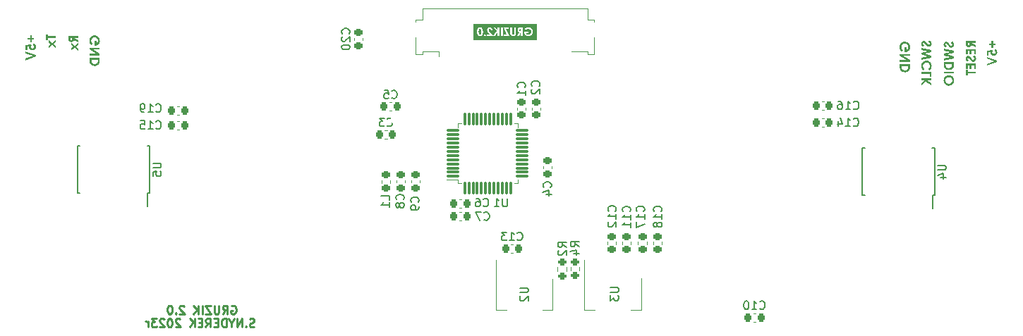
<source format=gbo>
G04 #@! TF.GenerationSoftware,KiCad,Pcbnew,7.0.1*
G04 #@! TF.CreationDate,2023-11-28T21:34:11+01:00*
G04 #@! TF.ProjectId,Gruzik2.0,4772757a-696b-4322-9e30-2e6b69636164,rev?*
G04 #@! TF.SameCoordinates,Original*
G04 #@! TF.FileFunction,Legend,Bot*
G04 #@! TF.FilePolarity,Positive*
%FSLAX46Y46*%
G04 Gerber Fmt 4.6, Leading zero omitted, Abs format (unit mm)*
G04 Created by KiCad (PCBNEW 7.0.1) date 2023-11-28 21:34:11*
%MOMM*%
%LPD*%
G01*
G04 APERTURE LIST*
G04 Aperture macros list*
%AMRoundRect*
0 Rectangle with rounded corners*
0 $1 Rounding radius*
0 $2 $3 $4 $5 $6 $7 $8 $9 X,Y pos of 4 corners*
0 Add a 4 corners polygon primitive as box body*
4,1,4,$2,$3,$4,$5,$6,$7,$8,$9,$2,$3,0*
0 Add four circle primitives for the rounded corners*
1,1,$1+$1,$2,$3*
1,1,$1+$1,$4,$5*
1,1,$1+$1,$6,$7*
1,1,$1+$1,$8,$9*
0 Add four rect primitives between the rounded corners*
20,1,$1+$1,$2,$3,$4,$5,0*
20,1,$1+$1,$4,$5,$6,$7,0*
20,1,$1+$1,$6,$7,$8,$9,0*
20,1,$1+$1,$8,$9,$2,$3,0*%
G04 Aperture macros list end*
%ADD10C,0.300000*%
%ADD11C,0.250000*%
%ADD12C,0.200000*%
%ADD13C,0.120000*%
%ADD14C,0.150000*%
%ADD15C,1.500000*%
%ADD16C,2.100000*%
%ADD17R,1.700000X1.700000*%
%ADD18O,1.700000X1.700000*%
%ADD19R,1.500000X2.000000*%
%ADD20R,3.800000X2.000000*%
%ADD21RoundRect,0.225000X0.250000X-0.225000X0.250000X0.225000X-0.250000X0.225000X-0.250000X-0.225000X0*%
%ADD22RoundRect,0.225000X0.225000X0.250000X-0.225000X0.250000X-0.225000X-0.250000X0.225000X-0.250000X0*%
%ADD23R,0.450000X1.750000*%
%ADD24RoundRect,0.225000X-0.225000X-0.250000X0.225000X-0.250000X0.225000X0.250000X-0.225000X0.250000X0*%
%ADD25RoundRect,0.200000X-0.275000X0.200000X-0.275000X-0.200000X0.275000X-0.200000X0.275000X0.200000X0*%
%ADD26RoundRect,0.218750X-0.256250X0.218750X-0.256250X-0.218750X0.256250X-0.218750X0.256250X0.218750X0*%
%ADD27RoundRect,0.075000X-0.662500X-0.075000X0.662500X-0.075000X0.662500X0.075000X-0.662500X0.075000X0*%
%ADD28RoundRect,0.075000X-0.075000X-0.662500X0.075000X-0.662500X0.075000X0.662500X-0.075000X0.662500X0*%
%ADD29R,0.400000X1.000000*%
%ADD30R,2.000000X1.300000*%
G04 APERTURE END LIST*
D10*
G36*
X150498642Y-138188054D02*
G01*
X150653981Y-138017475D01*
X150638080Y-138006216D01*
X150623206Y-137994934D01*
X150609357Y-137983630D01*
X150596535Y-137972302D01*
X150584738Y-137960952D01*
X150573967Y-137949578D01*
X150564221Y-137938182D01*
X150555502Y-137926763D01*
X150547808Y-137915321D01*
X150541140Y-137903856D01*
X150535498Y-137892368D01*
X150530882Y-137880857D01*
X150527292Y-137869324D01*
X150524727Y-137857767D01*
X150522804Y-137840390D01*
X150522676Y-137834586D01*
X150523262Y-137820790D01*
X150525023Y-137807795D01*
X150527956Y-137795602D01*
X150532064Y-137784211D01*
X150537344Y-137773620D01*
X150543799Y-137763832D01*
X150546709Y-137760140D01*
X150555828Y-137750379D01*
X150565380Y-137742637D01*
X150577071Y-137736158D01*
X150589350Y-137732427D01*
X150600345Y-137731418D01*
X150613270Y-137732399D01*
X150625886Y-137735344D01*
X150638194Y-137740253D01*
X150648498Y-137746023D01*
X150656911Y-137751934D01*
X150667055Y-137760731D01*
X150676340Y-137769643D01*
X150687062Y-137780539D01*
X150699222Y-137793418D01*
X150708127Y-137803106D01*
X150717670Y-137813676D01*
X150727853Y-137825127D01*
X150738674Y-137837460D01*
X150750135Y-137850674D01*
X150762234Y-137864770D01*
X150774972Y-137879747D01*
X150788349Y-137895606D01*
X150802365Y-137912347D01*
X150809612Y-137921048D01*
X150822818Y-137937128D01*
X150835400Y-137952395D01*
X150847356Y-137966849D01*
X150858687Y-137980490D01*
X150869392Y-137993319D01*
X150879473Y-138005334D01*
X150888929Y-138016537D01*
X150897759Y-138026927D01*
X150905965Y-138036504D01*
X150917101Y-138049345D01*
X150926830Y-138060358D01*
X150935153Y-138069541D01*
X150944063Y-138078941D01*
X150945900Y-138080782D01*
X150954560Y-138089379D01*
X150963174Y-138097658D01*
X150976009Y-138109479D01*
X150988741Y-138120585D01*
X151001371Y-138130974D01*
X151013897Y-138140646D01*
X151026320Y-138149603D01*
X151038640Y-138157844D01*
X151050857Y-138165368D01*
X151062971Y-138172177D01*
X151074982Y-138178269D01*
X151078963Y-138180140D01*
X151090939Y-138185378D01*
X151103126Y-138190101D01*
X151115524Y-138194308D01*
X151128134Y-138198001D01*
X151140954Y-138201178D01*
X151153986Y-138203840D01*
X151167230Y-138205986D01*
X151180684Y-138207618D01*
X151194350Y-138208734D01*
X151208227Y-138209335D01*
X151217595Y-138209450D01*
X151235643Y-138209047D01*
X151253298Y-138207838D01*
X151270558Y-138205823D01*
X151287424Y-138203002D01*
X151303897Y-138199375D01*
X151319976Y-138194942D01*
X151335661Y-138189703D01*
X151350952Y-138183658D01*
X151365849Y-138176807D01*
X151380353Y-138169150D01*
X151394462Y-138160687D01*
X151408178Y-138151418D01*
X151421500Y-138141342D01*
X151434428Y-138130461D01*
X151446962Y-138118774D01*
X151459103Y-138106281D01*
X151470637Y-138093176D01*
X151481428Y-138079578D01*
X151491474Y-138065488D01*
X151500777Y-138050905D01*
X151509335Y-138035831D01*
X151517148Y-138020264D01*
X151524218Y-138004204D01*
X151530544Y-137987653D01*
X151536125Y-137970609D01*
X151540962Y-137953072D01*
X151545055Y-137935044D01*
X151548404Y-137916523D01*
X151551009Y-137897510D01*
X151552869Y-137878004D01*
X151553985Y-137858007D01*
X151554357Y-137837517D01*
X151554101Y-137821489D01*
X151553332Y-137805721D01*
X151552049Y-137790211D01*
X151550254Y-137774960D01*
X151547946Y-137759968D01*
X151545125Y-137745234D01*
X151541791Y-137730759D01*
X151537944Y-137716543D01*
X151533584Y-137702586D01*
X151528712Y-137688887D01*
X151523326Y-137675447D01*
X151517428Y-137662266D01*
X151511016Y-137649344D01*
X151504092Y-137636680D01*
X151496655Y-137624275D01*
X151488705Y-137612129D01*
X151480169Y-137600221D01*
X151471046Y-137588531D01*
X151461337Y-137577058D01*
X151451043Y-137565803D01*
X151440162Y-137554765D01*
X151428694Y-137543944D01*
X151416641Y-137533342D01*
X151404001Y-137522956D01*
X151390776Y-137512788D01*
X151376964Y-137502838D01*
X151362566Y-137493106D01*
X151347581Y-137483590D01*
X151332011Y-137474293D01*
X151315854Y-137465213D01*
X151299111Y-137456350D01*
X151281782Y-137447705D01*
X151160442Y-137641438D01*
X151170829Y-137646923D01*
X151190613Y-137658049D01*
X151209077Y-137669384D01*
X151226223Y-137680926D01*
X151242050Y-137692678D01*
X151256558Y-137704637D01*
X151269747Y-137716805D01*
X151281617Y-137729181D01*
X151292169Y-137741766D01*
X151301401Y-137754559D01*
X151309315Y-137767560D01*
X151315909Y-137780770D01*
X151321185Y-137794188D01*
X151325142Y-137807814D01*
X151327779Y-137821649D01*
X151329098Y-137835693D01*
X151329263Y-137842792D01*
X151328736Y-137857300D01*
X151327157Y-137871222D01*
X151324523Y-137884558D01*
X151320837Y-137897307D01*
X151316097Y-137909471D01*
X151310304Y-137921048D01*
X151303457Y-137932039D01*
X151295558Y-137942443D01*
X151286893Y-137951923D01*
X151277899Y-137960139D01*
X151266192Y-137968631D01*
X151253971Y-137975148D01*
X151241234Y-137979691D01*
X151227982Y-137982258D01*
X151217009Y-137982890D01*
X151204461Y-137982146D01*
X151191913Y-137979913D01*
X151179365Y-137976192D01*
X151166817Y-137970983D01*
X151154269Y-137964286D01*
X151144231Y-137957856D01*
X151136702Y-137952408D01*
X151125922Y-137943639D01*
X151116959Y-137935553D01*
X151107244Y-137926173D01*
X151096777Y-137915501D01*
X151085558Y-137903535D01*
X151077660Y-137894840D01*
X151069428Y-137885570D01*
X151060862Y-137875725D01*
X151051962Y-137865305D01*
X151042727Y-137854311D01*
X151033158Y-137842742D01*
X151023255Y-137830598D01*
X151013018Y-137817879D01*
X151003214Y-137805651D01*
X150993552Y-137793697D01*
X150984031Y-137782016D01*
X150974650Y-137770609D01*
X150965410Y-137759476D01*
X150956311Y-137748616D01*
X150947353Y-137738030D01*
X150938536Y-137727717D01*
X150929859Y-137717678D01*
X150921323Y-137707913D01*
X150912929Y-137698421D01*
X150904674Y-137689203D01*
X150896561Y-137680259D01*
X150888589Y-137671588D01*
X150873066Y-137655067D01*
X150858107Y-137639641D01*
X150843711Y-137625309D01*
X150829879Y-137612072D01*
X150816610Y-137599929D01*
X150803904Y-137588881D01*
X150791761Y-137578928D01*
X150780182Y-137570068D01*
X150769165Y-137562304D01*
X150758432Y-137555312D01*
X150747701Y-137548771D01*
X150736972Y-137542682D01*
X150726246Y-137537043D01*
X150715522Y-137531855D01*
X150699440Y-137524920D01*
X150683363Y-137519000D01*
X150667291Y-137514094D01*
X150651225Y-137510203D01*
X150635163Y-137507328D01*
X150619107Y-137505467D01*
X150603056Y-137504621D01*
X150597707Y-137504565D01*
X150582420Y-137504939D01*
X150567409Y-137506062D01*
X150552672Y-137507934D01*
X150538209Y-137510555D01*
X150524022Y-137513924D01*
X150510109Y-137518042D01*
X150496471Y-137522909D01*
X150483108Y-137528525D01*
X150470020Y-137534889D01*
X150457206Y-137542003D01*
X150444667Y-137549865D01*
X150432403Y-137558475D01*
X150420414Y-137567835D01*
X150408700Y-137577943D01*
X150397260Y-137588800D01*
X150386095Y-137600406D01*
X150375377Y-137612598D01*
X150365350Y-137625140D01*
X150356014Y-137638032D01*
X150347370Y-137651275D01*
X150339418Y-137664869D01*
X150332157Y-137678812D01*
X150325588Y-137693106D01*
X150319710Y-137707750D01*
X150314523Y-137722745D01*
X150310029Y-137738090D01*
X150306225Y-137753785D01*
X150303113Y-137769831D01*
X150300693Y-137786227D01*
X150298964Y-137802973D01*
X150297927Y-137820070D01*
X150297581Y-137837517D01*
X150297963Y-137854475D01*
X150299106Y-137871279D01*
X150301013Y-137887929D01*
X150303681Y-137904424D01*
X150307113Y-137920764D01*
X150311306Y-137936950D01*
X150316262Y-137952981D01*
X150321981Y-137968858D01*
X150328462Y-137984580D01*
X150335706Y-138000148D01*
X150340959Y-138010441D01*
X150346624Y-138020751D01*
X150352847Y-138031168D01*
X150359630Y-138041689D01*
X150366971Y-138052316D01*
X150374870Y-138063048D01*
X150383329Y-138073886D01*
X150392346Y-138084829D01*
X150401922Y-138095877D01*
X150412056Y-138107030D01*
X150422750Y-138118289D01*
X150434002Y-138129653D01*
X150445812Y-138141123D01*
X150458182Y-138152697D01*
X150471110Y-138164378D01*
X150484597Y-138176163D01*
X150498642Y-138188054D01*
G37*
G36*
X150316339Y-138333720D02*
G01*
X150316339Y-138561159D01*
X151094497Y-138735842D01*
X150316339Y-138952729D01*
X150316339Y-139144704D01*
X151094497Y-139363937D01*
X150316339Y-139537154D01*
X150316339Y-139764593D01*
X151535600Y-139491725D01*
X151535600Y-139270147D01*
X150747477Y-139046519D01*
X151535600Y-138827286D01*
X151535600Y-138608054D01*
X150316339Y-138333720D01*
G37*
G36*
X150539382Y-141051557D02*
G01*
X150692082Y-140890064D01*
X150681660Y-140879710D01*
X150671568Y-140869277D01*
X150661808Y-140858764D01*
X150652378Y-140848170D01*
X150643279Y-140837496D01*
X150634511Y-140826742D01*
X150626073Y-140815908D01*
X150617967Y-140804994D01*
X150610191Y-140794000D01*
X150602747Y-140782925D01*
X150595633Y-140771770D01*
X150588850Y-140760536D01*
X150582398Y-140749221D01*
X150576277Y-140737826D01*
X150570487Y-140726350D01*
X150565027Y-140714795D01*
X150559899Y-140703160D01*
X150555101Y-140691444D01*
X150550634Y-140679648D01*
X150546498Y-140667772D01*
X150542693Y-140655816D01*
X150539219Y-140643780D01*
X150536076Y-140631664D01*
X150533263Y-140619467D01*
X150530782Y-140607190D01*
X150528631Y-140594834D01*
X150526811Y-140582397D01*
X150525323Y-140569880D01*
X150524164Y-140557282D01*
X150523337Y-140544605D01*
X150522841Y-140531848D01*
X150522676Y-140519010D01*
X150523128Y-140497498D01*
X150524484Y-140476411D01*
X150526746Y-140455750D01*
X150529911Y-140435516D01*
X150533981Y-140415707D01*
X150538956Y-140396324D01*
X150544835Y-140377367D01*
X150551618Y-140358836D01*
X150559306Y-140340730D01*
X150567899Y-140323051D01*
X150577396Y-140305797D01*
X150587797Y-140288970D01*
X150599103Y-140272568D01*
X150611313Y-140256592D01*
X150624428Y-140241043D01*
X150638447Y-140225919D01*
X150653093Y-140211509D01*
X150668163Y-140198029D01*
X150683657Y-140185479D01*
X150699575Y-140173858D01*
X150715916Y-140163167D01*
X150732680Y-140153406D01*
X150749868Y-140144574D01*
X150767480Y-140136672D01*
X150785516Y-140129700D01*
X150803975Y-140123657D01*
X150822857Y-140118544D01*
X150842164Y-140114361D01*
X150861893Y-140111107D01*
X150882047Y-140108783D01*
X150902624Y-140107388D01*
X150923625Y-140106923D01*
X150938286Y-140107130D01*
X150952741Y-140107748D01*
X150966991Y-140108778D01*
X150981034Y-140110221D01*
X150994871Y-140112075D01*
X151008502Y-140114342D01*
X151021927Y-140117021D01*
X151035146Y-140120113D01*
X151048159Y-140123616D01*
X151060965Y-140127531D01*
X151073566Y-140131859D01*
X151085961Y-140136599D01*
X151098149Y-140141751D01*
X151110132Y-140147315D01*
X151121908Y-140153291D01*
X151133478Y-140159680D01*
X151144755Y-140166445D01*
X151155726Y-140173551D01*
X151166389Y-140180999D01*
X151176746Y-140188788D01*
X151186796Y-140196917D01*
X151196539Y-140205388D01*
X151205975Y-140214201D01*
X151215104Y-140223354D01*
X151223927Y-140232849D01*
X151232442Y-140242684D01*
X151240651Y-140252861D01*
X151248553Y-140263379D01*
X151256148Y-140274239D01*
X151263437Y-140285439D01*
X151270418Y-140296981D01*
X151277093Y-140308863D01*
X151283410Y-140321000D01*
X151289320Y-140333304D01*
X151294823Y-140345776D01*
X151299917Y-140358414D01*
X151304605Y-140371220D01*
X151308884Y-140384192D01*
X151312756Y-140397332D01*
X151316221Y-140410639D01*
X151319277Y-140424114D01*
X151321927Y-140437755D01*
X151324168Y-140451563D01*
X151326003Y-140465539D01*
X151327429Y-140479682D01*
X151328448Y-140493992D01*
X151329059Y-140508469D01*
X151329263Y-140523113D01*
X151329121Y-140535612D01*
X151328695Y-140547976D01*
X151327985Y-140560204D01*
X151326992Y-140572298D01*
X151325714Y-140584256D01*
X151324152Y-140596079D01*
X151322307Y-140607767D01*
X151320177Y-140619321D01*
X151316451Y-140636397D01*
X151312085Y-140653169D01*
X151307081Y-140669637D01*
X151301438Y-140685802D01*
X151295156Y-140701662D01*
X151292920Y-140706882D01*
X151285525Y-140722636D01*
X151280011Y-140733301D01*
X151274030Y-140744098D01*
X151267582Y-140755024D01*
X151260667Y-140766082D01*
X151253285Y-140777270D01*
X151245436Y-140788588D01*
X151237119Y-140800037D01*
X151228336Y-140811616D01*
X151219085Y-140823326D01*
X151209367Y-140835167D01*
X151199182Y-140847138D01*
X151188530Y-140859239D01*
X151177411Y-140871471D01*
X151165825Y-140883834D01*
X151159856Y-140890064D01*
X151322522Y-141046575D01*
X151338549Y-141029852D01*
X151353952Y-141013245D01*
X151368729Y-140996751D01*
X151382881Y-140980372D01*
X151396407Y-140964108D01*
X151409309Y-140947958D01*
X151421586Y-140931923D01*
X151433237Y-140916002D01*
X151444264Y-140900196D01*
X151454665Y-140884504D01*
X151464441Y-140868927D01*
X151473592Y-140853464D01*
X151482118Y-140838116D01*
X151490019Y-140822882D01*
X151497295Y-140807762D01*
X151503946Y-140792757D01*
X151510050Y-140777678D01*
X151515761Y-140762335D01*
X151521078Y-140746729D01*
X151526001Y-140730860D01*
X151530530Y-140714727D01*
X151534665Y-140698332D01*
X151538407Y-140681672D01*
X151541754Y-140664750D01*
X151544708Y-140647564D01*
X151547268Y-140630115D01*
X151549434Y-140612402D01*
X151551207Y-140594426D01*
X151552585Y-140576187D01*
X151553570Y-140557684D01*
X151554160Y-140538918D01*
X151554357Y-140519889D01*
X151554185Y-140502312D01*
X151553667Y-140484936D01*
X151552804Y-140467760D01*
X151551596Y-140450784D01*
X151550043Y-140434008D01*
X151548144Y-140417433D01*
X151545900Y-140401058D01*
X151543311Y-140384884D01*
X151540377Y-140368910D01*
X151537098Y-140353136D01*
X151533474Y-140337563D01*
X151529504Y-140322190D01*
X151525189Y-140307017D01*
X151520529Y-140292045D01*
X151515524Y-140277273D01*
X151510174Y-140262702D01*
X151504478Y-140248330D01*
X151498438Y-140234159D01*
X151492052Y-140220189D01*
X151485321Y-140206419D01*
X151478244Y-140192849D01*
X151470823Y-140179480D01*
X151463056Y-140166311D01*
X151454944Y-140153342D01*
X151446487Y-140140573D01*
X151437685Y-140128005D01*
X151428538Y-140115638D01*
X151419045Y-140103470D01*
X151409208Y-140091504D01*
X151399025Y-140079737D01*
X151388497Y-140068171D01*
X151377623Y-140056805D01*
X151366462Y-140045733D01*
X151355106Y-140035013D01*
X151343555Y-140024644D01*
X151331809Y-140014627D01*
X151319869Y-140004961D01*
X151307735Y-139995647D01*
X151295405Y-139986684D01*
X151282881Y-139978073D01*
X151270163Y-139969813D01*
X151257250Y-139961905D01*
X151244142Y-139954348D01*
X151230839Y-139947143D01*
X151217342Y-139940289D01*
X151203651Y-139933787D01*
X151189764Y-139927636D01*
X151175683Y-139921836D01*
X151161408Y-139916388D01*
X151146937Y-139911292D01*
X151132273Y-139906547D01*
X151117413Y-139902153D01*
X151102359Y-139898111D01*
X151087110Y-139894421D01*
X151071667Y-139891082D01*
X151056029Y-139888094D01*
X151040196Y-139885458D01*
X151024169Y-139883173D01*
X151007947Y-139881240D01*
X150991530Y-139879659D01*
X150974919Y-139878428D01*
X150958113Y-139877550D01*
X150941113Y-139877022D01*
X150923918Y-139876847D01*
X150901690Y-139877167D01*
X150879775Y-139878129D01*
X150858175Y-139879732D01*
X150836888Y-139881976D01*
X150815915Y-139884861D01*
X150795255Y-139888387D01*
X150774909Y-139892555D01*
X150754877Y-139897363D01*
X150735159Y-139902813D01*
X150715754Y-139908904D01*
X150696663Y-139915635D01*
X150677886Y-139923009D01*
X150659422Y-139931023D01*
X150641272Y-139939678D01*
X150623436Y-139948975D01*
X150605914Y-139958912D01*
X150588725Y-139969446D01*
X150571965Y-139980532D01*
X150555633Y-139992170D01*
X150539730Y-140004360D01*
X150524254Y-140017101D01*
X150509207Y-140030395D01*
X150494588Y-140044240D01*
X150480397Y-140058637D01*
X150466634Y-140073585D01*
X150453300Y-140089086D01*
X150440394Y-140105139D01*
X150427915Y-140121743D01*
X150415865Y-140138899D01*
X150404244Y-140156607D01*
X150393050Y-140174867D01*
X150382285Y-140193678D01*
X150372028Y-140212894D01*
X150362432Y-140232293D01*
X150353499Y-140251875D01*
X150345227Y-140271641D01*
X150337617Y-140291589D01*
X150330669Y-140311721D01*
X150324382Y-140332036D01*
X150318757Y-140352534D01*
X150313794Y-140373215D01*
X150309493Y-140394080D01*
X150305853Y-140415127D01*
X150302875Y-140436358D01*
X150300559Y-140457772D01*
X150298905Y-140479369D01*
X150297912Y-140501150D01*
X150297581Y-140523113D01*
X150297828Y-140541828D01*
X150298566Y-140560455D01*
X150299797Y-140578995D01*
X150301520Y-140597449D01*
X150303735Y-140615815D01*
X150306443Y-140634094D01*
X150309643Y-140652286D01*
X150313335Y-140670392D01*
X150317520Y-140688410D01*
X150322196Y-140706341D01*
X150327366Y-140724185D01*
X150333027Y-140741943D01*
X150339181Y-140759613D01*
X150345827Y-140777196D01*
X150352965Y-140794692D01*
X150360596Y-140812101D01*
X150368645Y-140829317D01*
X150377110Y-140846233D01*
X150385992Y-140862849D01*
X150395291Y-140879164D01*
X150405006Y-140895180D01*
X150415138Y-140910896D01*
X150425687Y-140926312D01*
X150436653Y-140941428D01*
X150448036Y-140956244D01*
X150459835Y-140970760D01*
X150472051Y-140984976D01*
X150484684Y-140998892D01*
X150497733Y-141012508D01*
X150511199Y-141025825D01*
X150525082Y-141038841D01*
X150539382Y-141051557D01*
G37*
G36*
X150316339Y-141246756D02*
G01*
X150316339Y-141477419D01*
X151310505Y-141477419D01*
X151310505Y-141813888D01*
X151535600Y-141813888D01*
X151535600Y-141246756D01*
X150316339Y-141246756D01*
G37*
G36*
X150316339Y-141986812D02*
G01*
X150316339Y-142220113D01*
X150725788Y-142220113D01*
X150316339Y-142548961D01*
X150316339Y-142826812D01*
X150850938Y-142403002D01*
X151535600Y-142868138D01*
X151535600Y-142594390D01*
X150984881Y-142220113D01*
X151535600Y-142220113D01*
X151535600Y-141986812D01*
X150316339Y-141986812D01*
G37*
G36*
X45261939Y-136721850D02*
G01*
X45261939Y-137391857D01*
X45487033Y-137391857D01*
X45487033Y-137171160D01*
X46481200Y-137171160D01*
X46481200Y-136936980D01*
X45487033Y-136936980D01*
X45487033Y-136721850D01*
X45261939Y-136721850D01*
G37*
G36*
X45580823Y-137440511D02*
G01*
X45580823Y-137701655D01*
X45826433Y-137878975D01*
X45580823Y-138055416D01*
X45580823Y-138314216D01*
X46005512Y-138008522D01*
X46481200Y-138352025D01*
X46481200Y-138090880D01*
X46186643Y-137878096D01*
X46481200Y-137666191D01*
X46481200Y-137408271D01*
X46007564Y-137748843D01*
X45580823Y-137440511D01*
G37*
D11*
X67513295Y-169359238D02*
X67608533Y-169311619D01*
X67608533Y-169311619D02*
X67751390Y-169311619D01*
X67751390Y-169311619D02*
X67894247Y-169359238D01*
X67894247Y-169359238D02*
X67989485Y-169454476D01*
X67989485Y-169454476D02*
X68037104Y-169549714D01*
X68037104Y-169549714D02*
X68084723Y-169740190D01*
X68084723Y-169740190D02*
X68084723Y-169883047D01*
X68084723Y-169883047D02*
X68037104Y-170073523D01*
X68037104Y-170073523D02*
X67989485Y-170168761D01*
X67989485Y-170168761D02*
X67894247Y-170264000D01*
X67894247Y-170264000D02*
X67751390Y-170311619D01*
X67751390Y-170311619D02*
X67656152Y-170311619D01*
X67656152Y-170311619D02*
X67513295Y-170264000D01*
X67513295Y-170264000D02*
X67465676Y-170216380D01*
X67465676Y-170216380D02*
X67465676Y-169883047D01*
X67465676Y-169883047D02*
X67656152Y-169883047D01*
X66465676Y-170311619D02*
X66799009Y-169835428D01*
X67037104Y-170311619D02*
X67037104Y-169311619D01*
X67037104Y-169311619D02*
X66656152Y-169311619D01*
X66656152Y-169311619D02*
X66560914Y-169359238D01*
X66560914Y-169359238D02*
X66513295Y-169406857D01*
X66513295Y-169406857D02*
X66465676Y-169502095D01*
X66465676Y-169502095D02*
X66465676Y-169644952D01*
X66465676Y-169644952D02*
X66513295Y-169740190D01*
X66513295Y-169740190D02*
X66560914Y-169787809D01*
X66560914Y-169787809D02*
X66656152Y-169835428D01*
X66656152Y-169835428D02*
X67037104Y-169835428D01*
X66037104Y-169311619D02*
X66037104Y-170121142D01*
X66037104Y-170121142D02*
X65989485Y-170216380D01*
X65989485Y-170216380D02*
X65941866Y-170264000D01*
X65941866Y-170264000D02*
X65846628Y-170311619D01*
X65846628Y-170311619D02*
X65656152Y-170311619D01*
X65656152Y-170311619D02*
X65560914Y-170264000D01*
X65560914Y-170264000D02*
X65513295Y-170216380D01*
X65513295Y-170216380D02*
X65465676Y-170121142D01*
X65465676Y-170121142D02*
X65465676Y-169311619D01*
X65084723Y-169311619D02*
X64418057Y-169311619D01*
X64418057Y-169311619D02*
X65084723Y-170311619D01*
X65084723Y-170311619D02*
X64418057Y-170311619D01*
X64037104Y-170311619D02*
X64037104Y-169311619D01*
X63560914Y-170311619D02*
X63560914Y-169311619D01*
X62989486Y-170311619D02*
X63418057Y-169740190D01*
X62989486Y-169311619D02*
X63560914Y-169883047D01*
X61846628Y-169406857D02*
X61799009Y-169359238D01*
X61799009Y-169359238D02*
X61703771Y-169311619D01*
X61703771Y-169311619D02*
X61465676Y-169311619D01*
X61465676Y-169311619D02*
X61370438Y-169359238D01*
X61370438Y-169359238D02*
X61322819Y-169406857D01*
X61322819Y-169406857D02*
X61275200Y-169502095D01*
X61275200Y-169502095D02*
X61275200Y-169597333D01*
X61275200Y-169597333D02*
X61322819Y-169740190D01*
X61322819Y-169740190D02*
X61894247Y-170311619D01*
X61894247Y-170311619D02*
X61275200Y-170311619D01*
X60846628Y-170216380D02*
X60799009Y-170264000D01*
X60799009Y-170264000D02*
X60846628Y-170311619D01*
X60846628Y-170311619D02*
X60894247Y-170264000D01*
X60894247Y-170264000D02*
X60846628Y-170216380D01*
X60846628Y-170216380D02*
X60846628Y-170311619D01*
X60179962Y-169311619D02*
X60084724Y-169311619D01*
X60084724Y-169311619D02*
X59989486Y-169359238D01*
X59989486Y-169359238D02*
X59941867Y-169406857D01*
X59941867Y-169406857D02*
X59894248Y-169502095D01*
X59894248Y-169502095D02*
X59846629Y-169692571D01*
X59846629Y-169692571D02*
X59846629Y-169930666D01*
X59846629Y-169930666D02*
X59894248Y-170121142D01*
X59894248Y-170121142D02*
X59941867Y-170216380D01*
X59941867Y-170216380D02*
X59989486Y-170264000D01*
X59989486Y-170264000D02*
X60084724Y-170311619D01*
X60084724Y-170311619D02*
X60179962Y-170311619D01*
X60179962Y-170311619D02*
X60275200Y-170264000D01*
X60275200Y-170264000D02*
X60322819Y-170216380D01*
X60322819Y-170216380D02*
X60370438Y-170121142D01*
X60370438Y-170121142D02*
X60418057Y-169930666D01*
X60418057Y-169930666D02*
X60418057Y-169692571D01*
X60418057Y-169692571D02*
X60370438Y-169502095D01*
X60370438Y-169502095D02*
X60322819Y-169406857D01*
X60322819Y-169406857D02*
X60275200Y-169359238D01*
X60275200Y-169359238D02*
X60179962Y-169311619D01*
D10*
G36*
X43348759Y-137157479D02*
G01*
X43048633Y-137157479D01*
X43048633Y-137363523D01*
X43348759Y-137363523D01*
X43348759Y-137671855D01*
X43555095Y-137671855D01*
X43555095Y-137363523D01*
X43855221Y-137363523D01*
X43855221Y-137157479D01*
X43555095Y-137157479D01*
X43555095Y-136848268D01*
X43348759Y-136848268D01*
X43348759Y-137157479D01*
G37*
G36*
X42823539Y-138043788D02*
G01*
X42823539Y-138611799D01*
X43029876Y-138611799D01*
X43029876Y-138216126D01*
X43248229Y-138166593D01*
X43245022Y-138178064D01*
X43242056Y-138190646D01*
X43239721Y-138203057D01*
X43239143Y-138206747D01*
X43237597Y-138219031D01*
X43236624Y-138230973D01*
X43236215Y-138243711D01*
X43236212Y-138244849D01*
X43236654Y-138265256D01*
X43237980Y-138285227D01*
X43240189Y-138304759D01*
X43243283Y-138323855D01*
X43247260Y-138342513D01*
X43252121Y-138360734D01*
X43257866Y-138378518D01*
X43264495Y-138395864D01*
X43272008Y-138412773D01*
X43280405Y-138429244D01*
X43289685Y-138445279D01*
X43299849Y-138460875D01*
X43310898Y-138476035D01*
X43322830Y-138490757D01*
X43335645Y-138505042D01*
X43349345Y-138518889D01*
X43363734Y-138532127D01*
X43378618Y-138544512D01*
X43393996Y-138556042D01*
X43409869Y-138566718D01*
X43426236Y-138576540D01*
X43443098Y-138585508D01*
X43460454Y-138593622D01*
X43478305Y-138600881D01*
X43496651Y-138607287D01*
X43515491Y-138612839D01*
X43534826Y-138617536D01*
X43554656Y-138621380D01*
X43574980Y-138624369D01*
X43595798Y-138626504D01*
X43617112Y-138627785D01*
X43638920Y-138628212D01*
X43660976Y-138627741D01*
X43682595Y-138626325D01*
X43703776Y-138623967D01*
X43724521Y-138620665D01*
X43744827Y-138616420D01*
X43764697Y-138611231D01*
X43784129Y-138605099D01*
X43803124Y-138598024D01*
X43821681Y-138590005D01*
X43839802Y-138581043D01*
X43857484Y-138571137D01*
X43874730Y-138560288D01*
X43891538Y-138548496D01*
X43907909Y-138535760D01*
X43923842Y-138522081D01*
X43939338Y-138507459D01*
X43954138Y-138492159D01*
X43967983Y-138476450D01*
X43980874Y-138460331D01*
X43992809Y-138443803D01*
X44003790Y-138426864D01*
X44013816Y-138409516D01*
X44022886Y-138391757D01*
X44031003Y-138373589D01*
X44038164Y-138355011D01*
X44044370Y-138336023D01*
X44049622Y-138316625D01*
X44053919Y-138296817D01*
X44057261Y-138276600D01*
X44059648Y-138255972D01*
X44061080Y-138234935D01*
X44061557Y-138213488D01*
X44061205Y-138194313D01*
X44060147Y-138175478D01*
X44058384Y-138156981D01*
X44055915Y-138138823D01*
X44052742Y-138121004D01*
X44048863Y-138103524D01*
X44044279Y-138086382D01*
X44038989Y-138069580D01*
X44032995Y-138053116D01*
X44026295Y-138036992D01*
X44018890Y-138021206D01*
X44010779Y-138005759D01*
X44001964Y-137990651D01*
X43992443Y-137975882D01*
X43982217Y-137961452D01*
X43971285Y-137947361D01*
X43959740Y-137933739D01*
X43947673Y-137920717D01*
X43935084Y-137908295D01*
X43921973Y-137896473D01*
X43908339Y-137885251D01*
X43894184Y-137874628D01*
X43879506Y-137864606D01*
X43864307Y-137855184D01*
X43848585Y-137846361D01*
X43832342Y-137838138D01*
X43815576Y-137830516D01*
X43798288Y-137823493D01*
X43780478Y-137817070D01*
X43762146Y-137811247D01*
X43743292Y-137806024D01*
X43723916Y-137801401D01*
X43723916Y-138043788D01*
X43737348Y-138051097D01*
X43749946Y-138058955D01*
X43761711Y-138067363D01*
X43772642Y-138076321D01*
X43782740Y-138085828D01*
X43792005Y-138095885D01*
X43800436Y-138106491D01*
X43808033Y-138117647D01*
X43814697Y-138129224D01*
X43820471Y-138141094D01*
X43825358Y-138153258D01*
X43829356Y-138165714D01*
X43832465Y-138178463D01*
X43834686Y-138191506D01*
X43836019Y-138204842D01*
X43836463Y-138218470D01*
X43835997Y-138232662D01*
X43834598Y-138246442D01*
X43832267Y-138259810D01*
X43829003Y-138272766D01*
X43824807Y-138285309D01*
X43819678Y-138297440D01*
X43813617Y-138309159D01*
X43806623Y-138320466D01*
X43798696Y-138331361D01*
X43789838Y-138341844D01*
X43783414Y-138348603D01*
X43773147Y-138358188D01*
X43762349Y-138366831D01*
X43751020Y-138374530D01*
X43739161Y-138381287D01*
X43726772Y-138387101D01*
X43713851Y-138391973D01*
X43700400Y-138395901D01*
X43686419Y-138398886D01*
X43671906Y-138400929D01*
X43656863Y-138402029D01*
X43646540Y-138402239D01*
X43631575Y-138401801D01*
X43617125Y-138400487D01*
X43603191Y-138398297D01*
X43589772Y-138395232D01*
X43576868Y-138391291D01*
X43564479Y-138386474D01*
X43552605Y-138380781D01*
X43541247Y-138374212D01*
X43530404Y-138366767D01*
X43520076Y-138358447D01*
X43513476Y-138352413D01*
X43504153Y-138342885D01*
X43495747Y-138332987D01*
X43488257Y-138322717D01*
X43481685Y-138312076D01*
X43476030Y-138301065D01*
X43471292Y-138289682D01*
X43467471Y-138277929D01*
X43464567Y-138265805D01*
X43462580Y-138253309D01*
X43461510Y-138240443D01*
X43461306Y-138231660D01*
X43461750Y-138219788D01*
X43463081Y-138207989D01*
X43465299Y-138196261D01*
X43468404Y-138184605D01*
X43472397Y-138173020D01*
X43477277Y-138161506D01*
X43479478Y-138156921D01*
X43485600Y-138145501D01*
X43492610Y-138134138D01*
X43500507Y-138122832D01*
X43509291Y-138111584D01*
X43516957Y-138102626D01*
X43525191Y-138093705D01*
X43533993Y-138084821D01*
X43492374Y-137896949D01*
X42823539Y-138043788D01*
G37*
G36*
X42823539Y-138748380D02*
G01*
X42823539Y-138985784D01*
X43689624Y-139290599D01*
X42823539Y-139599810D01*
X42823539Y-139837214D01*
X44042800Y-139400215D01*
X44042800Y-139177759D01*
X42823539Y-138748380D01*
G37*
G36*
X158715559Y-137817879D02*
G01*
X158415433Y-137817879D01*
X158415433Y-138023923D01*
X158715559Y-138023923D01*
X158715559Y-138332255D01*
X158921895Y-138332255D01*
X158921895Y-138023923D01*
X159222021Y-138023923D01*
X159222021Y-137817879D01*
X158921895Y-137817879D01*
X158921895Y-137508668D01*
X158715559Y-137508668D01*
X158715559Y-137817879D01*
G37*
G36*
X158190339Y-138704188D02*
G01*
X158190339Y-139272199D01*
X158396676Y-139272199D01*
X158396676Y-138876526D01*
X158615029Y-138826993D01*
X158611822Y-138838464D01*
X158608856Y-138851046D01*
X158606521Y-138863457D01*
X158605943Y-138867147D01*
X158604397Y-138879431D01*
X158603424Y-138891373D01*
X158603015Y-138904111D01*
X158603012Y-138905249D01*
X158603454Y-138925656D01*
X158604780Y-138945627D01*
X158606989Y-138965159D01*
X158610083Y-138984255D01*
X158614060Y-139002913D01*
X158618921Y-139021134D01*
X158624666Y-139038918D01*
X158631295Y-139056264D01*
X158638808Y-139073173D01*
X158647205Y-139089644D01*
X158656485Y-139105679D01*
X158666649Y-139121275D01*
X158677698Y-139136435D01*
X158689630Y-139151157D01*
X158702445Y-139165442D01*
X158716145Y-139179289D01*
X158730534Y-139192527D01*
X158745418Y-139204912D01*
X158760796Y-139216442D01*
X158776669Y-139227118D01*
X158793036Y-139236940D01*
X158809898Y-139245908D01*
X158827254Y-139254022D01*
X158845105Y-139261281D01*
X158863451Y-139267687D01*
X158882291Y-139273239D01*
X158901626Y-139277936D01*
X158921456Y-139281780D01*
X158941780Y-139284769D01*
X158962598Y-139286904D01*
X158983912Y-139288185D01*
X159005720Y-139288612D01*
X159027776Y-139288141D01*
X159049395Y-139286725D01*
X159070576Y-139284367D01*
X159091321Y-139281065D01*
X159111627Y-139276820D01*
X159131497Y-139271631D01*
X159150929Y-139265499D01*
X159169924Y-139258424D01*
X159188481Y-139250405D01*
X159206602Y-139241443D01*
X159224284Y-139231537D01*
X159241530Y-139220688D01*
X159258338Y-139208896D01*
X159274709Y-139196160D01*
X159290642Y-139182481D01*
X159306138Y-139167859D01*
X159320938Y-139152559D01*
X159334783Y-139136850D01*
X159347674Y-139120731D01*
X159359609Y-139104203D01*
X159370590Y-139087264D01*
X159380616Y-139069916D01*
X159389686Y-139052157D01*
X159397803Y-139033989D01*
X159404964Y-139015411D01*
X159411170Y-138996423D01*
X159416422Y-138977025D01*
X159420719Y-138957217D01*
X159424061Y-138937000D01*
X159426448Y-138916372D01*
X159427880Y-138895335D01*
X159428357Y-138873888D01*
X159428005Y-138854713D01*
X159426947Y-138835878D01*
X159425184Y-138817381D01*
X159422715Y-138799223D01*
X159419542Y-138781404D01*
X159415663Y-138763924D01*
X159411079Y-138746782D01*
X159405789Y-138729980D01*
X159399795Y-138713516D01*
X159393095Y-138697392D01*
X159385690Y-138681606D01*
X159377579Y-138666159D01*
X159368764Y-138651051D01*
X159359243Y-138636282D01*
X159349017Y-138621852D01*
X159338085Y-138607761D01*
X159326540Y-138594139D01*
X159314473Y-138581117D01*
X159301884Y-138568695D01*
X159288773Y-138556873D01*
X159275139Y-138545651D01*
X159260984Y-138535028D01*
X159246306Y-138525006D01*
X159231107Y-138515584D01*
X159215385Y-138506761D01*
X159199142Y-138498538D01*
X159182376Y-138490916D01*
X159165088Y-138483893D01*
X159147278Y-138477470D01*
X159128946Y-138471647D01*
X159110092Y-138466424D01*
X159090716Y-138461801D01*
X159090716Y-138704188D01*
X159104148Y-138711497D01*
X159116746Y-138719355D01*
X159128511Y-138727763D01*
X159139442Y-138736721D01*
X159149540Y-138746228D01*
X159158805Y-138756285D01*
X159167236Y-138766891D01*
X159174833Y-138778047D01*
X159181497Y-138789624D01*
X159187271Y-138801494D01*
X159192158Y-138813658D01*
X159196156Y-138826114D01*
X159199265Y-138838863D01*
X159201486Y-138851906D01*
X159202819Y-138865242D01*
X159203263Y-138878870D01*
X159202797Y-138893062D01*
X159201398Y-138906842D01*
X159199067Y-138920210D01*
X159195803Y-138933166D01*
X159191607Y-138945709D01*
X159186478Y-138957840D01*
X159180417Y-138969559D01*
X159173423Y-138980866D01*
X159165496Y-138991761D01*
X159156638Y-139002244D01*
X159150214Y-139009003D01*
X159139947Y-139018588D01*
X159129149Y-139027231D01*
X159117820Y-139034930D01*
X159105961Y-139041687D01*
X159093572Y-139047501D01*
X159080651Y-139052373D01*
X159067200Y-139056301D01*
X159053219Y-139059286D01*
X159038706Y-139061329D01*
X159023663Y-139062429D01*
X159013340Y-139062639D01*
X158998375Y-139062201D01*
X158983925Y-139060887D01*
X158969991Y-139058697D01*
X158956572Y-139055632D01*
X158943668Y-139051691D01*
X158931279Y-139046874D01*
X158919405Y-139041181D01*
X158908047Y-139034612D01*
X158897204Y-139027167D01*
X158886876Y-139018847D01*
X158880276Y-139012813D01*
X158870953Y-139003285D01*
X158862547Y-138993387D01*
X158855057Y-138983117D01*
X158848485Y-138972476D01*
X158842830Y-138961465D01*
X158838092Y-138950082D01*
X158834271Y-138938329D01*
X158831367Y-138926205D01*
X158829380Y-138913709D01*
X158828310Y-138900843D01*
X158828106Y-138892060D01*
X158828550Y-138880188D01*
X158829881Y-138868389D01*
X158832099Y-138856661D01*
X158835204Y-138845005D01*
X158839197Y-138833420D01*
X158844077Y-138821906D01*
X158846278Y-138817321D01*
X158852400Y-138805901D01*
X158859410Y-138794538D01*
X158867307Y-138783232D01*
X158876091Y-138771984D01*
X158883757Y-138763026D01*
X158891991Y-138754105D01*
X158900793Y-138745221D01*
X158859174Y-138557349D01*
X158190339Y-138704188D01*
G37*
G36*
X158190339Y-139408780D02*
G01*
X158190339Y-139646184D01*
X159056424Y-139950999D01*
X158190339Y-140260210D01*
X158190339Y-140497614D01*
X159409600Y-140060615D01*
X159409600Y-139838159D01*
X158190339Y-139408780D01*
G37*
G36*
X49173600Y-137138429D02*
G01*
X48648380Y-137138429D01*
X48648380Y-137160117D01*
X49173600Y-137432985D01*
X49173600Y-137685044D01*
X48622881Y-137398108D01*
X48617601Y-137412314D01*
X48612018Y-137426066D01*
X48606133Y-137439361D01*
X48599946Y-137452201D01*
X48593457Y-137464585D01*
X48586666Y-137476514D01*
X48579572Y-137487987D01*
X48572176Y-137499004D01*
X48564478Y-137509566D01*
X48556477Y-137519672D01*
X48548174Y-137529322D01*
X48539569Y-137538517D01*
X48530662Y-137547256D01*
X48521453Y-137555539D01*
X48511941Y-137563366D01*
X48502127Y-137570738D01*
X48492010Y-137577695D01*
X48481588Y-137584202D01*
X48470861Y-137590261D01*
X48459830Y-137595871D01*
X48448495Y-137601032D01*
X48436855Y-137605744D01*
X48424910Y-137610008D01*
X48412661Y-137613823D01*
X48400107Y-137617189D01*
X48387249Y-137620106D01*
X48374086Y-137622574D01*
X48360619Y-137624594D01*
X48346847Y-137626165D01*
X48332771Y-137627287D01*
X48318390Y-137627960D01*
X48303704Y-137628184D01*
X48289717Y-137627982D01*
X48275966Y-137627374D01*
X48262450Y-137626360D01*
X48249171Y-137624942D01*
X48236127Y-137623118D01*
X48223319Y-137620889D01*
X48210747Y-137618255D01*
X48198411Y-137615215D01*
X48186311Y-137611770D01*
X48174446Y-137607920D01*
X48162818Y-137603664D01*
X48151425Y-137599003D01*
X48140268Y-137593937D01*
X48129347Y-137588466D01*
X48118662Y-137582589D01*
X48108212Y-137576307D01*
X48103093Y-137573032D01*
X48093130Y-137566284D01*
X48083536Y-137559273D01*
X48069836Y-137548262D01*
X48056965Y-137536659D01*
X48044924Y-137524463D01*
X48033712Y-137511675D01*
X48023330Y-137498294D01*
X48013778Y-137484321D01*
X48005054Y-137469756D01*
X47997161Y-137454598D01*
X47990096Y-137438847D01*
X47985766Y-137427734D01*
X47981716Y-137415716D01*
X47977945Y-137402794D01*
X47974453Y-137388967D01*
X47971240Y-137374235D01*
X47968307Y-137358600D01*
X47965653Y-137342060D01*
X47963278Y-137324615D01*
X47961183Y-137306266D01*
X47959368Y-137287012D01*
X47957831Y-137266854D01*
X47956574Y-137245792D01*
X47955596Y-137223825D01*
X47954898Y-137200953D01*
X47954653Y-137189178D01*
X47954479Y-137177177D01*
X47954374Y-137164950D01*
X47954339Y-137152497D01*
X47954339Y-137138429D01*
X48179433Y-137138429D01*
X48179433Y-137202029D01*
X48179544Y-137218833D01*
X48179876Y-137234621D01*
X48180430Y-137249394D01*
X48181206Y-137263153D01*
X48182203Y-137275896D01*
X48183876Y-137291309D01*
X48185944Y-137304917D01*
X48188406Y-137316721D01*
X48192036Y-137328938D01*
X48193675Y-137333206D01*
X48199345Y-137345351D01*
X48206149Y-137356507D01*
X48214087Y-137366673D01*
X48223158Y-137375851D01*
X48233362Y-137384039D01*
X48238838Y-137387758D01*
X48250330Y-137394098D01*
X48262544Y-137398976D01*
X48275479Y-137402390D01*
X48289135Y-137404341D01*
X48301066Y-137404849D01*
X48305133Y-137404808D01*
X48316898Y-137404198D01*
X48331566Y-137402247D01*
X48345071Y-137398996D01*
X48357413Y-137394444D01*
X48368592Y-137388591D01*
X48378607Y-137381438D01*
X48387460Y-137372984D01*
X48395149Y-137363230D01*
X48396880Y-137360561D01*
X48403255Y-137348542D01*
X48408750Y-137334371D01*
X48412295Y-137322330D01*
X48415345Y-137309078D01*
X48417900Y-137294615D01*
X48419961Y-137278942D01*
X48421527Y-137262058D01*
X48422296Y-137250130D01*
X48422846Y-137237663D01*
X48423176Y-137224658D01*
X48423285Y-137211115D01*
X48423285Y-137138429D01*
X48179433Y-137138429D01*
X47954339Y-137138429D01*
X47954339Y-136907766D01*
X49173600Y-136907766D01*
X49173600Y-137138429D01*
G37*
G36*
X48273223Y-137760955D02*
G01*
X48273223Y-138022099D01*
X48518833Y-138199419D01*
X48273223Y-138375860D01*
X48273223Y-138634660D01*
X48697912Y-138328966D01*
X49173600Y-138672469D01*
X49173600Y-138411325D01*
X48879043Y-138198540D01*
X49173600Y-137986635D01*
X49173600Y-137728715D01*
X48699964Y-138069287D01*
X48273223Y-137760955D01*
G37*
D11*
X70269123Y-171838800D02*
X70126266Y-171886419D01*
X70126266Y-171886419D02*
X69888171Y-171886419D01*
X69888171Y-171886419D02*
X69792933Y-171838800D01*
X69792933Y-171838800D02*
X69745314Y-171791180D01*
X69745314Y-171791180D02*
X69697695Y-171695942D01*
X69697695Y-171695942D02*
X69697695Y-171600704D01*
X69697695Y-171600704D02*
X69745314Y-171505466D01*
X69745314Y-171505466D02*
X69792933Y-171457847D01*
X69792933Y-171457847D02*
X69888171Y-171410228D01*
X69888171Y-171410228D02*
X70078647Y-171362609D01*
X70078647Y-171362609D02*
X70173885Y-171314990D01*
X70173885Y-171314990D02*
X70221504Y-171267371D01*
X70221504Y-171267371D02*
X70269123Y-171172133D01*
X70269123Y-171172133D02*
X70269123Y-171076895D01*
X70269123Y-171076895D02*
X70221504Y-170981657D01*
X70221504Y-170981657D02*
X70173885Y-170934038D01*
X70173885Y-170934038D02*
X70078647Y-170886419D01*
X70078647Y-170886419D02*
X69840552Y-170886419D01*
X69840552Y-170886419D02*
X69697695Y-170934038D01*
X69269123Y-171791180D02*
X69221504Y-171838800D01*
X69221504Y-171838800D02*
X69269123Y-171886419D01*
X69269123Y-171886419D02*
X69316742Y-171838800D01*
X69316742Y-171838800D02*
X69269123Y-171791180D01*
X69269123Y-171791180D02*
X69269123Y-171886419D01*
X68792933Y-171886419D02*
X68792933Y-170886419D01*
X68792933Y-170886419D02*
X68221505Y-171886419D01*
X68221505Y-171886419D02*
X68221505Y-170886419D01*
X67554838Y-171410228D02*
X67554838Y-171886419D01*
X67888171Y-170886419D02*
X67554838Y-171410228D01*
X67554838Y-171410228D02*
X67221505Y-170886419D01*
X66888171Y-171886419D02*
X66888171Y-170886419D01*
X66888171Y-170886419D02*
X66650076Y-170886419D01*
X66650076Y-170886419D02*
X66507219Y-170934038D01*
X66507219Y-170934038D02*
X66411981Y-171029276D01*
X66411981Y-171029276D02*
X66364362Y-171124514D01*
X66364362Y-171124514D02*
X66316743Y-171314990D01*
X66316743Y-171314990D02*
X66316743Y-171457847D01*
X66316743Y-171457847D02*
X66364362Y-171648323D01*
X66364362Y-171648323D02*
X66411981Y-171743561D01*
X66411981Y-171743561D02*
X66507219Y-171838800D01*
X66507219Y-171838800D02*
X66650076Y-171886419D01*
X66650076Y-171886419D02*
X66888171Y-171886419D01*
X65888171Y-171362609D02*
X65554838Y-171362609D01*
X65411981Y-171886419D02*
X65888171Y-171886419D01*
X65888171Y-171886419D02*
X65888171Y-170886419D01*
X65888171Y-170886419D02*
X65411981Y-170886419D01*
X64411981Y-171886419D02*
X64745314Y-171410228D01*
X64983409Y-171886419D02*
X64983409Y-170886419D01*
X64983409Y-170886419D02*
X64602457Y-170886419D01*
X64602457Y-170886419D02*
X64507219Y-170934038D01*
X64507219Y-170934038D02*
X64459600Y-170981657D01*
X64459600Y-170981657D02*
X64411981Y-171076895D01*
X64411981Y-171076895D02*
X64411981Y-171219752D01*
X64411981Y-171219752D02*
X64459600Y-171314990D01*
X64459600Y-171314990D02*
X64507219Y-171362609D01*
X64507219Y-171362609D02*
X64602457Y-171410228D01*
X64602457Y-171410228D02*
X64983409Y-171410228D01*
X63983409Y-171362609D02*
X63650076Y-171362609D01*
X63507219Y-171886419D02*
X63983409Y-171886419D01*
X63983409Y-171886419D02*
X63983409Y-170886419D01*
X63983409Y-170886419D02*
X63507219Y-170886419D01*
X63078647Y-171886419D02*
X63078647Y-170886419D01*
X62507219Y-171886419D02*
X62935790Y-171314990D01*
X62507219Y-170886419D02*
X63078647Y-171457847D01*
X61364361Y-170981657D02*
X61316742Y-170934038D01*
X61316742Y-170934038D02*
X61221504Y-170886419D01*
X61221504Y-170886419D02*
X60983409Y-170886419D01*
X60983409Y-170886419D02*
X60888171Y-170934038D01*
X60888171Y-170934038D02*
X60840552Y-170981657D01*
X60840552Y-170981657D02*
X60792933Y-171076895D01*
X60792933Y-171076895D02*
X60792933Y-171172133D01*
X60792933Y-171172133D02*
X60840552Y-171314990D01*
X60840552Y-171314990D02*
X61411980Y-171886419D01*
X61411980Y-171886419D02*
X60792933Y-171886419D01*
X60173885Y-170886419D02*
X60078647Y-170886419D01*
X60078647Y-170886419D02*
X59983409Y-170934038D01*
X59983409Y-170934038D02*
X59935790Y-170981657D01*
X59935790Y-170981657D02*
X59888171Y-171076895D01*
X59888171Y-171076895D02*
X59840552Y-171267371D01*
X59840552Y-171267371D02*
X59840552Y-171505466D01*
X59840552Y-171505466D02*
X59888171Y-171695942D01*
X59888171Y-171695942D02*
X59935790Y-171791180D01*
X59935790Y-171791180D02*
X59983409Y-171838800D01*
X59983409Y-171838800D02*
X60078647Y-171886419D01*
X60078647Y-171886419D02*
X60173885Y-171886419D01*
X60173885Y-171886419D02*
X60269123Y-171838800D01*
X60269123Y-171838800D02*
X60316742Y-171791180D01*
X60316742Y-171791180D02*
X60364361Y-171695942D01*
X60364361Y-171695942D02*
X60411980Y-171505466D01*
X60411980Y-171505466D02*
X60411980Y-171267371D01*
X60411980Y-171267371D02*
X60364361Y-171076895D01*
X60364361Y-171076895D02*
X60316742Y-170981657D01*
X60316742Y-170981657D02*
X60269123Y-170934038D01*
X60269123Y-170934038D02*
X60173885Y-170886419D01*
X59459599Y-170981657D02*
X59411980Y-170934038D01*
X59411980Y-170934038D02*
X59316742Y-170886419D01*
X59316742Y-170886419D02*
X59078647Y-170886419D01*
X59078647Y-170886419D02*
X58983409Y-170934038D01*
X58983409Y-170934038D02*
X58935790Y-170981657D01*
X58935790Y-170981657D02*
X58888171Y-171076895D01*
X58888171Y-171076895D02*
X58888171Y-171172133D01*
X58888171Y-171172133D02*
X58935790Y-171314990D01*
X58935790Y-171314990D02*
X59507218Y-171886419D01*
X59507218Y-171886419D02*
X58888171Y-171886419D01*
X58554837Y-170886419D02*
X57935790Y-170886419D01*
X57935790Y-170886419D02*
X58269123Y-171267371D01*
X58269123Y-171267371D02*
X58126266Y-171267371D01*
X58126266Y-171267371D02*
X58031028Y-171314990D01*
X58031028Y-171314990D02*
X57983409Y-171362609D01*
X57983409Y-171362609D02*
X57935790Y-171457847D01*
X57935790Y-171457847D02*
X57935790Y-171695942D01*
X57935790Y-171695942D02*
X57983409Y-171791180D01*
X57983409Y-171791180D02*
X58031028Y-171838800D01*
X58031028Y-171838800D02*
X58126266Y-171886419D01*
X58126266Y-171886419D02*
X58411980Y-171886419D01*
X58411980Y-171886419D02*
X58507218Y-171838800D01*
X58507218Y-171838800D02*
X58554837Y-171791180D01*
X57507218Y-171886419D02*
X57507218Y-171219752D01*
X57507218Y-171410228D02*
X57459599Y-171314990D01*
X57459599Y-171314990D02*
X57411980Y-171267371D01*
X57411980Y-171267371D02*
X57316742Y-171219752D01*
X57316742Y-171219752D02*
X57221504Y-171219752D01*
D10*
G36*
X153191042Y-138289654D02*
G01*
X153346381Y-138119075D01*
X153330480Y-138107816D01*
X153315606Y-138096534D01*
X153301757Y-138085230D01*
X153288935Y-138073902D01*
X153277138Y-138062552D01*
X153266367Y-138051178D01*
X153256621Y-138039782D01*
X153247902Y-138028363D01*
X153240208Y-138016921D01*
X153233540Y-138005456D01*
X153227898Y-137993968D01*
X153223282Y-137982457D01*
X153219692Y-137970924D01*
X153217127Y-137959367D01*
X153215204Y-137941990D01*
X153215076Y-137936186D01*
X153215662Y-137922390D01*
X153217423Y-137909395D01*
X153220356Y-137897202D01*
X153224464Y-137885811D01*
X153229744Y-137875220D01*
X153236199Y-137865432D01*
X153239109Y-137861740D01*
X153248228Y-137851979D01*
X153257780Y-137844237D01*
X153269471Y-137837758D01*
X153281750Y-137834027D01*
X153292745Y-137833018D01*
X153305670Y-137833999D01*
X153318286Y-137836944D01*
X153330594Y-137841853D01*
X153340898Y-137847623D01*
X153349311Y-137853534D01*
X153359455Y-137862331D01*
X153368740Y-137871243D01*
X153379462Y-137882139D01*
X153391622Y-137895018D01*
X153400527Y-137904706D01*
X153410070Y-137915276D01*
X153420253Y-137926727D01*
X153431074Y-137939060D01*
X153442535Y-137952274D01*
X153454634Y-137966370D01*
X153467372Y-137981347D01*
X153480749Y-137997206D01*
X153494765Y-138013947D01*
X153502012Y-138022648D01*
X153515218Y-138038728D01*
X153527800Y-138053995D01*
X153539756Y-138068449D01*
X153551087Y-138082090D01*
X153561792Y-138094919D01*
X153571873Y-138106934D01*
X153581329Y-138118137D01*
X153590159Y-138128527D01*
X153598365Y-138138104D01*
X153609501Y-138150945D01*
X153619230Y-138161958D01*
X153627553Y-138171141D01*
X153636463Y-138180541D01*
X153638300Y-138182382D01*
X153646960Y-138190979D01*
X153655574Y-138199258D01*
X153668409Y-138211079D01*
X153681141Y-138222185D01*
X153693771Y-138232574D01*
X153706297Y-138242246D01*
X153718720Y-138251203D01*
X153731040Y-138259444D01*
X153743257Y-138266968D01*
X153755371Y-138273777D01*
X153767382Y-138279869D01*
X153771363Y-138281740D01*
X153783339Y-138286978D01*
X153795526Y-138291701D01*
X153807924Y-138295908D01*
X153820534Y-138299601D01*
X153833354Y-138302778D01*
X153846386Y-138305440D01*
X153859630Y-138307586D01*
X153873084Y-138309218D01*
X153886750Y-138310334D01*
X153900627Y-138310935D01*
X153909995Y-138311050D01*
X153928043Y-138310647D01*
X153945698Y-138309438D01*
X153962958Y-138307423D01*
X153979824Y-138304602D01*
X153996297Y-138300975D01*
X154012376Y-138296542D01*
X154028061Y-138291303D01*
X154043352Y-138285258D01*
X154058249Y-138278407D01*
X154072753Y-138270750D01*
X154086862Y-138262287D01*
X154100578Y-138253018D01*
X154113900Y-138242942D01*
X154126828Y-138232061D01*
X154139362Y-138220374D01*
X154151503Y-138207881D01*
X154163037Y-138194776D01*
X154173828Y-138181178D01*
X154183874Y-138167088D01*
X154193177Y-138152505D01*
X154201735Y-138137431D01*
X154209548Y-138121864D01*
X154216618Y-138105804D01*
X154222944Y-138089253D01*
X154228525Y-138072209D01*
X154233362Y-138054672D01*
X154237455Y-138036644D01*
X154240804Y-138018123D01*
X154243409Y-137999110D01*
X154245269Y-137979604D01*
X154246385Y-137959607D01*
X154246757Y-137939117D01*
X154246501Y-137923089D01*
X154245732Y-137907321D01*
X154244449Y-137891811D01*
X154242654Y-137876560D01*
X154240346Y-137861568D01*
X154237525Y-137846834D01*
X154234191Y-137832359D01*
X154230344Y-137818143D01*
X154225984Y-137804186D01*
X154221112Y-137790487D01*
X154215726Y-137777047D01*
X154209828Y-137763866D01*
X154203416Y-137750944D01*
X154196492Y-137738280D01*
X154189055Y-137725875D01*
X154181105Y-137713729D01*
X154172569Y-137701821D01*
X154163446Y-137690131D01*
X154153737Y-137678658D01*
X154143443Y-137667403D01*
X154132562Y-137656365D01*
X154121094Y-137645544D01*
X154109041Y-137634942D01*
X154096401Y-137624556D01*
X154083176Y-137614388D01*
X154069364Y-137604438D01*
X154054966Y-137594706D01*
X154039981Y-137585190D01*
X154024411Y-137575893D01*
X154008254Y-137566813D01*
X153991511Y-137557950D01*
X153974182Y-137549305D01*
X153852842Y-137743038D01*
X153863229Y-137748523D01*
X153883013Y-137759649D01*
X153901477Y-137770984D01*
X153918623Y-137782526D01*
X153934450Y-137794278D01*
X153948958Y-137806237D01*
X153962147Y-137818405D01*
X153974017Y-137830781D01*
X153984569Y-137843366D01*
X153993801Y-137856159D01*
X154001715Y-137869160D01*
X154008309Y-137882370D01*
X154013585Y-137895788D01*
X154017542Y-137909414D01*
X154020179Y-137923249D01*
X154021498Y-137937293D01*
X154021663Y-137944392D01*
X154021136Y-137958900D01*
X154019557Y-137972822D01*
X154016923Y-137986158D01*
X154013237Y-137998907D01*
X154008497Y-138011071D01*
X154002704Y-138022648D01*
X153995857Y-138033639D01*
X153987958Y-138044043D01*
X153979293Y-138053523D01*
X153970299Y-138061739D01*
X153958592Y-138070231D01*
X153946371Y-138076748D01*
X153933634Y-138081291D01*
X153920382Y-138083858D01*
X153909409Y-138084490D01*
X153896861Y-138083746D01*
X153884313Y-138081513D01*
X153871765Y-138077792D01*
X153859217Y-138072583D01*
X153846669Y-138065886D01*
X153836631Y-138059456D01*
X153829102Y-138054008D01*
X153818322Y-138045239D01*
X153809359Y-138037153D01*
X153799644Y-138027773D01*
X153789177Y-138017101D01*
X153777958Y-138005135D01*
X153770060Y-137996440D01*
X153761828Y-137987170D01*
X153753262Y-137977325D01*
X153744362Y-137966905D01*
X153735127Y-137955911D01*
X153725558Y-137944342D01*
X153715655Y-137932198D01*
X153705418Y-137919479D01*
X153695614Y-137907251D01*
X153685952Y-137895297D01*
X153676431Y-137883616D01*
X153667050Y-137872209D01*
X153657810Y-137861076D01*
X153648711Y-137850216D01*
X153639753Y-137839630D01*
X153630936Y-137829317D01*
X153622259Y-137819278D01*
X153613723Y-137809513D01*
X153605329Y-137800021D01*
X153597074Y-137790803D01*
X153588961Y-137781859D01*
X153580989Y-137773188D01*
X153565466Y-137756667D01*
X153550507Y-137741241D01*
X153536111Y-137726909D01*
X153522279Y-137713672D01*
X153509010Y-137701529D01*
X153496304Y-137690481D01*
X153484161Y-137680528D01*
X153472582Y-137671668D01*
X153461565Y-137663904D01*
X153450832Y-137656912D01*
X153440101Y-137650371D01*
X153429372Y-137644282D01*
X153418646Y-137638643D01*
X153407922Y-137633455D01*
X153391840Y-137626520D01*
X153375763Y-137620600D01*
X153359691Y-137615694D01*
X153343625Y-137611803D01*
X153327563Y-137608928D01*
X153311507Y-137607067D01*
X153295456Y-137606221D01*
X153290107Y-137606165D01*
X153274820Y-137606539D01*
X153259809Y-137607662D01*
X153245072Y-137609534D01*
X153230609Y-137612155D01*
X153216422Y-137615524D01*
X153202509Y-137619642D01*
X153188871Y-137624509D01*
X153175508Y-137630125D01*
X153162420Y-137636489D01*
X153149606Y-137643603D01*
X153137067Y-137651465D01*
X153124803Y-137660075D01*
X153112814Y-137669435D01*
X153101100Y-137679543D01*
X153089660Y-137690400D01*
X153078495Y-137702006D01*
X153067777Y-137714198D01*
X153057750Y-137726740D01*
X153048414Y-137739632D01*
X153039770Y-137752875D01*
X153031818Y-137766469D01*
X153024557Y-137780412D01*
X153017988Y-137794706D01*
X153012110Y-137809350D01*
X153006923Y-137824345D01*
X153002429Y-137839690D01*
X152998625Y-137855385D01*
X152995513Y-137871431D01*
X152993093Y-137887827D01*
X152991364Y-137904573D01*
X152990327Y-137921670D01*
X152989981Y-137939117D01*
X152990363Y-137956075D01*
X152991506Y-137972879D01*
X152993413Y-137989529D01*
X152996081Y-138006024D01*
X152999513Y-138022364D01*
X153003706Y-138038550D01*
X153008662Y-138054581D01*
X153014381Y-138070458D01*
X153020862Y-138086180D01*
X153028106Y-138101748D01*
X153033359Y-138112041D01*
X153039024Y-138122351D01*
X153045247Y-138132768D01*
X153052030Y-138143289D01*
X153059371Y-138153916D01*
X153067270Y-138164648D01*
X153075729Y-138175486D01*
X153084746Y-138186429D01*
X153094322Y-138197477D01*
X153104456Y-138208630D01*
X153115150Y-138219889D01*
X153126402Y-138231253D01*
X153138212Y-138242723D01*
X153150582Y-138254297D01*
X153163510Y-138265978D01*
X153176997Y-138277763D01*
X153191042Y-138289654D01*
G37*
G36*
X153008739Y-138435320D02*
G01*
X153008739Y-138662759D01*
X153786897Y-138837442D01*
X153008739Y-139054329D01*
X153008739Y-139246304D01*
X153786897Y-139465537D01*
X153008739Y-139638754D01*
X153008739Y-139866193D01*
X154228000Y-139593325D01*
X154228000Y-139371747D01*
X153439877Y-139148119D01*
X154228000Y-138928886D01*
X154228000Y-138709654D01*
X153008739Y-138435320D01*
G37*
G36*
X154228000Y-140317260D02*
G01*
X154227970Y-140331869D01*
X154227883Y-140346204D01*
X154227737Y-140360265D01*
X154227532Y-140374051D01*
X154227270Y-140387564D01*
X154226948Y-140400802D01*
X154226569Y-140413766D01*
X154226131Y-140426455D01*
X154225635Y-140438871D01*
X154225080Y-140451012D01*
X154223795Y-140474472D01*
X154222277Y-140496835D01*
X154220526Y-140518101D01*
X154218540Y-140538271D01*
X154216322Y-140557343D01*
X154213869Y-140575319D01*
X154211183Y-140592198D01*
X154208264Y-140607981D01*
X154205111Y-140622666D01*
X154201724Y-140636255D01*
X154198104Y-140648747D01*
X154194181Y-140660638D01*
X154189884Y-140672423D01*
X154185214Y-140684103D01*
X154180171Y-140695678D01*
X154174754Y-140707147D01*
X154168964Y-140718512D01*
X154162802Y-140729770D01*
X154156265Y-140740924D01*
X154149356Y-140751972D01*
X154142073Y-140762915D01*
X154134417Y-140773753D01*
X154126388Y-140784485D01*
X154117986Y-140795112D01*
X154109210Y-140805633D01*
X154100062Y-140816049D01*
X154090540Y-140826360D01*
X154080637Y-140836480D01*
X154070422Y-140846322D01*
X154059892Y-140855888D01*
X154049049Y-140865176D01*
X154037892Y-140874188D01*
X154026421Y-140882922D01*
X154014637Y-140891379D01*
X154002539Y-140899560D01*
X153990127Y-140907463D01*
X153977402Y-140915089D01*
X153964363Y-140922438D01*
X153951010Y-140929510D01*
X153937343Y-140936305D01*
X153923363Y-140942823D01*
X153909069Y-140949064D01*
X153894461Y-140955027D01*
X153879608Y-140960670D01*
X153864575Y-140965950D01*
X153849364Y-140970865D01*
X153833975Y-140975415D01*
X153818407Y-140979602D01*
X153802660Y-140983425D01*
X153786734Y-140986884D01*
X153770630Y-140989978D01*
X153754348Y-140992709D01*
X153737887Y-140995075D01*
X153721247Y-140997078D01*
X153704428Y-140998716D01*
X153687431Y-140999990D01*
X153670256Y-141000901D01*
X153652901Y-141001447D01*
X153635369Y-141001629D01*
X153623034Y-141001548D01*
X153610797Y-141001304D01*
X153598657Y-141000897D01*
X153586615Y-141000328D01*
X153574670Y-140999597D01*
X153562822Y-140998702D01*
X153539418Y-140996426D01*
X153516403Y-140993500D01*
X153493778Y-140989923D01*
X153471542Y-140985697D01*
X153449695Y-140980819D01*
X153428238Y-140975292D01*
X153407170Y-140969114D01*
X153386491Y-140962286D01*
X153366201Y-140954807D01*
X153346300Y-140946679D01*
X153326789Y-140937900D01*
X153307667Y-140928470D01*
X153288935Y-140918391D01*
X153270718Y-140907809D01*
X153253145Y-140896872D01*
X153236216Y-140885579D01*
X153219930Y-140873933D01*
X153204287Y-140861931D01*
X153189288Y-140849574D01*
X153174932Y-140836862D01*
X153161220Y-140823796D01*
X153148151Y-140810374D01*
X153135726Y-140796598D01*
X153123944Y-140782466D01*
X153112805Y-140767980D01*
X153102310Y-140753139D01*
X153092458Y-140737943D01*
X153083250Y-140722392D01*
X153074685Y-140706486D01*
X153070628Y-140698311D01*
X153062900Y-140681165D01*
X153055687Y-140662957D01*
X153048989Y-140643686D01*
X153042807Y-140623353D01*
X153037140Y-140601957D01*
X153031988Y-140579499D01*
X153029605Y-140567872D01*
X153027351Y-140555979D01*
X153025226Y-140543820D01*
X153023229Y-140531396D01*
X153021362Y-140518706D01*
X153019623Y-140505750D01*
X153018013Y-140492529D01*
X153016532Y-140479042D01*
X153015179Y-140465290D01*
X153013956Y-140451272D01*
X153012861Y-140436988D01*
X153011895Y-140422439D01*
X153011058Y-140407624D01*
X153010349Y-140392544D01*
X153009770Y-140377198D01*
X153009319Y-140361586D01*
X153008997Y-140345709D01*
X153008804Y-140329566D01*
X153008739Y-140313157D01*
X153008739Y-140269486D01*
X153233833Y-140269486D01*
X153233833Y-140347742D01*
X153233927Y-140361090D01*
X153234209Y-140374207D01*
X153234678Y-140387093D01*
X153235336Y-140399747D01*
X153236180Y-140412170D01*
X153237213Y-140424362D01*
X153238434Y-140436323D01*
X153239842Y-140448052D01*
X153243221Y-140470817D01*
X153247352Y-140492657D01*
X153252234Y-140513572D01*
X153257867Y-140533562D01*
X153264251Y-140552626D01*
X153271386Y-140570766D01*
X153279272Y-140587981D01*
X153287909Y-140604270D01*
X153297297Y-140619635D01*
X153307436Y-140634074D01*
X153318326Y-140647588D01*
X153329967Y-140660177D01*
X153343715Y-140673274D01*
X153358141Y-140685525D01*
X153373244Y-140696932D01*
X153389025Y-140707493D01*
X153405484Y-140717210D01*
X153422621Y-140726082D01*
X153440435Y-140734108D01*
X153458928Y-140741290D01*
X153478098Y-140747627D01*
X153497945Y-140753119D01*
X153518471Y-140757766D01*
X153539674Y-140761569D01*
X153561555Y-140764526D01*
X153584114Y-140766638D01*
X153607351Y-140767906D01*
X153619223Y-140768222D01*
X153631265Y-140768328D01*
X153646864Y-140768151D01*
X153662154Y-140767618D01*
X153677135Y-140766731D01*
X153691807Y-140765489D01*
X153706170Y-140763892D01*
X153720223Y-140761940D01*
X153733968Y-140759633D01*
X153747403Y-140756971D01*
X153760529Y-140753954D01*
X153773346Y-140750582D01*
X153785854Y-140746856D01*
X153798053Y-140742774D01*
X153809942Y-140738338D01*
X153821523Y-140733546D01*
X153832794Y-140728400D01*
X153843757Y-140722899D01*
X153854334Y-140717154D01*
X153869475Y-140708150D01*
X153883745Y-140698682D01*
X153897145Y-140688751D01*
X153909674Y-140678356D01*
X153921332Y-140667497D01*
X153932119Y-140656175D01*
X153942036Y-140644389D01*
X153951082Y-140632139D01*
X153959257Y-140619426D01*
X153966562Y-140606248D01*
X153973057Y-140592129D01*
X153978913Y-140576480D01*
X153982462Y-140565197D01*
X153985727Y-140553234D01*
X153988709Y-140540591D01*
X153991406Y-140527268D01*
X153993819Y-140513265D01*
X153995949Y-140498582D01*
X153997795Y-140483219D01*
X153999356Y-140467175D01*
X154000634Y-140450452D01*
X154001628Y-140433049D01*
X154002337Y-140414965D01*
X154002763Y-140396202D01*
X154002905Y-140376758D01*
X154002905Y-140269486D01*
X153233833Y-140269486D01*
X153008739Y-140269486D01*
X153008739Y-140039410D01*
X154228000Y-140039410D01*
X154228000Y-140317260D01*
G37*
G36*
X153008739Y-141198000D02*
G01*
X153008739Y-141427198D01*
X154228000Y-141427198D01*
X154228000Y-141198000D01*
X153008739Y-141198000D01*
G37*
G36*
X153634018Y-141625504D02*
G01*
X153649824Y-141626033D01*
X153665494Y-141626914D01*
X153681027Y-141628148D01*
X153696424Y-141629735D01*
X153711685Y-141631675D01*
X153726809Y-141633967D01*
X153741797Y-141636611D01*
X153756650Y-141639609D01*
X153771365Y-141642959D01*
X153785945Y-141646661D01*
X153800388Y-141650716D01*
X153814695Y-141655124D01*
X153828866Y-141659885D01*
X153842901Y-141664998D01*
X153856799Y-141670463D01*
X153870561Y-141676282D01*
X153884187Y-141682453D01*
X153897677Y-141688976D01*
X153911030Y-141695852D01*
X153924247Y-141703081D01*
X153937328Y-141710663D01*
X153950273Y-141718597D01*
X153963081Y-141726884D01*
X153975754Y-141735523D01*
X153988290Y-141744515D01*
X154000689Y-141753859D01*
X154012953Y-141763557D01*
X154025080Y-141773606D01*
X154037071Y-141784009D01*
X154048926Y-141794764D01*
X154060644Y-141805872D01*
X154072095Y-141817246D01*
X154083181Y-141828800D01*
X154093905Y-141840535D01*
X154104265Y-141852450D01*
X154114261Y-141864546D01*
X154123894Y-141876822D01*
X154133163Y-141889278D01*
X154142069Y-141901914D01*
X154150611Y-141914731D01*
X154158790Y-141927728D01*
X154166605Y-141940905D01*
X154174057Y-141954263D01*
X154181145Y-141967801D01*
X154187870Y-141981519D01*
X154194231Y-141995418D01*
X154200229Y-142009497D01*
X154205863Y-142023756D01*
X154211134Y-142038196D01*
X154216041Y-142052816D01*
X154220585Y-142067616D01*
X154224765Y-142082597D01*
X154228582Y-142097758D01*
X154232036Y-142113099D01*
X154235125Y-142128620D01*
X154237852Y-142144322D01*
X154240214Y-142160204D01*
X154242214Y-142176267D01*
X154243849Y-142192510D01*
X154245122Y-142208933D01*
X154246030Y-142225536D01*
X154246576Y-142242320D01*
X154246757Y-142259284D01*
X154246580Y-142275493D01*
X154246049Y-142291549D01*
X154245163Y-142307454D01*
X154243923Y-142323205D01*
X154242328Y-142338805D01*
X154240379Y-142354253D01*
X154238076Y-142369548D01*
X154235418Y-142384691D01*
X154232406Y-142399681D01*
X154229040Y-142414519D01*
X154225320Y-142429206D01*
X154221245Y-142443739D01*
X154216815Y-142458121D01*
X154212032Y-142472350D01*
X154206894Y-142486427D01*
X154201401Y-142500352D01*
X154195555Y-142514124D01*
X154189354Y-142527744D01*
X154182798Y-142541212D01*
X154175889Y-142554528D01*
X154168625Y-142567691D01*
X154161006Y-142580702D01*
X154153034Y-142593561D01*
X154144707Y-142606268D01*
X154136025Y-142618822D01*
X154126989Y-142631224D01*
X154117599Y-142643474D01*
X154107855Y-142655571D01*
X154097756Y-142667516D01*
X154087303Y-142679309D01*
X154076496Y-142690950D01*
X154065334Y-142702438D01*
X154053916Y-142713672D01*
X154042341Y-142724550D01*
X154030608Y-142735070D01*
X154018718Y-142745234D01*
X154006671Y-142755042D01*
X153994466Y-142764492D01*
X153982104Y-142773587D01*
X153969584Y-142782324D01*
X153956907Y-142790705D01*
X153944073Y-142798729D01*
X153931081Y-142806397D01*
X153917932Y-142813708D01*
X153904625Y-142820662D01*
X153891161Y-142827260D01*
X153877539Y-142833501D01*
X153863760Y-142839385D01*
X153849824Y-142844913D01*
X153835730Y-142850084D01*
X153821479Y-142854899D01*
X153807070Y-142859357D01*
X153792504Y-142863458D01*
X153777780Y-142867203D01*
X153762899Y-142870591D01*
X153747861Y-142873622D01*
X153732665Y-142876297D01*
X153717312Y-142878615D01*
X153701801Y-142880576D01*
X153686133Y-142882181D01*
X153670307Y-142883429D01*
X153654325Y-142884321D01*
X153638184Y-142884856D01*
X153621886Y-142885034D01*
X153605442Y-142884853D01*
X153589155Y-142884311D01*
X153573026Y-142883406D01*
X153557054Y-142882140D01*
X153541239Y-142880512D01*
X153525582Y-142878522D01*
X153510082Y-142876171D01*
X153494740Y-142873457D01*
X153479555Y-142870382D01*
X153464527Y-142866945D01*
X153449657Y-142863146D01*
X153434945Y-142858986D01*
X153420389Y-142854463D01*
X153405991Y-142849579D01*
X153391751Y-142844333D01*
X153377668Y-142838726D01*
X153363742Y-142832756D01*
X153349974Y-142826425D01*
X153336364Y-142819732D01*
X153322910Y-142812677D01*
X153309614Y-142805261D01*
X153296476Y-142797482D01*
X153283495Y-142789342D01*
X153270671Y-142780840D01*
X153258005Y-142771977D01*
X153245496Y-142762751D01*
X153233145Y-142753164D01*
X153220951Y-142743215D01*
X153208915Y-142732904D01*
X153197036Y-142722231D01*
X153185314Y-142711197D01*
X153173750Y-142699800D01*
X153162444Y-142688171D01*
X153151496Y-142676400D01*
X153140908Y-142664488D01*
X153130679Y-142652434D01*
X153120809Y-142640239D01*
X153111297Y-142627903D01*
X153102145Y-142615425D01*
X153093351Y-142602806D01*
X153084916Y-142590045D01*
X153076841Y-142577143D01*
X153069124Y-142564099D01*
X153061766Y-142550915D01*
X153054767Y-142537588D01*
X153048127Y-142524121D01*
X153041846Y-142510512D01*
X153035923Y-142496761D01*
X153030360Y-142482870D01*
X153025156Y-142468836D01*
X153020310Y-142454662D01*
X153015824Y-142440346D01*
X153011696Y-142425889D01*
X153007927Y-142411290D01*
X153004518Y-142396550D01*
X153001467Y-142381668D01*
X152998775Y-142366645D01*
X152996442Y-142351481D01*
X152994468Y-142336175D01*
X152992853Y-142320728D01*
X152991597Y-142305139D01*
X152990699Y-142289410D01*
X152990161Y-142273538D01*
X152989981Y-142257526D01*
X152990018Y-142255181D01*
X153215076Y-142255181D01*
X153215535Y-142275793D01*
X153216912Y-142296012D01*
X153219207Y-142315837D01*
X153222421Y-142335268D01*
X153226553Y-142354305D01*
X153231603Y-142372949D01*
X153237571Y-142391198D01*
X153244458Y-142409054D01*
X153252263Y-142426516D01*
X153260986Y-142443584D01*
X153270627Y-142460258D01*
X153281186Y-142476538D01*
X153292664Y-142492425D01*
X153305059Y-142507917D01*
X153318373Y-142523016D01*
X153332605Y-142537721D01*
X153347464Y-142551811D01*
X153362730Y-142564992D01*
X153378403Y-142577264D01*
X153394484Y-142588627D01*
X153410973Y-142599081D01*
X153427869Y-142608626D01*
X153445173Y-142617262D01*
X153462884Y-142624989D01*
X153481003Y-142631807D01*
X153499530Y-142637715D01*
X153518464Y-142642715D01*
X153537806Y-142646806D01*
X153557555Y-142649988D01*
X153577712Y-142652260D01*
X153598277Y-142653624D01*
X153619249Y-142654078D01*
X153640288Y-142653627D01*
X153660909Y-142652274D01*
X153681110Y-142650018D01*
X153700893Y-142646861D01*
X153720256Y-142642801D01*
X153739201Y-142637839D01*
X153757726Y-142631975D01*
X153775833Y-142625209D01*
X153793520Y-142617540D01*
X153810788Y-142608970D01*
X153827638Y-142599497D01*
X153844068Y-142589122D01*
X153860079Y-142577845D01*
X153875672Y-142565665D01*
X153890845Y-142552584D01*
X153905599Y-142538600D01*
X153919654Y-142523977D01*
X153932801Y-142508975D01*
X153945043Y-142493596D01*
X153956377Y-142477839D01*
X153966805Y-142461704D01*
X153976326Y-142445191D01*
X153984940Y-142428301D01*
X153992647Y-142411032D01*
X153999448Y-142393386D01*
X154005342Y-142375362D01*
X154010329Y-142356960D01*
X154014409Y-142338181D01*
X154017583Y-142319023D01*
X154019850Y-142299488D01*
X154021210Y-142279575D01*
X154021663Y-142259284D01*
X154021314Y-142241277D01*
X154020266Y-142223527D01*
X154018520Y-142206033D01*
X154016076Y-142188796D01*
X154012933Y-142171815D01*
X154009092Y-142155090D01*
X154004553Y-142138622D01*
X153999315Y-142122410D01*
X153993379Y-142106455D01*
X153986744Y-142090757D01*
X153979411Y-142075314D01*
X153971380Y-142060128D01*
X153962650Y-142045199D01*
X153953222Y-142030526D01*
X153943095Y-142016110D01*
X153932270Y-142001950D01*
X153917624Y-141984488D01*
X153902334Y-141968153D01*
X153886400Y-141952944D01*
X153869823Y-141938862D01*
X153852603Y-141925906D01*
X153834740Y-141914077D01*
X153816232Y-141903375D01*
X153797082Y-141893799D01*
X153777288Y-141885350D01*
X153756850Y-141878027D01*
X153735770Y-141871831D01*
X153714045Y-141866761D01*
X153691678Y-141862818D01*
X153668667Y-141860002D01*
X153656920Y-141859016D01*
X153645012Y-141858312D01*
X153632943Y-141857890D01*
X153620714Y-141857749D01*
X153598901Y-141858196D01*
X153577570Y-141859539D01*
X153556723Y-141861778D01*
X153536359Y-141864911D01*
X153516478Y-141868940D01*
X153497080Y-141873864D01*
X153478165Y-141879684D01*
X153459734Y-141886399D01*
X153441785Y-141894009D01*
X153424320Y-141902514D01*
X153407338Y-141911915D01*
X153390839Y-141922211D01*
X153374823Y-141933402D01*
X153359290Y-141945489D01*
X153344241Y-141958470D01*
X153329674Y-141972348D01*
X153315797Y-141986882D01*
X153302815Y-142001835D01*
X153290729Y-142017208D01*
X153279537Y-142032999D01*
X153269241Y-142049210D01*
X153259841Y-142065839D01*
X153251335Y-142082888D01*
X153243725Y-142100355D01*
X153237010Y-142118242D01*
X153231191Y-142136547D01*
X153226267Y-142155272D01*
X153222238Y-142174416D01*
X153219104Y-142193979D01*
X153216866Y-142213960D01*
X153215523Y-142234361D01*
X153215076Y-142255181D01*
X152990018Y-142255181D01*
X152990311Y-142236401D01*
X152991300Y-142215453D01*
X152992949Y-142194681D01*
X152995257Y-142174086D01*
X152998225Y-142153667D01*
X153001852Y-142133424D01*
X153006138Y-142113358D01*
X153011084Y-142093468D01*
X153016689Y-142073754D01*
X153022954Y-142054216D01*
X153029878Y-142034855D01*
X153037462Y-142015670D01*
X153045705Y-141996662D01*
X153054608Y-141977829D01*
X153064170Y-141959173D01*
X153074392Y-141940694D01*
X153085140Y-141922548D01*
X153096355Y-141904895D01*
X153108038Y-141887735D01*
X153120187Y-141871066D01*
X153132804Y-141854890D01*
X153145888Y-141839206D01*
X153159439Y-141824015D01*
X153173457Y-141809315D01*
X153187942Y-141795109D01*
X153202894Y-141781394D01*
X153218313Y-141768172D01*
X153234200Y-141755442D01*
X153250553Y-141743204D01*
X153267374Y-141731458D01*
X153284662Y-141720205D01*
X153302417Y-141709445D01*
X153320514Y-141699259D01*
X153338829Y-141689730D01*
X153357361Y-141680858D01*
X153376111Y-141672643D01*
X153395078Y-141665086D01*
X153414263Y-141658186D01*
X153433666Y-141651943D01*
X153453286Y-141646357D01*
X153473123Y-141641428D01*
X153493178Y-141637156D01*
X153513451Y-141633542D01*
X153533941Y-141630585D01*
X153554648Y-141628285D01*
X153575573Y-141626642D01*
X153596716Y-141625656D01*
X153618076Y-141625327D01*
X153634018Y-141625504D01*
G37*
G36*
X50701555Y-138011548D02*
G01*
X50860410Y-137849175D01*
X50850583Y-137839490D01*
X50841067Y-137829705D01*
X50831864Y-137819821D01*
X50822973Y-137809837D01*
X50814393Y-137799753D01*
X50806126Y-137789570D01*
X50798170Y-137779287D01*
X50790526Y-137768905D01*
X50783195Y-137758423D01*
X50776175Y-137747841D01*
X50769468Y-137737160D01*
X50763072Y-137726379D01*
X50756988Y-137715499D01*
X50751217Y-137704519D01*
X50745757Y-137693439D01*
X50740609Y-137682260D01*
X50735774Y-137670981D01*
X50731250Y-137659602D01*
X50727038Y-137648124D01*
X50723138Y-137636547D01*
X50719550Y-137624869D01*
X50716275Y-137613092D01*
X50713311Y-137601216D01*
X50710659Y-137589240D01*
X50708319Y-137577164D01*
X50706291Y-137564989D01*
X50704575Y-137552714D01*
X50703171Y-137540339D01*
X50702079Y-137527865D01*
X50701300Y-137515291D01*
X50700832Y-137502618D01*
X50700676Y-137489845D01*
X50701128Y-137467688D01*
X50702484Y-137445987D01*
X50704746Y-137424741D01*
X50707911Y-137403951D01*
X50711981Y-137383617D01*
X50716956Y-137363738D01*
X50722835Y-137344315D01*
X50729618Y-137325348D01*
X50737306Y-137306836D01*
X50745899Y-137288780D01*
X50755396Y-137271179D01*
X50765797Y-137254035D01*
X50777103Y-137237346D01*
X50789313Y-137221112D01*
X50802428Y-137205335D01*
X50816447Y-137190013D01*
X50831113Y-137175390D01*
X50846168Y-137161711D01*
X50861613Y-137148975D01*
X50877446Y-137137183D01*
X50893669Y-137126334D01*
X50910282Y-137116428D01*
X50927283Y-137107466D01*
X50944674Y-137099447D01*
X50962454Y-137092372D01*
X50980624Y-137086240D01*
X50999182Y-137081051D01*
X51018130Y-137076806D01*
X51037467Y-137073504D01*
X51057194Y-137071146D01*
X51077309Y-137069731D01*
X51097814Y-137069259D01*
X51119042Y-137069748D01*
X51139859Y-137071214D01*
X51160267Y-137073659D01*
X51180265Y-137077081D01*
X51199853Y-137081481D01*
X51219031Y-137086858D01*
X51237799Y-137093213D01*
X51256157Y-137100546D01*
X51274105Y-137108857D01*
X51291644Y-137118146D01*
X51308773Y-137128412D01*
X51325492Y-137139656D01*
X51341800Y-137151878D01*
X51357700Y-137165077D01*
X51373189Y-137179254D01*
X51388268Y-137194409D01*
X51402678Y-137210317D01*
X51416158Y-137226681D01*
X51428708Y-137243501D01*
X51440328Y-137260776D01*
X51451019Y-137278507D01*
X51460781Y-137296693D01*
X51469612Y-137315336D01*
X51477514Y-137334433D01*
X51484487Y-137353987D01*
X51490529Y-137373996D01*
X51495643Y-137394461D01*
X51499826Y-137415382D01*
X51503080Y-137436758D01*
X51505404Y-137458590D01*
X51506798Y-137480877D01*
X51507263Y-137503620D01*
X51507086Y-137518420D01*
X51506553Y-137532925D01*
X51505666Y-137547134D01*
X51504424Y-137561048D01*
X51502827Y-137574666D01*
X51500875Y-137587990D01*
X51498568Y-137601017D01*
X51495906Y-137613750D01*
X51492889Y-137626186D01*
X51489517Y-137638328D01*
X51485791Y-137650174D01*
X51481709Y-137661725D01*
X51477273Y-137672980D01*
X51472481Y-137683940D01*
X51467335Y-137694605D01*
X51461834Y-137704974D01*
X51452865Y-137720083D01*
X51442995Y-137734636D01*
X51435914Y-137744029D01*
X51428432Y-137753174D01*
X51420549Y-137762072D01*
X51412266Y-137770723D01*
X51403582Y-137779126D01*
X51394497Y-137787283D01*
X51385012Y-137795191D01*
X51375126Y-137802853D01*
X51364839Y-137810267D01*
X51354151Y-137817434D01*
X51343063Y-137824354D01*
X51331574Y-137831026D01*
X51319685Y-137837452D01*
X51319685Y-137486328D01*
X51094590Y-137486328D01*
X51094590Y-138096251D01*
X51145002Y-138098010D01*
X51164612Y-138097688D01*
X51184093Y-138096723D01*
X51203446Y-138095114D01*
X51222671Y-138092862D01*
X51241768Y-138089967D01*
X51260737Y-138086428D01*
X51279577Y-138082246D01*
X51298289Y-138077420D01*
X51316873Y-138071951D01*
X51335328Y-138065838D01*
X51353656Y-138059082D01*
X51371855Y-138051683D01*
X51389926Y-138043640D01*
X51407869Y-138034954D01*
X51425683Y-138025624D01*
X51443369Y-138015651D01*
X51460695Y-138005165D01*
X51477501Y-137994297D01*
X51493787Y-137983046D01*
X51509553Y-137971413D01*
X51524799Y-137959397D01*
X51539526Y-137946999D01*
X51553733Y-137934219D01*
X51567420Y-137921056D01*
X51580588Y-137907511D01*
X51593235Y-137893583D01*
X51605363Y-137879273D01*
X51616971Y-137864581D01*
X51628059Y-137849506D01*
X51638628Y-137834049D01*
X51648676Y-137818209D01*
X51658205Y-137801987D01*
X51667185Y-137785434D01*
X51675585Y-137768525D01*
X51683405Y-137751261D01*
X51690647Y-137733642D01*
X51697309Y-137715669D01*
X51703392Y-137697340D01*
X51708895Y-137678657D01*
X51713819Y-137659618D01*
X51718164Y-137640225D01*
X51721930Y-137620477D01*
X51725116Y-137600374D01*
X51727723Y-137579916D01*
X51729750Y-137559103D01*
X51731199Y-137537935D01*
X51732068Y-137516412D01*
X51732357Y-137494535D01*
X51732278Y-137482777D01*
X51731646Y-137459502D01*
X51730382Y-137436545D01*
X51728486Y-137413906D01*
X51725959Y-137391585D01*
X51722799Y-137369582D01*
X51719007Y-137347898D01*
X51714583Y-137326532D01*
X51709527Y-137305485D01*
X51703839Y-137284755D01*
X51697520Y-137264344D01*
X51690568Y-137244251D01*
X51682984Y-137224477D01*
X51674768Y-137205021D01*
X51665921Y-137185883D01*
X51656441Y-137167063D01*
X51651464Y-137157773D01*
X51641083Y-137139548D01*
X51630165Y-137121805D01*
X51618708Y-137104542D01*
X51606713Y-137087760D01*
X51594180Y-137071459D01*
X51581108Y-137055639D01*
X51567499Y-137040300D01*
X51553352Y-137025442D01*
X51538666Y-137011064D01*
X51523443Y-136997168D01*
X51507681Y-136983752D01*
X51491381Y-136970817D01*
X51474543Y-136958363D01*
X51457167Y-136946390D01*
X51439253Y-136934897D01*
X51420801Y-136923886D01*
X51401988Y-136913451D01*
X51382992Y-136903690D01*
X51363813Y-136894602D01*
X51344451Y-136886187D01*
X51324905Y-136878445D01*
X51305177Y-136871376D01*
X51285265Y-136864981D01*
X51265170Y-136859259D01*
X51244891Y-136854210D01*
X51224430Y-136849834D01*
X51203785Y-136846132D01*
X51182957Y-136843102D01*
X51161946Y-136840746D01*
X51140752Y-136839063D01*
X51119375Y-136838053D01*
X51097814Y-136837717D01*
X51083037Y-136837872D01*
X51068379Y-136838338D01*
X51053842Y-136839116D01*
X51039425Y-136840203D01*
X51025128Y-136841602D01*
X51010952Y-136843312D01*
X50996895Y-136845332D01*
X50982959Y-136847664D01*
X50969143Y-136850306D01*
X50955448Y-136853259D01*
X50941872Y-136856522D01*
X50928417Y-136860097D01*
X50915082Y-136863982D01*
X50901867Y-136868179D01*
X50888772Y-136872686D01*
X50875798Y-136877504D01*
X50862943Y-136882633D01*
X50850209Y-136888072D01*
X50837596Y-136893823D01*
X50825102Y-136899884D01*
X50812729Y-136906256D01*
X50800475Y-136912939D01*
X50788343Y-136919933D01*
X50776330Y-136927238D01*
X50764437Y-136934853D01*
X50752665Y-136942780D01*
X50741013Y-136951017D01*
X50729481Y-136959565D01*
X50718069Y-136968424D01*
X50706778Y-136977593D01*
X50695607Y-136987074D01*
X50684556Y-136996865D01*
X50671699Y-137008773D01*
X50659250Y-137020903D01*
X50647210Y-137033256D01*
X50635577Y-137045830D01*
X50624353Y-137058626D01*
X50613537Y-137071645D01*
X50603129Y-137084886D01*
X50593129Y-137098348D01*
X50583538Y-137112033D01*
X50574354Y-137125940D01*
X50565579Y-137140069D01*
X50557212Y-137154420D01*
X50549253Y-137168994D01*
X50541702Y-137183789D01*
X50534559Y-137198807D01*
X50527825Y-137214046D01*
X50521499Y-137229508D01*
X50515580Y-137245192D01*
X50510070Y-137261098D01*
X50504968Y-137277226D01*
X50500275Y-137293576D01*
X50495989Y-137310148D01*
X50492112Y-137326942D01*
X50488642Y-137343959D01*
X50485581Y-137361197D01*
X50482928Y-137378658D01*
X50480683Y-137396341D01*
X50478847Y-137414246D01*
X50477418Y-137432373D01*
X50476398Y-137450722D01*
X50475785Y-137469293D01*
X50475581Y-137488087D01*
X50475808Y-137507790D01*
X50476488Y-137527333D01*
X50477622Y-137546716D01*
X50479208Y-137565939D01*
X50481249Y-137585001D01*
X50483742Y-137603903D01*
X50486689Y-137622645D01*
X50490089Y-137641227D01*
X50493943Y-137659648D01*
X50498250Y-137677909D01*
X50503011Y-137696010D01*
X50508224Y-137713950D01*
X50513892Y-137731730D01*
X50520012Y-137749350D01*
X50526586Y-137766810D01*
X50533613Y-137784109D01*
X50539971Y-137798599D01*
X50546880Y-137813052D01*
X50554342Y-137827468D01*
X50562355Y-137841848D01*
X50570920Y-137856191D01*
X50580036Y-137870498D01*
X50589705Y-137884768D01*
X50599925Y-137899001D01*
X50610698Y-137913197D01*
X50622022Y-137927357D01*
X50633898Y-137941481D01*
X50646325Y-137955567D01*
X50659305Y-137969617D01*
X50672836Y-137983631D01*
X50686920Y-137997608D01*
X50701555Y-138011548D01*
G37*
G36*
X50494339Y-138303174D02*
G01*
X50494339Y-138524165D01*
X51296824Y-139044402D01*
X50494339Y-139044402D01*
X50494339Y-139275065D01*
X51713600Y-139275065D01*
X51713600Y-139053488D01*
X50913753Y-138534130D01*
X51713600Y-138534130D01*
X51713600Y-138303174D01*
X50494339Y-138303174D01*
G37*
G36*
X51713600Y-139823732D02*
G01*
X51713570Y-139838341D01*
X51713483Y-139852676D01*
X51713337Y-139866737D01*
X51713132Y-139880523D01*
X51712870Y-139894035D01*
X51712548Y-139907273D01*
X51712169Y-139920237D01*
X51711731Y-139932927D01*
X51711235Y-139945342D01*
X51710680Y-139957484D01*
X51709395Y-139980944D01*
X51707877Y-140003307D01*
X51706126Y-140024573D01*
X51704140Y-140044742D01*
X51701922Y-140063815D01*
X51699469Y-140081791D01*
X51696783Y-140098670D01*
X51693864Y-140114452D01*
X51690711Y-140129138D01*
X51687324Y-140142727D01*
X51683704Y-140155218D01*
X51679781Y-140167109D01*
X51675484Y-140178895D01*
X51670814Y-140190575D01*
X51665771Y-140202150D01*
X51660354Y-140213619D01*
X51654564Y-140224983D01*
X51648402Y-140236242D01*
X51641865Y-140247396D01*
X51634956Y-140258444D01*
X51627673Y-140269387D01*
X51620017Y-140280224D01*
X51611988Y-140290956D01*
X51603586Y-140301583D01*
X51594810Y-140312105D01*
X51585662Y-140322521D01*
X51576140Y-140332832D01*
X51566237Y-140342952D01*
X51556022Y-140352794D01*
X51545492Y-140362360D01*
X51534649Y-140371648D01*
X51523492Y-140380660D01*
X51512021Y-140389394D01*
X51500237Y-140397851D01*
X51488139Y-140406031D01*
X51475727Y-140413935D01*
X51463002Y-140421561D01*
X51449963Y-140428910D01*
X51436610Y-140435982D01*
X51422943Y-140442777D01*
X51408963Y-140449295D01*
X51394669Y-140455535D01*
X51380061Y-140461499D01*
X51365208Y-140467142D01*
X51350175Y-140472421D01*
X51334964Y-140477336D01*
X51319575Y-140481887D01*
X51304007Y-140486074D01*
X51288260Y-140489897D01*
X51272334Y-140493356D01*
X51256230Y-140496450D01*
X51239948Y-140499181D01*
X51223487Y-140501547D01*
X51206847Y-140503550D01*
X51190028Y-140505188D01*
X51173031Y-140506462D01*
X51155856Y-140507372D01*
X51138501Y-140507919D01*
X51120969Y-140508101D01*
X51108634Y-140508019D01*
X51096397Y-140507775D01*
X51084257Y-140507369D01*
X51072215Y-140506800D01*
X51060270Y-140506068D01*
X51048422Y-140505174D01*
X51025018Y-140502898D01*
X51002003Y-140499972D01*
X50979378Y-140496395D01*
X50957142Y-140492168D01*
X50935295Y-140487291D01*
X50913838Y-140481764D01*
X50892770Y-140475586D01*
X50872091Y-140468758D01*
X50851801Y-140461279D01*
X50831900Y-140453150D01*
X50812389Y-140444371D01*
X50793267Y-140434942D01*
X50774535Y-140424863D01*
X50756318Y-140414280D01*
X50738745Y-140403343D01*
X50721816Y-140392051D01*
X50705530Y-140380404D01*
X50689887Y-140368402D01*
X50674888Y-140356046D01*
X50660532Y-140343334D01*
X50646820Y-140330267D01*
X50633751Y-140316846D01*
X50621326Y-140303069D01*
X50609544Y-140288938D01*
X50598405Y-140274452D01*
X50587910Y-140259611D01*
X50578058Y-140244414D01*
X50568850Y-140228863D01*
X50560285Y-140212957D01*
X50556228Y-140204783D01*
X50548500Y-140187637D01*
X50541287Y-140169429D01*
X50534589Y-140150158D01*
X50528407Y-140129825D01*
X50522740Y-140108429D01*
X50517588Y-140085971D01*
X50515205Y-140074344D01*
X50512951Y-140062450D01*
X50510826Y-140050292D01*
X50508829Y-140037867D01*
X50506962Y-140025177D01*
X50505223Y-140012222D01*
X50503613Y-139999001D01*
X50502132Y-139985514D01*
X50500779Y-139971762D01*
X50499556Y-139957744D01*
X50498461Y-139943460D01*
X50497495Y-139928911D01*
X50496658Y-139914096D01*
X50495949Y-139899015D01*
X50495370Y-139883669D01*
X50494919Y-139868058D01*
X50494597Y-139852180D01*
X50494404Y-139836037D01*
X50494339Y-139819629D01*
X50494339Y-139775958D01*
X50719433Y-139775958D01*
X50719433Y-139854214D01*
X50719527Y-139867562D01*
X50719809Y-139880679D01*
X50720278Y-139893565D01*
X50720936Y-139906219D01*
X50721780Y-139918642D01*
X50722813Y-139930834D01*
X50724034Y-139942795D01*
X50725442Y-139954524D01*
X50728821Y-139977289D01*
X50732952Y-139999129D01*
X50737834Y-140020044D01*
X50743467Y-140040034D01*
X50749851Y-140059098D01*
X50756986Y-140077238D01*
X50764872Y-140094452D01*
X50773509Y-140110742D01*
X50782897Y-140126106D01*
X50793036Y-140140546D01*
X50803926Y-140154060D01*
X50815567Y-140166649D01*
X50829315Y-140179745D01*
X50843741Y-140191997D01*
X50858844Y-140203403D01*
X50874625Y-140213965D01*
X50891084Y-140223682D01*
X50908221Y-140232553D01*
X50926035Y-140240580D01*
X50944528Y-140247762D01*
X50963698Y-140254099D01*
X50983545Y-140259591D01*
X51004071Y-140264238D01*
X51025274Y-140268040D01*
X51047155Y-140270998D01*
X51069714Y-140273110D01*
X51092951Y-140274377D01*
X51104823Y-140274694D01*
X51116865Y-140274800D01*
X51132464Y-140274622D01*
X51147754Y-140274090D01*
X51162735Y-140273203D01*
X51177407Y-140271960D01*
X51191770Y-140270363D01*
X51205823Y-140268411D01*
X51219568Y-140266104D01*
X51233003Y-140263442D01*
X51246129Y-140260426D01*
X51258946Y-140257054D01*
X51271454Y-140253327D01*
X51283653Y-140249246D01*
X51295542Y-140244809D01*
X51307123Y-140240018D01*
X51318394Y-140234872D01*
X51329357Y-140229371D01*
X51339934Y-140223626D01*
X51355075Y-140214622D01*
X51369345Y-140205154D01*
X51382745Y-140195223D01*
X51395274Y-140184828D01*
X51406932Y-140173969D01*
X51417719Y-140162647D01*
X51427636Y-140150860D01*
X51436682Y-140138611D01*
X51444857Y-140125897D01*
X51452162Y-140112720D01*
X51458657Y-140098601D01*
X51464513Y-140082952D01*
X51468062Y-140071669D01*
X51471327Y-140059706D01*
X51474309Y-140047063D01*
X51477006Y-140033740D01*
X51479419Y-140019737D01*
X51481549Y-140005054D01*
X51483395Y-139989691D01*
X51484956Y-139973647D01*
X51486234Y-139956924D01*
X51487228Y-139939520D01*
X51487937Y-139921437D01*
X51488363Y-139902673D01*
X51488505Y-139883230D01*
X51488505Y-139775958D01*
X50719433Y-139775958D01*
X50494339Y-139775958D01*
X50494339Y-139545881D01*
X51713600Y-139545881D01*
X51713600Y-139823732D01*
G37*
G36*
X156869600Y-137748029D02*
G01*
X156344380Y-137748029D01*
X156344380Y-137769717D01*
X156869600Y-138042585D01*
X156869600Y-138294644D01*
X156318881Y-138007708D01*
X156313601Y-138021914D01*
X156308018Y-138035666D01*
X156302133Y-138048961D01*
X156295946Y-138061801D01*
X156289457Y-138074185D01*
X156282666Y-138086114D01*
X156275572Y-138097587D01*
X156268176Y-138108604D01*
X156260478Y-138119166D01*
X156252477Y-138129272D01*
X156244174Y-138138922D01*
X156235569Y-138148117D01*
X156226662Y-138156856D01*
X156217453Y-138165139D01*
X156207941Y-138172966D01*
X156198127Y-138180338D01*
X156188010Y-138187295D01*
X156177588Y-138193802D01*
X156166861Y-138199861D01*
X156155830Y-138205471D01*
X156144495Y-138210632D01*
X156132855Y-138215344D01*
X156120910Y-138219608D01*
X156108661Y-138223423D01*
X156096107Y-138226789D01*
X156083249Y-138229706D01*
X156070086Y-138232174D01*
X156056619Y-138234194D01*
X156042847Y-138235765D01*
X156028771Y-138236887D01*
X156014390Y-138237560D01*
X155999704Y-138237784D01*
X155985717Y-138237582D01*
X155971966Y-138236974D01*
X155958450Y-138235960D01*
X155945171Y-138234542D01*
X155932127Y-138232718D01*
X155919319Y-138230489D01*
X155906747Y-138227855D01*
X155894411Y-138224815D01*
X155882311Y-138221370D01*
X155870446Y-138217520D01*
X155858818Y-138213264D01*
X155847425Y-138208603D01*
X155836268Y-138203537D01*
X155825347Y-138198066D01*
X155814662Y-138192189D01*
X155804212Y-138185907D01*
X155799093Y-138182632D01*
X155789130Y-138175884D01*
X155779536Y-138168873D01*
X155765836Y-138157862D01*
X155752965Y-138146259D01*
X155740924Y-138134063D01*
X155729712Y-138121275D01*
X155719330Y-138107894D01*
X155709778Y-138093921D01*
X155701054Y-138079356D01*
X155693161Y-138064198D01*
X155686096Y-138048447D01*
X155681766Y-138037334D01*
X155677716Y-138025316D01*
X155673945Y-138012394D01*
X155670453Y-137998567D01*
X155667240Y-137983835D01*
X155664307Y-137968200D01*
X155661653Y-137951660D01*
X155659278Y-137934215D01*
X155657183Y-137915866D01*
X155655368Y-137896612D01*
X155653831Y-137876454D01*
X155652574Y-137855392D01*
X155651596Y-137833425D01*
X155650898Y-137810553D01*
X155650653Y-137798778D01*
X155650479Y-137786777D01*
X155650374Y-137774550D01*
X155650339Y-137762097D01*
X155650339Y-137748029D01*
X155875433Y-137748029D01*
X155875433Y-137811629D01*
X155875544Y-137828433D01*
X155875876Y-137844221D01*
X155876430Y-137858994D01*
X155877206Y-137872753D01*
X155878203Y-137885496D01*
X155879876Y-137900909D01*
X155881944Y-137914517D01*
X155884406Y-137926321D01*
X155888036Y-137938538D01*
X155889675Y-137942806D01*
X155895345Y-137954951D01*
X155902149Y-137966107D01*
X155910087Y-137976273D01*
X155919158Y-137985451D01*
X155929362Y-137993639D01*
X155934838Y-137997358D01*
X155946330Y-138003698D01*
X155958544Y-138008576D01*
X155971479Y-138011990D01*
X155985135Y-138013941D01*
X155997066Y-138014449D01*
X156001133Y-138014408D01*
X156012898Y-138013798D01*
X156027566Y-138011847D01*
X156041071Y-138008596D01*
X156053413Y-138004044D01*
X156064592Y-137998191D01*
X156074607Y-137991038D01*
X156083460Y-137982584D01*
X156091149Y-137972830D01*
X156092880Y-137970161D01*
X156099255Y-137958142D01*
X156104750Y-137943971D01*
X156108295Y-137931930D01*
X156111345Y-137918678D01*
X156113900Y-137904215D01*
X156115961Y-137888542D01*
X156117527Y-137871658D01*
X156118296Y-137859730D01*
X156118846Y-137847263D01*
X156119176Y-137834258D01*
X156119285Y-137820715D01*
X156119285Y-137748029D01*
X155875433Y-137748029D01*
X155650339Y-137748029D01*
X155650339Y-137517366D01*
X156869600Y-137517366D01*
X156869600Y-137748029D01*
G37*
G36*
X155650339Y-138476654D02*
G01*
X155650339Y-139138747D01*
X155875433Y-139138747D01*
X155875433Y-138705851D01*
X156100528Y-138705851D01*
X156100528Y-139138747D01*
X156325622Y-139138747D01*
X156325622Y-138705851D01*
X156644505Y-138705851D01*
X156644505Y-139138747D01*
X156869600Y-139138747D01*
X156869600Y-138476654D01*
X155650339Y-138476654D01*
G37*
G36*
X155832642Y-139984902D02*
G01*
X155987981Y-139814323D01*
X155972080Y-139803064D01*
X155957206Y-139791782D01*
X155943357Y-139780478D01*
X155930535Y-139769150D01*
X155918738Y-139757800D01*
X155907967Y-139746427D01*
X155898221Y-139735030D01*
X155889502Y-139723611D01*
X155881808Y-139712169D01*
X155875140Y-139700704D01*
X155869498Y-139689216D01*
X155864882Y-139677706D01*
X155861292Y-139666172D01*
X155858727Y-139654616D01*
X155856804Y-139637238D01*
X155856676Y-139631434D01*
X155857262Y-139617638D01*
X155859023Y-139604644D01*
X155861956Y-139592451D01*
X155866064Y-139581059D01*
X155871344Y-139570469D01*
X155877799Y-139560680D01*
X155880709Y-139556989D01*
X155889828Y-139547227D01*
X155899380Y-139539486D01*
X155911071Y-139533006D01*
X155923350Y-139529276D01*
X155934345Y-139528266D01*
X155947270Y-139529248D01*
X155959886Y-139532193D01*
X155972194Y-139537101D01*
X155982498Y-139542872D01*
X155990911Y-139548782D01*
X156001055Y-139557580D01*
X156010340Y-139566492D01*
X156021062Y-139577387D01*
X156033222Y-139590266D01*
X156042127Y-139599954D01*
X156051670Y-139610524D01*
X156061853Y-139621975D01*
X156072674Y-139634308D01*
X156084135Y-139647522D01*
X156096234Y-139661618D01*
X156108972Y-139676596D01*
X156122349Y-139692455D01*
X156136365Y-139709195D01*
X156143612Y-139717896D01*
X156156818Y-139733976D01*
X156169400Y-139749243D01*
X156181356Y-139763697D01*
X156192687Y-139777339D01*
X156203392Y-139790167D01*
X156213473Y-139802183D01*
X156222929Y-139813385D01*
X156231759Y-139823775D01*
X156239965Y-139833352D01*
X156251101Y-139846194D01*
X156260830Y-139857206D01*
X156269153Y-139866389D01*
X156278063Y-139875789D01*
X156279900Y-139877631D01*
X156288560Y-139886228D01*
X156297174Y-139894506D01*
X156310009Y-139906328D01*
X156322741Y-139917433D01*
X156335371Y-139927822D01*
X156347897Y-139937495D01*
X156360320Y-139946451D01*
X156372640Y-139954692D01*
X156384857Y-139962217D01*
X156396971Y-139969025D01*
X156408982Y-139975117D01*
X156412963Y-139976989D01*
X156424939Y-139982227D01*
X156437126Y-139986949D01*
X156449524Y-139991157D01*
X156462134Y-139994849D01*
X156474954Y-139998026D01*
X156487986Y-140000688D01*
X156501230Y-140002835D01*
X156514684Y-140004466D01*
X156528350Y-140005582D01*
X156542227Y-140006183D01*
X156551595Y-140006298D01*
X156569643Y-140005895D01*
X156587298Y-140004686D01*
X156604558Y-140002671D01*
X156621424Y-139999850D01*
X156637897Y-139996223D01*
X156653976Y-139991790D01*
X156669661Y-139986551D01*
X156684952Y-139980506D01*
X156699849Y-139973655D01*
X156714353Y-139965998D01*
X156728462Y-139957535D01*
X156742178Y-139948266D01*
X156755500Y-139938191D01*
X156768428Y-139927310D01*
X156780962Y-139915623D01*
X156793103Y-139903130D01*
X156804637Y-139890024D01*
X156815428Y-139876426D01*
X156825474Y-139862336D01*
X156834777Y-139847754D01*
X156843335Y-139832679D01*
X156851148Y-139817112D01*
X156858218Y-139801053D01*
X156864544Y-139784501D01*
X156870125Y-139767457D01*
X156874962Y-139749921D01*
X156879055Y-139731892D01*
X156882404Y-139713371D01*
X156885009Y-139694358D01*
X156886869Y-139674853D01*
X156887985Y-139654855D01*
X156888357Y-139634365D01*
X156888101Y-139618338D01*
X156887332Y-139602569D01*
X156886049Y-139587059D01*
X156884254Y-139571808D01*
X156881946Y-139556816D01*
X156879125Y-139542082D01*
X156875791Y-139527607D01*
X156871944Y-139513391D01*
X156867584Y-139499434D01*
X156862712Y-139485735D01*
X156857326Y-139472296D01*
X156851428Y-139459115D01*
X156845016Y-139446192D01*
X156838092Y-139433529D01*
X156830655Y-139421124D01*
X156822705Y-139408978D01*
X156814169Y-139397070D01*
X156805046Y-139385379D01*
X156795337Y-139373906D01*
X156785043Y-139362651D01*
X156774162Y-139351613D01*
X156762694Y-139340793D01*
X156750641Y-139330190D01*
X156738001Y-139319805D01*
X156724776Y-139309637D01*
X156710964Y-139299687D01*
X156696566Y-139289954D01*
X156681581Y-139280439D01*
X156666011Y-139271141D01*
X156649854Y-139262061D01*
X156633111Y-139253198D01*
X156615782Y-139244553D01*
X156494442Y-139438287D01*
X156504829Y-139443772D01*
X156524613Y-139454898D01*
X156543077Y-139466232D01*
X156560223Y-139477775D01*
X156576050Y-139489526D01*
X156590558Y-139501485D01*
X156603747Y-139513653D01*
X156615617Y-139526030D01*
X156626169Y-139538614D01*
X156635401Y-139551407D01*
X156643315Y-139564408D01*
X156649909Y-139577618D01*
X156655185Y-139591036D01*
X156659142Y-139604663D01*
X156661779Y-139618498D01*
X156663098Y-139632541D01*
X156663263Y-139639641D01*
X156662736Y-139654149D01*
X156661157Y-139668070D01*
X156658523Y-139681406D01*
X156654837Y-139694156D01*
X156650097Y-139706319D01*
X156644304Y-139717896D01*
X156637457Y-139728887D01*
X156629558Y-139739292D01*
X156620893Y-139748771D01*
X156611899Y-139756987D01*
X156600192Y-139765479D01*
X156587971Y-139771996D01*
X156575234Y-139776539D01*
X156561982Y-139779106D01*
X156551009Y-139779738D01*
X156538461Y-139778994D01*
X156525913Y-139776762D01*
X156513365Y-139773041D01*
X156500817Y-139767831D01*
X156488269Y-139761134D01*
X156478231Y-139754704D01*
X156470702Y-139749257D01*
X156459922Y-139740487D01*
X156450959Y-139732401D01*
X156441244Y-139723022D01*
X156430777Y-139712349D01*
X156419558Y-139700384D01*
X156411660Y-139691688D01*
X156403428Y-139682418D01*
X156394862Y-139672573D01*
X156385962Y-139662154D01*
X156376727Y-139651159D01*
X156367158Y-139639590D01*
X156357255Y-139627446D01*
X156347018Y-139614728D01*
X156337214Y-139602500D01*
X156327552Y-139590545D01*
X156318031Y-139578865D01*
X156308650Y-139567458D01*
X156299410Y-139556324D01*
X156290311Y-139545464D01*
X156281353Y-139534878D01*
X156272536Y-139524566D01*
X156263859Y-139514527D01*
X156255323Y-139504761D01*
X156246929Y-139495270D01*
X156238674Y-139486051D01*
X156230561Y-139477107D01*
X156222589Y-139468436D01*
X156207066Y-139451915D01*
X156192107Y-139436489D01*
X156177711Y-139422158D01*
X156163879Y-139408920D01*
X156150610Y-139396778D01*
X156137904Y-139385729D01*
X156125761Y-139375776D01*
X156114182Y-139366917D01*
X156103165Y-139359152D01*
X156092432Y-139352160D01*
X156081701Y-139345619D01*
X156070972Y-139339530D01*
X156060246Y-139333891D01*
X156049522Y-139328704D01*
X156033440Y-139321768D01*
X156017363Y-139315848D01*
X156001291Y-139310942D01*
X155985225Y-139307052D01*
X155969163Y-139304176D01*
X155953107Y-139302315D01*
X155937056Y-139301469D01*
X155931707Y-139301413D01*
X155916420Y-139301787D01*
X155901409Y-139302911D01*
X155886672Y-139304782D01*
X155872209Y-139307403D01*
X155858022Y-139310773D01*
X155844109Y-139314891D01*
X155830471Y-139319758D01*
X155817108Y-139325373D01*
X155804020Y-139331738D01*
X155791206Y-139338851D01*
X155778667Y-139346713D01*
X155766403Y-139355324D01*
X155754414Y-139364683D01*
X155742700Y-139374791D01*
X155731260Y-139385648D01*
X155720095Y-139397254D01*
X155709377Y-139409446D01*
X155699350Y-139421988D01*
X155690014Y-139434881D01*
X155681370Y-139448124D01*
X155673418Y-139461717D01*
X155666157Y-139475660D01*
X155659588Y-139489954D01*
X155653710Y-139504599D01*
X155648523Y-139519593D01*
X155644029Y-139534938D01*
X155640225Y-139550633D01*
X155637113Y-139566679D01*
X155634693Y-139583075D01*
X155632964Y-139599821D01*
X155631927Y-139616918D01*
X155631581Y-139634365D01*
X155631963Y-139651324D01*
X155633106Y-139668128D01*
X155635013Y-139684777D01*
X155637681Y-139701272D01*
X155641113Y-139717613D01*
X155645306Y-139733798D01*
X155650262Y-139749830D01*
X155655981Y-139765706D01*
X155662462Y-139781429D01*
X155669706Y-139796996D01*
X155674959Y-139807289D01*
X155680624Y-139817600D01*
X155686847Y-139828016D01*
X155693630Y-139838537D01*
X155700971Y-139849164D01*
X155708870Y-139859896D01*
X155717329Y-139870734D01*
X155726346Y-139881677D01*
X155735922Y-139892725D01*
X155746056Y-139903878D01*
X155756750Y-139915137D01*
X155768002Y-139926501D01*
X155779812Y-139937971D01*
X155792182Y-139949546D01*
X155805110Y-139961226D01*
X155818597Y-139973011D01*
X155832642Y-139984902D01*
G37*
G36*
X155650339Y-140223479D02*
G01*
X155650339Y-140885572D01*
X155875433Y-140885572D01*
X155875433Y-140452676D01*
X156100528Y-140452676D01*
X156100528Y-140885572D01*
X156325622Y-140885572D01*
X156325622Y-140452676D01*
X156644505Y-140452676D01*
X156644505Y-140885572D01*
X156869600Y-140885572D01*
X156869600Y-140223479D01*
X155650339Y-140223479D01*
G37*
G36*
X155650339Y-140976724D02*
G01*
X155650339Y-141646731D01*
X155875433Y-141646731D01*
X155875433Y-141426033D01*
X156869600Y-141426033D01*
X156869600Y-141191853D01*
X155875433Y-141191853D01*
X155875433Y-140976724D01*
X155650339Y-140976724D01*
G37*
G36*
X147932755Y-138773548D02*
G01*
X148091610Y-138611175D01*
X148081783Y-138601490D01*
X148072267Y-138591705D01*
X148063064Y-138581821D01*
X148054173Y-138571837D01*
X148045593Y-138561753D01*
X148037326Y-138551570D01*
X148029370Y-138541287D01*
X148021726Y-138530905D01*
X148014395Y-138520423D01*
X148007375Y-138509841D01*
X148000668Y-138499160D01*
X147994272Y-138488379D01*
X147988188Y-138477499D01*
X147982417Y-138466519D01*
X147976957Y-138455439D01*
X147971809Y-138444260D01*
X147966974Y-138432981D01*
X147962450Y-138421602D01*
X147958238Y-138410124D01*
X147954338Y-138398547D01*
X147950750Y-138386869D01*
X147947475Y-138375092D01*
X147944511Y-138363216D01*
X147941859Y-138351240D01*
X147939519Y-138339164D01*
X147937491Y-138326989D01*
X147935775Y-138314714D01*
X147934371Y-138302339D01*
X147933279Y-138289865D01*
X147932500Y-138277291D01*
X147932032Y-138264618D01*
X147931876Y-138251845D01*
X147932328Y-138229688D01*
X147933684Y-138207987D01*
X147935946Y-138186741D01*
X147939111Y-138165951D01*
X147943181Y-138145617D01*
X147948156Y-138125738D01*
X147954035Y-138106315D01*
X147960818Y-138087348D01*
X147968506Y-138068836D01*
X147977099Y-138050780D01*
X147986596Y-138033179D01*
X147996997Y-138016035D01*
X148008303Y-137999346D01*
X148020513Y-137983112D01*
X148033628Y-137967335D01*
X148047647Y-137952013D01*
X148062313Y-137937390D01*
X148077368Y-137923711D01*
X148092813Y-137910975D01*
X148108646Y-137899183D01*
X148124869Y-137888334D01*
X148141482Y-137878428D01*
X148158483Y-137869466D01*
X148175874Y-137861447D01*
X148193654Y-137854372D01*
X148211824Y-137848240D01*
X148230382Y-137843051D01*
X148249330Y-137838806D01*
X148268667Y-137835504D01*
X148288394Y-137833146D01*
X148308509Y-137831731D01*
X148329014Y-137831259D01*
X148350242Y-137831748D01*
X148371059Y-137833214D01*
X148391467Y-137835659D01*
X148411465Y-137839081D01*
X148431053Y-137843481D01*
X148450231Y-137848858D01*
X148468999Y-137855213D01*
X148487357Y-137862546D01*
X148505305Y-137870857D01*
X148522844Y-137880146D01*
X148539973Y-137890412D01*
X148556692Y-137901656D01*
X148573000Y-137913878D01*
X148588900Y-137927077D01*
X148604389Y-137941254D01*
X148619468Y-137956409D01*
X148633878Y-137972317D01*
X148647358Y-137988681D01*
X148659908Y-138005501D01*
X148671528Y-138022776D01*
X148682219Y-138040507D01*
X148691981Y-138058693D01*
X148700812Y-138077336D01*
X148708714Y-138096433D01*
X148715687Y-138115987D01*
X148721729Y-138135996D01*
X148726843Y-138156461D01*
X148731026Y-138177382D01*
X148734280Y-138198758D01*
X148736604Y-138220590D01*
X148737998Y-138242877D01*
X148738463Y-138265620D01*
X148738286Y-138280420D01*
X148737753Y-138294925D01*
X148736866Y-138309134D01*
X148735624Y-138323048D01*
X148734027Y-138336666D01*
X148732075Y-138349990D01*
X148729768Y-138363017D01*
X148727106Y-138375750D01*
X148724089Y-138388186D01*
X148720717Y-138400328D01*
X148716991Y-138412174D01*
X148712909Y-138423725D01*
X148708473Y-138434980D01*
X148703681Y-138445940D01*
X148698535Y-138456605D01*
X148693034Y-138466974D01*
X148684065Y-138482083D01*
X148674195Y-138496636D01*
X148667114Y-138506029D01*
X148659632Y-138515174D01*
X148651749Y-138524072D01*
X148643466Y-138532723D01*
X148634782Y-138541126D01*
X148625697Y-138549283D01*
X148616212Y-138557191D01*
X148606326Y-138564853D01*
X148596039Y-138572267D01*
X148585351Y-138579434D01*
X148574263Y-138586354D01*
X148562774Y-138593026D01*
X148550885Y-138599452D01*
X148550885Y-138248328D01*
X148325790Y-138248328D01*
X148325790Y-138858251D01*
X148376202Y-138860010D01*
X148395812Y-138859688D01*
X148415293Y-138858723D01*
X148434646Y-138857114D01*
X148453871Y-138854862D01*
X148472968Y-138851967D01*
X148491937Y-138848428D01*
X148510777Y-138844246D01*
X148529489Y-138839420D01*
X148548073Y-138833951D01*
X148566528Y-138827838D01*
X148584856Y-138821082D01*
X148603055Y-138813683D01*
X148621126Y-138805640D01*
X148639069Y-138796954D01*
X148656883Y-138787624D01*
X148674569Y-138777651D01*
X148691895Y-138767165D01*
X148708701Y-138756297D01*
X148724987Y-138745046D01*
X148740753Y-138733413D01*
X148755999Y-138721397D01*
X148770726Y-138708999D01*
X148784933Y-138696219D01*
X148798620Y-138683056D01*
X148811788Y-138669511D01*
X148824435Y-138655583D01*
X148836563Y-138641273D01*
X148848171Y-138626581D01*
X148859259Y-138611506D01*
X148869828Y-138596049D01*
X148879876Y-138580209D01*
X148889405Y-138563987D01*
X148898385Y-138547434D01*
X148906785Y-138530525D01*
X148914605Y-138513261D01*
X148921847Y-138495642D01*
X148928509Y-138477669D01*
X148934592Y-138459340D01*
X148940095Y-138440657D01*
X148945019Y-138421618D01*
X148949364Y-138402225D01*
X148953130Y-138382477D01*
X148956316Y-138362374D01*
X148958923Y-138341916D01*
X148960950Y-138321103D01*
X148962399Y-138299935D01*
X148963268Y-138278412D01*
X148963557Y-138256535D01*
X148963478Y-138244777D01*
X148962846Y-138221502D01*
X148961582Y-138198545D01*
X148959686Y-138175906D01*
X148957159Y-138153585D01*
X148953999Y-138131582D01*
X148950207Y-138109898D01*
X148945783Y-138088532D01*
X148940727Y-138067485D01*
X148935039Y-138046755D01*
X148928720Y-138026344D01*
X148921768Y-138006251D01*
X148914184Y-137986477D01*
X148905968Y-137967021D01*
X148897121Y-137947883D01*
X148887641Y-137929063D01*
X148882664Y-137919773D01*
X148872283Y-137901548D01*
X148861365Y-137883805D01*
X148849908Y-137866542D01*
X148837913Y-137849760D01*
X148825380Y-137833459D01*
X148812308Y-137817639D01*
X148798699Y-137802300D01*
X148784552Y-137787442D01*
X148769866Y-137773064D01*
X148754643Y-137759168D01*
X148738881Y-137745752D01*
X148722581Y-137732817D01*
X148705743Y-137720363D01*
X148688367Y-137708390D01*
X148670453Y-137696897D01*
X148652001Y-137685886D01*
X148633188Y-137675451D01*
X148614192Y-137665690D01*
X148595013Y-137656602D01*
X148575651Y-137648187D01*
X148556105Y-137640445D01*
X148536377Y-137633376D01*
X148516465Y-137626981D01*
X148496370Y-137621259D01*
X148476091Y-137616210D01*
X148455630Y-137611834D01*
X148434985Y-137608132D01*
X148414157Y-137605102D01*
X148393146Y-137602746D01*
X148371952Y-137601063D01*
X148350575Y-137600053D01*
X148329014Y-137599717D01*
X148314237Y-137599872D01*
X148299579Y-137600338D01*
X148285042Y-137601116D01*
X148270625Y-137602203D01*
X148256328Y-137603602D01*
X148242152Y-137605312D01*
X148228095Y-137607332D01*
X148214159Y-137609664D01*
X148200343Y-137612306D01*
X148186648Y-137615259D01*
X148173072Y-137618522D01*
X148159617Y-137622097D01*
X148146282Y-137625982D01*
X148133067Y-137630179D01*
X148119972Y-137634686D01*
X148106998Y-137639504D01*
X148094143Y-137644633D01*
X148081409Y-137650072D01*
X148068796Y-137655823D01*
X148056302Y-137661884D01*
X148043929Y-137668256D01*
X148031675Y-137674939D01*
X148019543Y-137681933D01*
X148007530Y-137689238D01*
X147995637Y-137696853D01*
X147983865Y-137704780D01*
X147972213Y-137713017D01*
X147960681Y-137721565D01*
X147949269Y-137730424D01*
X147937978Y-137739593D01*
X147926807Y-137749074D01*
X147915756Y-137758865D01*
X147902899Y-137770773D01*
X147890450Y-137782903D01*
X147878410Y-137795256D01*
X147866777Y-137807830D01*
X147855553Y-137820626D01*
X147844737Y-137833645D01*
X147834329Y-137846886D01*
X147824329Y-137860348D01*
X147814738Y-137874033D01*
X147805554Y-137887940D01*
X147796779Y-137902069D01*
X147788412Y-137916420D01*
X147780453Y-137930994D01*
X147772902Y-137945789D01*
X147765759Y-137960807D01*
X147759025Y-137976046D01*
X147752699Y-137991508D01*
X147746780Y-138007192D01*
X147741270Y-138023098D01*
X147736168Y-138039226D01*
X147731475Y-138055576D01*
X147727189Y-138072148D01*
X147723312Y-138088942D01*
X147719842Y-138105959D01*
X147716781Y-138123197D01*
X147714128Y-138140658D01*
X147711883Y-138158341D01*
X147710047Y-138176246D01*
X147708618Y-138194373D01*
X147707598Y-138212722D01*
X147706985Y-138231293D01*
X147706781Y-138250087D01*
X147707008Y-138269790D01*
X147707688Y-138289333D01*
X147708822Y-138308716D01*
X147710408Y-138327939D01*
X147712449Y-138347001D01*
X147714942Y-138365903D01*
X147717889Y-138384645D01*
X147721289Y-138403227D01*
X147725143Y-138421648D01*
X147729450Y-138439909D01*
X147734211Y-138458010D01*
X147739424Y-138475950D01*
X147745092Y-138493730D01*
X147751212Y-138511350D01*
X147757786Y-138528810D01*
X147764813Y-138546109D01*
X147771171Y-138560599D01*
X147778080Y-138575052D01*
X147785542Y-138589468D01*
X147793555Y-138603848D01*
X147802120Y-138618191D01*
X147811236Y-138632498D01*
X147820905Y-138646768D01*
X147831125Y-138661001D01*
X147841898Y-138675197D01*
X147853222Y-138689357D01*
X147865098Y-138703481D01*
X147877525Y-138717567D01*
X147890505Y-138731617D01*
X147904036Y-138745631D01*
X147918120Y-138759608D01*
X147932755Y-138773548D01*
G37*
G36*
X147725539Y-139065174D02*
G01*
X147725539Y-139286165D01*
X148528024Y-139806402D01*
X147725539Y-139806402D01*
X147725539Y-140037065D01*
X148944800Y-140037065D01*
X148944800Y-139815488D01*
X148144953Y-139296130D01*
X148944800Y-139296130D01*
X148944800Y-139065174D01*
X147725539Y-139065174D01*
G37*
G36*
X148944800Y-140585732D02*
G01*
X148944770Y-140600341D01*
X148944683Y-140614676D01*
X148944537Y-140628737D01*
X148944332Y-140642523D01*
X148944070Y-140656035D01*
X148943748Y-140669273D01*
X148943369Y-140682237D01*
X148942931Y-140694927D01*
X148942435Y-140707342D01*
X148941880Y-140719484D01*
X148940595Y-140742944D01*
X148939077Y-140765307D01*
X148937326Y-140786573D01*
X148935340Y-140806742D01*
X148933122Y-140825815D01*
X148930669Y-140843791D01*
X148927983Y-140860670D01*
X148925064Y-140876452D01*
X148921911Y-140891138D01*
X148918524Y-140904727D01*
X148914904Y-140917218D01*
X148910981Y-140929109D01*
X148906684Y-140940895D01*
X148902014Y-140952575D01*
X148896971Y-140964150D01*
X148891554Y-140975619D01*
X148885764Y-140986983D01*
X148879602Y-140998242D01*
X148873065Y-141009396D01*
X148866156Y-141020444D01*
X148858873Y-141031387D01*
X148851217Y-141042224D01*
X148843188Y-141052956D01*
X148834786Y-141063583D01*
X148826010Y-141074105D01*
X148816862Y-141084521D01*
X148807340Y-141094832D01*
X148797437Y-141104952D01*
X148787222Y-141114794D01*
X148776692Y-141124360D01*
X148765849Y-141133648D01*
X148754692Y-141142660D01*
X148743221Y-141151394D01*
X148731437Y-141159851D01*
X148719339Y-141168031D01*
X148706927Y-141175935D01*
X148694202Y-141183561D01*
X148681163Y-141190910D01*
X148667810Y-141197982D01*
X148654143Y-141204777D01*
X148640163Y-141211295D01*
X148625869Y-141217535D01*
X148611261Y-141223499D01*
X148596408Y-141229142D01*
X148581375Y-141234421D01*
X148566164Y-141239336D01*
X148550775Y-141243887D01*
X148535207Y-141248074D01*
X148519460Y-141251897D01*
X148503534Y-141255356D01*
X148487430Y-141258450D01*
X148471148Y-141261181D01*
X148454687Y-141263547D01*
X148438047Y-141265550D01*
X148421228Y-141267188D01*
X148404231Y-141268462D01*
X148387056Y-141269372D01*
X148369701Y-141269919D01*
X148352169Y-141270101D01*
X148339834Y-141270019D01*
X148327597Y-141269775D01*
X148315457Y-141269369D01*
X148303415Y-141268800D01*
X148291470Y-141268068D01*
X148279622Y-141267174D01*
X148256218Y-141264898D01*
X148233203Y-141261972D01*
X148210578Y-141258395D01*
X148188342Y-141254168D01*
X148166495Y-141249291D01*
X148145038Y-141243764D01*
X148123970Y-141237586D01*
X148103291Y-141230758D01*
X148083001Y-141223279D01*
X148063100Y-141215150D01*
X148043589Y-141206371D01*
X148024467Y-141196942D01*
X148005735Y-141186863D01*
X147987518Y-141176280D01*
X147969945Y-141165343D01*
X147953016Y-141154051D01*
X147936730Y-141142404D01*
X147921087Y-141130402D01*
X147906088Y-141118046D01*
X147891732Y-141105334D01*
X147878020Y-141092267D01*
X147864951Y-141078846D01*
X147852526Y-141065069D01*
X147840744Y-141050938D01*
X147829605Y-141036452D01*
X147819110Y-141021611D01*
X147809258Y-141006414D01*
X147800050Y-140990863D01*
X147791485Y-140974957D01*
X147787428Y-140966783D01*
X147779700Y-140949637D01*
X147772487Y-140931429D01*
X147765789Y-140912158D01*
X147759607Y-140891825D01*
X147753940Y-140870429D01*
X147748788Y-140847971D01*
X147746405Y-140836344D01*
X147744151Y-140824450D01*
X147742026Y-140812292D01*
X147740029Y-140799867D01*
X147738162Y-140787177D01*
X147736423Y-140774222D01*
X147734813Y-140761001D01*
X147733332Y-140747514D01*
X147731979Y-140733762D01*
X147730756Y-140719744D01*
X147729661Y-140705460D01*
X147728695Y-140690911D01*
X147727858Y-140676096D01*
X147727149Y-140661015D01*
X147726570Y-140645669D01*
X147726119Y-140630058D01*
X147725797Y-140614180D01*
X147725604Y-140598037D01*
X147725539Y-140581629D01*
X147725539Y-140537958D01*
X147950633Y-140537958D01*
X147950633Y-140616214D01*
X147950727Y-140629562D01*
X147951009Y-140642679D01*
X147951478Y-140655565D01*
X147952136Y-140668219D01*
X147952980Y-140680642D01*
X147954013Y-140692834D01*
X147955234Y-140704795D01*
X147956642Y-140716524D01*
X147960021Y-140739289D01*
X147964152Y-140761129D01*
X147969034Y-140782044D01*
X147974667Y-140802034D01*
X147981051Y-140821098D01*
X147988186Y-140839238D01*
X147996072Y-140856452D01*
X148004709Y-140872742D01*
X148014097Y-140888106D01*
X148024236Y-140902546D01*
X148035126Y-140916060D01*
X148046767Y-140928649D01*
X148060515Y-140941745D01*
X148074941Y-140953997D01*
X148090044Y-140965403D01*
X148105825Y-140975965D01*
X148122284Y-140985682D01*
X148139421Y-140994553D01*
X148157235Y-141002580D01*
X148175728Y-141009762D01*
X148194898Y-141016099D01*
X148214745Y-141021591D01*
X148235271Y-141026238D01*
X148256474Y-141030040D01*
X148278355Y-141032998D01*
X148300914Y-141035110D01*
X148324151Y-141036377D01*
X148336023Y-141036694D01*
X148348065Y-141036800D01*
X148363664Y-141036622D01*
X148378954Y-141036090D01*
X148393935Y-141035203D01*
X148408607Y-141033960D01*
X148422970Y-141032363D01*
X148437023Y-141030411D01*
X148450768Y-141028104D01*
X148464203Y-141025442D01*
X148477329Y-141022426D01*
X148490146Y-141019054D01*
X148502654Y-141015327D01*
X148514853Y-141011246D01*
X148526742Y-141006809D01*
X148538323Y-141002018D01*
X148549594Y-140996872D01*
X148560557Y-140991371D01*
X148571134Y-140985626D01*
X148586275Y-140976622D01*
X148600545Y-140967154D01*
X148613945Y-140957223D01*
X148626474Y-140946828D01*
X148638132Y-140935969D01*
X148648919Y-140924647D01*
X148658836Y-140912860D01*
X148667882Y-140900611D01*
X148676057Y-140887897D01*
X148683362Y-140874720D01*
X148689857Y-140860601D01*
X148695713Y-140844952D01*
X148699262Y-140833669D01*
X148702527Y-140821706D01*
X148705509Y-140809063D01*
X148708206Y-140795740D01*
X148710619Y-140781737D01*
X148712749Y-140767054D01*
X148714595Y-140751691D01*
X148716156Y-140735647D01*
X148717434Y-140718924D01*
X148718428Y-140701520D01*
X148719137Y-140683437D01*
X148719563Y-140664673D01*
X148719705Y-140645230D01*
X148719705Y-140537958D01*
X147950633Y-140537958D01*
X147725539Y-140537958D01*
X147725539Y-140307881D01*
X148944800Y-140307881D01*
X148944800Y-140585732D01*
G37*
D12*
X113000619Y-167132095D02*
X113810142Y-167132095D01*
X113810142Y-167132095D02*
X113905380Y-167179714D01*
X113905380Y-167179714D02*
X113953000Y-167227333D01*
X113953000Y-167227333D02*
X114000619Y-167322571D01*
X114000619Y-167322571D02*
X114000619Y-167513047D01*
X114000619Y-167513047D02*
X113953000Y-167608285D01*
X113953000Y-167608285D02*
X113905380Y-167655904D01*
X113905380Y-167655904D02*
X113810142Y-167703523D01*
X113810142Y-167703523D02*
X113000619Y-167703523D01*
X113000619Y-168084476D02*
X113000619Y-168703523D01*
X113000619Y-168703523D02*
X113381571Y-168370190D01*
X113381571Y-168370190D02*
X113381571Y-168513047D01*
X113381571Y-168513047D02*
X113429190Y-168608285D01*
X113429190Y-168608285D02*
X113476809Y-168655904D01*
X113476809Y-168655904D02*
X113572047Y-168703523D01*
X113572047Y-168703523D02*
X113810142Y-168703523D01*
X113810142Y-168703523D02*
X113905380Y-168655904D01*
X113905380Y-168655904D02*
X113953000Y-168608285D01*
X113953000Y-168608285D02*
X114000619Y-168513047D01*
X114000619Y-168513047D02*
X114000619Y-168227333D01*
X114000619Y-168227333D02*
X113953000Y-168132095D01*
X113953000Y-168132095D02*
X113905380Y-168084476D01*
X105828180Y-155091133D02*
X105875800Y-155043514D01*
X105875800Y-155043514D02*
X105923419Y-154900657D01*
X105923419Y-154900657D02*
X105923419Y-154805419D01*
X105923419Y-154805419D02*
X105875800Y-154662562D01*
X105875800Y-154662562D02*
X105780561Y-154567324D01*
X105780561Y-154567324D02*
X105685323Y-154519705D01*
X105685323Y-154519705D02*
X105494847Y-154472086D01*
X105494847Y-154472086D02*
X105351990Y-154472086D01*
X105351990Y-154472086D02*
X105161514Y-154519705D01*
X105161514Y-154519705D02*
X105066276Y-154567324D01*
X105066276Y-154567324D02*
X104971038Y-154662562D01*
X104971038Y-154662562D02*
X104923419Y-154805419D01*
X104923419Y-154805419D02*
X104923419Y-154900657D01*
X104923419Y-154900657D02*
X104971038Y-155043514D01*
X104971038Y-155043514D02*
X105018657Y-155091133D01*
X105256752Y-155948276D02*
X105923419Y-155948276D01*
X104875800Y-155710181D02*
X105590085Y-155472086D01*
X105590085Y-155472086D02*
X105590085Y-156091133D01*
X102129419Y-167182495D02*
X102938942Y-167182495D01*
X102938942Y-167182495D02*
X103034180Y-167230114D01*
X103034180Y-167230114D02*
X103081800Y-167277733D01*
X103081800Y-167277733D02*
X103129419Y-167372971D01*
X103129419Y-167372971D02*
X103129419Y-167563447D01*
X103129419Y-167563447D02*
X103081800Y-167658685D01*
X103081800Y-167658685D02*
X103034180Y-167706304D01*
X103034180Y-167706304D02*
X102938942Y-167753923D01*
X102938942Y-167753923D02*
X102129419Y-167753923D01*
X102224657Y-168182495D02*
X102177038Y-168230114D01*
X102177038Y-168230114D02*
X102129419Y-168325352D01*
X102129419Y-168325352D02*
X102129419Y-168563447D01*
X102129419Y-168563447D02*
X102177038Y-168658685D01*
X102177038Y-168658685D02*
X102224657Y-168706304D01*
X102224657Y-168706304D02*
X102319895Y-168753923D01*
X102319895Y-168753923D02*
X102415133Y-168753923D01*
X102415133Y-168753923D02*
X102557990Y-168706304D01*
X102557990Y-168706304D02*
X103129419Y-168134876D01*
X103129419Y-168134876D02*
X103129419Y-168753923D01*
X86767666Y-144326980D02*
X86815285Y-144374600D01*
X86815285Y-144374600D02*
X86958142Y-144422219D01*
X86958142Y-144422219D02*
X87053380Y-144422219D01*
X87053380Y-144422219D02*
X87196237Y-144374600D01*
X87196237Y-144374600D02*
X87291475Y-144279361D01*
X87291475Y-144279361D02*
X87339094Y-144184123D01*
X87339094Y-144184123D02*
X87386713Y-143993647D01*
X87386713Y-143993647D02*
X87386713Y-143850790D01*
X87386713Y-143850790D02*
X87339094Y-143660314D01*
X87339094Y-143660314D02*
X87291475Y-143565076D01*
X87291475Y-143565076D02*
X87196237Y-143469838D01*
X87196237Y-143469838D02*
X87053380Y-143422219D01*
X87053380Y-143422219D02*
X86958142Y-143422219D01*
X86958142Y-143422219D02*
X86815285Y-143469838D01*
X86815285Y-143469838D02*
X86767666Y-143517457D01*
X85862904Y-143422219D02*
X86339094Y-143422219D01*
X86339094Y-143422219D02*
X86386713Y-143898409D01*
X86386713Y-143898409D02*
X86339094Y-143850790D01*
X86339094Y-143850790D02*
X86243856Y-143803171D01*
X86243856Y-143803171D02*
X86005761Y-143803171D01*
X86005761Y-143803171D02*
X85910523Y-143850790D01*
X85910523Y-143850790D02*
X85862904Y-143898409D01*
X85862904Y-143898409D02*
X85815285Y-143993647D01*
X85815285Y-143993647D02*
X85815285Y-144231742D01*
X85815285Y-144231742D02*
X85862904Y-144326980D01*
X85862904Y-144326980D02*
X85910523Y-144374600D01*
X85910523Y-144374600D02*
X86005761Y-144422219D01*
X86005761Y-144422219D02*
X86243856Y-144422219D01*
X86243856Y-144422219D02*
X86339094Y-144374600D01*
X86339094Y-144374600D02*
X86386713Y-144326980D01*
X152279619Y-152444095D02*
X153089142Y-152444095D01*
X153089142Y-152444095D02*
X153184380Y-152491714D01*
X153184380Y-152491714D02*
X153232000Y-152539333D01*
X153232000Y-152539333D02*
X153279619Y-152634571D01*
X153279619Y-152634571D02*
X153279619Y-152825047D01*
X153279619Y-152825047D02*
X153232000Y-152920285D01*
X153232000Y-152920285D02*
X153184380Y-152967904D01*
X153184380Y-152967904D02*
X153089142Y-153015523D01*
X153089142Y-153015523D02*
X152279619Y-153015523D01*
X152612952Y-153920285D02*
X153279619Y-153920285D01*
X152232000Y-153682190D02*
X152946285Y-153444095D01*
X152946285Y-153444095D02*
X152946285Y-154063142D01*
X113600580Y-157954742D02*
X113648200Y-157907123D01*
X113648200Y-157907123D02*
X113695819Y-157764266D01*
X113695819Y-157764266D02*
X113695819Y-157669028D01*
X113695819Y-157669028D02*
X113648200Y-157526171D01*
X113648200Y-157526171D02*
X113552961Y-157430933D01*
X113552961Y-157430933D02*
X113457723Y-157383314D01*
X113457723Y-157383314D02*
X113267247Y-157335695D01*
X113267247Y-157335695D02*
X113124390Y-157335695D01*
X113124390Y-157335695D02*
X112933914Y-157383314D01*
X112933914Y-157383314D02*
X112838676Y-157430933D01*
X112838676Y-157430933D02*
X112743438Y-157526171D01*
X112743438Y-157526171D02*
X112695819Y-157669028D01*
X112695819Y-157669028D02*
X112695819Y-157764266D01*
X112695819Y-157764266D02*
X112743438Y-157907123D01*
X112743438Y-157907123D02*
X112791057Y-157954742D01*
X113695819Y-158907123D02*
X113695819Y-158335695D01*
X113695819Y-158621409D02*
X112695819Y-158621409D01*
X112695819Y-158621409D02*
X112838676Y-158526171D01*
X112838676Y-158526171D02*
X112933914Y-158430933D01*
X112933914Y-158430933D02*
X112981533Y-158335695D01*
X112791057Y-159288076D02*
X112743438Y-159335695D01*
X112743438Y-159335695D02*
X112695819Y-159430933D01*
X112695819Y-159430933D02*
X112695819Y-159669028D01*
X112695819Y-159669028D02*
X112743438Y-159764266D01*
X112743438Y-159764266D02*
X112791057Y-159811885D01*
X112791057Y-159811885D02*
X112886295Y-159859504D01*
X112886295Y-159859504D02*
X112981533Y-159859504D01*
X112981533Y-159859504D02*
X113124390Y-159811885D01*
X113124390Y-159811885D02*
X113695819Y-159240457D01*
X113695819Y-159240457D02*
X113695819Y-159859504D01*
X97753466Y-157339380D02*
X97801085Y-157387000D01*
X97801085Y-157387000D02*
X97943942Y-157434619D01*
X97943942Y-157434619D02*
X98039180Y-157434619D01*
X98039180Y-157434619D02*
X98182037Y-157387000D01*
X98182037Y-157387000D02*
X98277275Y-157291761D01*
X98277275Y-157291761D02*
X98324894Y-157196523D01*
X98324894Y-157196523D02*
X98372513Y-157006047D01*
X98372513Y-157006047D02*
X98372513Y-156863190D01*
X98372513Y-156863190D02*
X98324894Y-156672714D01*
X98324894Y-156672714D02*
X98277275Y-156577476D01*
X98277275Y-156577476D02*
X98182037Y-156482238D01*
X98182037Y-156482238D02*
X98039180Y-156434619D01*
X98039180Y-156434619D02*
X97943942Y-156434619D01*
X97943942Y-156434619D02*
X97801085Y-156482238D01*
X97801085Y-156482238D02*
X97753466Y-156529857D01*
X96896323Y-156434619D02*
X97086799Y-156434619D01*
X97086799Y-156434619D02*
X97182037Y-156482238D01*
X97182037Y-156482238D02*
X97229656Y-156529857D01*
X97229656Y-156529857D02*
X97324894Y-156672714D01*
X97324894Y-156672714D02*
X97372513Y-156863190D01*
X97372513Y-156863190D02*
X97372513Y-157244142D01*
X97372513Y-157244142D02*
X97324894Y-157339380D01*
X97324894Y-157339380D02*
X97277275Y-157387000D01*
X97277275Y-157387000D02*
X97182037Y-157434619D01*
X97182037Y-157434619D02*
X96991561Y-157434619D01*
X96991561Y-157434619D02*
X96896323Y-157387000D01*
X96896323Y-157387000D02*
X96848704Y-157339380D01*
X96848704Y-157339380D02*
X96801085Y-157244142D01*
X96801085Y-157244142D02*
X96801085Y-157006047D01*
X96801085Y-157006047D02*
X96848704Y-156910809D01*
X96848704Y-156910809D02*
X96896323Y-156863190D01*
X96896323Y-156863190D02*
X96991561Y-156815571D01*
X96991561Y-156815571D02*
X97182037Y-156815571D01*
X97182037Y-156815571D02*
X97277275Y-156863190D01*
X97277275Y-156863190D02*
X97324894Y-156910809D01*
X97324894Y-156910809D02*
X97372513Y-157006047D01*
X58465333Y-145973380D02*
X58512952Y-146021000D01*
X58512952Y-146021000D02*
X58655809Y-146068619D01*
X58655809Y-146068619D02*
X58751047Y-146068619D01*
X58751047Y-146068619D02*
X58893904Y-146021000D01*
X58893904Y-146021000D02*
X58989142Y-145925761D01*
X58989142Y-145925761D02*
X59036761Y-145830523D01*
X59036761Y-145830523D02*
X59084380Y-145640047D01*
X59084380Y-145640047D02*
X59084380Y-145497190D01*
X59084380Y-145497190D02*
X59036761Y-145306714D01*
X59036761Y-145306714D02*
X58989142Y-145211476D01*
X58989142Y-145211476D02*
X58893904Y-145116238D01*
X58893904Y-145116238D02*
X58751047Y-145068619D01*
X58751047Y-145068619D02*
X58655809Y-145068619D01*
X58655809Y-145068619D02*
X58512952Y-145116238D01*
X58512952Y-145116238D02*
X58465333Y-145163857D01*
X57512952Y-146068619D02*
X58084380Y-146068619D01*
X57798666Y-146068619D02*
X57798666Y-145068619D01*
X57798666Y-145068619D02*
X57893904Y-145211476D01*
X57893904Y-145211476D02*
X57989142Y-145306714D01*
X57989142Y-145306714D02*
X58084380Y-145354333D01*
X57036761Y-146068619D02*
X56846285Y-146068619D01*
X56846285Y-146068619D02*
X56751047Y-146021000D01*
X56751047Y-146021000D02*
X56703428Y-145973380D01*
X56703428Y-145973380D02*
X56608190Y-145830523D01*
X56608190Y-145830523D02*
X56560571Y-145640047D01*
X56560571Y-145640047D02*
X56560571Y-145259095D01*
X56560571Y-145259095D02*
X56608190Y-145163857D01*
X56608190Y-145163857D02*
X56655809Y-145116238D01*
X56655809Y-145116238D02*
X56751047Y-145068619D01*
X56751047Y-145068619D02*
X56941523Y-145068619D01*
X56941523Y-145068619D02*
X57036761Y-145116238D01*
X57036761Y-145116238D02*
X57084380Y-145163857D01*
X57084380Y-145163857D02*
X57131999Y-145259095D01*
X57131999Y-145259095D02*
X57131999Y-145497190D01*
X57131999Y-145497190D02*
X57084380Y-145592428D01*
X57084380Y-145592428D02*
X57036761Y-145640047D01*
X57036761Y-145640047D02*
X56941523Y-145687666D01*
X56941523Y-145687666D02*
X56751047Y-145687666D01*
X56751047Y-145687666D02*
X56655809Y-145640047D01*
X56655809Y-145640047D02*
X56608190Y-145592428D01*
X56608190Y-145592428D02*
X56560571Y-145497190D01*
X107701419Y-162305933D02*
X107225228Y-161972600D01*
X107701419Y-161734505D02*
X106701419Y-161734505D01*
X106701419Y-161734505D02*
X106701419Y-162115457D01*
X106701419Y-162115457D02*
X106749038Y-162210695D01*
X106749038Y-162210695D02*
X106796657Y-162258314D01*
X106796657Y-162258314D02*
X106891895Y-162305933D01*
X106891895Y-162305933D02*
X107034752Y-162305933D01*
X107034752Y-162305933D02*
X107129990Y-162258314D01*
X107129990Y-162258314D02*
X107177609Y-162210695D01*
X107177609Y-162210695D02*
X107225228Y-162115457D01*
X107225228Y-162115457D02*
X107225228Y-161734505D01*
X106796657Y-162686886D02*
X106749038Y-162734505D01*
X106749038Y-162734505D02*
X106701419Y-162829743D01*
X106701419Y-162829743D02*
X106701419Y-163067838D01*
X106701419Y-163067838D02*
X106749038Y-163163076D01*
X106749038Y-163163076D02*
X106796657Y-163210695D01*
X106796657Y-163210695D02*
X106891895Y-163258314D01*
X106891895Y-163258314D02*
X106987133Y-163258314D01*
X106987133Y-163258314D02*
X107129990Y-163210695D01*
X107129990Y-163210695D02*
X107701419Y-162639267D01*
X107701419Y-162639267D02*
X107701419Y-163258314D01*
X81647380Y-136631742D02*
X81695000Y-136584123D01*
X81695000Y-136584123D02*
X81742619Y-136441266D01*
X81742619Y-136441266D02*
X81742619Y-136346028D01*
X81742619Y-136346028D02*
X81695000Y-136203171D01*
X81695000Y-136203171D02*
X81599761Y-136107933D01*
X81599761Y-136107933D02*
X81504523Y-136060314D01*
X81504523Y-136060314D02*
X81314047Y-136012695D01*
X81314047Y-136012695D02*
X81171190Y-136012695D01*
X81171190Y-136012695D02*
X80980714Y-136060314D01*
X80980714Y-136060314D02*
X80885476Y-136107933D01*
X80885476Y-136107933D02*
X80790238Y-136203171D01*
X80790238Y-136203171D02*
X80742619Y-136346028D01*
X80742619Y-136346028D02*
X80742619Y-136441266D01*
X80742619Y-136441266D02*
X80790238Y-136584123D01*
X80790238Y-136584123D02*
X80837857Y-136631742D01*
X80837857Y-137012695D02*
X80790238Y-137060314D01*
X80790238Y-137060314D02*
X80742619Y-137155552D01*
X80742619Y-137155552D02*
X80742619Y-137393647D01*
X80742619Y-137393647D02*
X80790238Y-137488885D01*
X80790238Y-137488885D02*
X80837857Y-137536504D01*
X80837857Y-137536504D02*
X80933095Y-137584123D01*
X80933095Y-137584123D02*
X81028333Y-137584123D01*
X81028333Y-137584123D02*
X81171190Y-137536504D01*
X81171190Y-137536504D02*
X81742619Y-136965076D01*
X81742619Y-136965076D02*
X81742619Y-137584123D01*
X80742619Y-138203171D02*
X80742619Y-138298409D01*
X80742619Y-138298409D02*
X80790238Y-138393647D01*
X80790238Y-138393647D02*
X80837857Y-138441266D01*
X80837857Y-138441266D02*
X80933095Y-138488885D01*
X80933095Y-138488885D02*
X81123571Y-138536504D01*
X81123571Y-138536504D02*
X81361666Y-138536504D01*
X81361666Y-138536504D02*
X81552142Y-138488885D01*
X81552142Y-138488885D02*
X81647380Y-138441266D01*
X81647380Y-138441266D02*
X81695000Y-138393647D01*
X81695000Y-138393647D02*
X81742619Y-138298409D01*
X81742619Y-138298409D02*
X81742619Y-138203171D01*
X81742619Y-138203171D02*
X81695000Y-138107933D01*
X81695000Y-138107933D02*
X81647380Y-138060314D01*
X81647380Y-138060314D02*
X81552142Y-138012695D01*
X81552142Y-138012695D02*
X81361666Y-137965076D01*
X81361666Y-137965076D02*
X81123571Y-137965076D01*
X81123571Y-137965076D02*
X80933095Y-138012695D01*
X80933095Y-138012695D02*
X80837857Y-138060314D01*
X80837857Y-138060314D02*
X80790238Y-138107933D01*
X80790238Y-138107933D02*
X80742619Y-138203171D01*
X102729380Y-143089333D02*
X102777000Y-143041714D01*
X102777000Y-143041714D02*
X102824619Y-142898857D01*
X102824619Y-142898857D02*
X102824619Y-142803619D01*
X102824619Y-142803619D02*
X102777000Y-142660762D01*
X102777000Y-142660762D02*
X102681761Y-142565524D01*
X102681761Y-142565524D02*
X102586523Y-142517905D01*
X102586523Y-142517905D02*
X102396047Y-142470286D01*
X102396047Y-142470286D02*
X102253190Y-142470286D01*
X102253190Y-142470286D02*
X102062714Y-142517905D01*
X102062714Y-142517905D02*
X101967476Y-142565524D01*
X101967476Y-142565524D02*
X101872238Y-142660762D01*
X101872238Y-142660762D02*
X101824619Y-142803619D01*
X101824619Y-142803619D02*
X101824619Y-142898857D01*
X101824619Y-142898857D02*
X101872238Y-143041714D01*
X101872238Y-143041714D02*
X101919857Y-143089333D01*
X102824619Y-144041714D02*
X102824619Y-143470286D01*
X102824619Y-143756000D02*
X101824619Y-143756000D01*
X101824619Y-143756000D02*
X101967476Y-143660762D01*
X101967476Y-143660762D02*
X102062714Y-143565524D01*
X102062714Y-143565524D02*
X102110333Y-143470286D01*
X86221866Y-147679780D02*
X86269485Y-147727400D01*
X86269485Y-147727400D02*
X86412342Y-147775019D01*
X86412342Y-147775019D02*
X86507580Y-147775019D01*
X86507580Y-147775019D02*
X86650437Y-147727400D01*
X86650437Y-147727400D02*
X86745675Y-147632161D01*
X86745675Y-147632161D02*
X86793294Y-147536923D01*
X86793294Y-147536923D02*
X86840913Y-147346447D01*
X86840913Y-147346447D02*
X86840913Y-147203590D01*
X86840913Y-147203590D02*
X86793294Y-147013114D01*
X86793294Y-147013114D02*
X86745675Y-146917876D01*
X86745675Y-146917876D02*
X86650437Y-146822638D01*
X86650437Y-146822638D02*
X86507580Y-146775019D01*
X86507580Y-146775019D02*
X86412342Y-146775019D01*
X86412342Y-146775019D02*
X86269485Y-146822638D01*
X86269485Y-146822638D02*
X86221866Y-146870257D01*
X85888532Y-146775019D02*
X85269485Y-146775019D01*
X85269485Y-146775019D02*
X85602818Y-147155971D01*
X85602818Y-147155971D02*
X85459961Y-147155971D01*
X85459961Y-147155971D02*
X85364723Y-147203590D01*
X85364723Y-147203590D02*
X85317104Y-147251209D01*
X85317104Y-147251209D02*
X85269485Y-147346447D01*
X85269485Y-147346447D02*
X85269485Y-147584542D01*
X85269485Y-147584542D02*
X85317104Y-147679780D01*
X85317104Y-147679780D02*
X85364723Y-147727400D01*
X85364723Y-147727400D02*
X85459961Y-147775019D01*
X85459961Y-147775019D02*
X85745675Y-147775019D01*
X85745675Y-147775019D02*
X85840913Y-147727400D01*
X85840913Y-147727400D02*
X85888532Y-147679780D01*
X58465333Y-148005380D02*
X58512952Y-148053000D01*
X58512952Y-148053000D02*
X58655809Y-148100619D01*
X58655809Y-148100619D02*
X58751047Y-148100619D01*
X58751047Y-148100619D02*
X58893904Y-148053000D01*
X58893904Y-148053000D02*
X58989142Y-147957761D01*
X58989142Y-147957761D02*
X59036761Y-147862523D01*
X59036761Y-147862523D02*
X59084380Y-147672047D01*
X59084380Y-147672047D02*
X59084380Y-147529190D01*
X59084380Y-147529190D02*
X59036761Y-147338714D01*
X59036761Y-147338714D02*
X58989142Y-147243476D01*
X58989142Y-147243476D02*
X58893904Y-147148238D01*
X58893904Y-147148238D02*
X58751047Y-147100619D01*
X58751047Y-147100619D02*
X58655809Y-147100619D01*
X58655809Y-147100619D02*
X58512952Y-147148238D01*
X58512952Y-147148238D02*
X58465333Y-147195857D01*
X57512952Y-148100619D02*
X58084380Y-148100619D01*
X57798666Y-148100619D02*
X57798666Y-147100619D01*
X57798666Y-147100619D02*
X57893904Y-147243476D01*
X57893904Y-147243476D02*
X57989142Y-147338714D01*
X57989142Y-147338714D02*
X58084380Y-147386333D01*
X56608190Y-147100619D02*
X57084380Y-147100619D01*
X57084380Y-147100619D02*
X57131999Y-147576809D01*
X57131999Y-147576809D02*
X57084380Y-147529190D01*
X57084380Y-147529190D02*
X56989142Y-147481571D01*
X56989142Y-147481571D02*
X56751047Y-147481571D01*
X56751047Y-147481571D02*
X56655809Y-147529190D01*
X56655809Y-147529190D02*
X56608190Y-147576809D01*
X56608190Y-147576809D02*
X56560571Y-147672047D01*
X56560571Y-147672047D02*
X56560571Y-147910142D01*
X56560571Y-147910142D02*
X56608190Y-148005380D01*
X56608190Y-148005380D02*
X56655809Y-148053000D01*
X56655809Y-148053000D02*
X56751047Y-148100619D01*
X56751047Y-148100619D02*
X56989142Y-148100619D01*
X56989142Y-148100619D02*
X57084380Y-148053000D01*
X57084380Y-148053000D02*
X57131999Y-148005380D01*
X86467019Y-156628133D02*
X86467019Y-156151943D01*
X86467019Y-156151943D02*
X85467019Y-156151943D01*
X86467019Y-157485276D02*
X86467019Y-156913848D01*
X86467019Y-157199562D02*
X85467019Y-157199562D01*
X85467019Y-157199562D02*
X85609876Y-157104324D01*
X85609876Y-157104324D02*
X85705114Y-157009086D01*
X85705114Y-157009086D02*
X85752733Y-156913848D01*
X58093619Y-152190095D02*
X58903142Y-152190095D01*
X58903142Y-152190095D02*
X58998380Y-152237714D01*
X58998380Y-152237714D02*
X59046000Y-152285333D01*
X59046000Y-152285333D02*
X59093619Y-152380571D01*
X59093619Y-152380571D02*
X59093619Y-152571047D01*
X59093619Y-152571047D02*
X59046000Y-152666285D01*
X59046000Y-152666285D02*
X58998380Y-152713904D01*
X58998380Y-152713904D02*
X58903142Y-152761523D01*
X58903142Y-152761523D02*
X58093619Y-152761523D01*
X58093619Y-153713904D02*
X58093619Y-153237714D01*
X58093619Y-153237714D02*
X58569809Y-153190095D01*
X58569809Y-153190095D02*
X58522190Y-153237714D01*
X58522190Y-153237714D02*
X58474571Y-153332952D01*
X58474571Y-153332952D02*
X58474571Y-153571047D01*
X58474571Y-153571047D02*
X58522190Y-153666285D01*
X58522190Y-153666285D02*
X58569809Y-153713904D01*
X58569809Y-153713904D02*
X58665047Y-153761523D01*
X58665047Y-153761523D02*
X58903142Y-153761523D01*
X58903142Y-153761523D02*
X58998380Y-153713904D01*
X58998380Y-153713904D02*
X59046000Y-153666285D01*
X59046000Y-153666285D02*
X59093619Y-153571047D01*
X59093619Y-153571047D02*
X59093619Y-153332952D01*
X59093619Y-153332952D02*
X59046000Y-153237714D01*
X59046000Y-153237714D02*
X58998380Y-153190095D01*
X89927780Y-156882133D02*
X89975400Y-156834514D01*
X89975400Y-156834514D02*
X90023019Y-156691657D01*
X90023019Y-156691657D02*
X90023019Y-156596419D01*
X90023019Y-156596419D02*
X89975400Y-156453562D01*
X89975400Y-156453562D02*
X89880161Y-156358324D01*
X89880161Y-156358324D02*
X89784923Y-156310705D01*
X89784923Y-156310705D02*
X89594447Y-156263086D01*
X89594447Y-156263086D02*
X89451590Y-156263086D01*
X89451590Y-156263086D02*
X89261114Y-156310705D01*
X89261114Y-156310705D02*
X89165876Y-156358324D01*
X89165876Y-156358324D02*
X89070638Y-156453562D01*
X89070638Y-156453562D02*
X89023019Y-156596419D01*
X89023019Y-156596419D02*
X89023019Y-156691657D01*
X89023019Y-156691657D02*
X89070638Y-156834514D01*
X89070638Y-156834514D02*
X89118257Y-156882133D01*
X90023019Y-157358324D02*
X90023019Y-157548800D01*
X90023019Y-157548800D02*
X89975400Y-157644038D01*
X89975400Y-157644038D02*
X89927780Y-157691657D01*
X89927780Y-157691657D02*
X89784923Y-157786895D01*
X89784923Y-157786895D02*
X89594447Y-157834514D01*
X89594447Y-157834514D02*
X89213495Y-157834514D01*
X89213495Y-157834514D02*
X89118257Y-157786895D01*
X89118257Y-157786895D02*
X89070638Y-157739276D01*
X89070638Y-157739276D02*
X89023019Y-157644038D01*
X89023019Y-157644038D02*
X89023019Y-157453562D01*
X89023019Y-157453562D02*
X89070638Y-157358324D01*
X89070638Y-157358324D02*
X89118257Y-157310705D01*
X89118257Y-157310705D02*
X89213495Y-157263086D01*
X89213495Y-157263086D02*
X89451590Y-157263086D01*
X89451590Y-157263086D02*
X89546828Y-157310705D01*
X89546828Y-157310705D02*
X89594447Y-157358324D01*
X89594447Y-157358324D02*
X89642066Y-157453562D01*
X89642066Y-157453562D02*
X89642066Y-157644038D01*
X89642066Y-157644038D02*
X89594447Y-157739276D01*
X89594447Y-157739276D02*
X89546828Y-157786895D01*
X89546828Y-157786895D02*
X89451590Y-157834514D01*
X101836457Y-161395780D02*
X101884076Y-161443400D01*
X101884076Y-161443400D02*
X102026933Y-161491019D01*
X102026933Y-161491019D02*
X102122171Y-161491019D01*
X102122171Y-161491019D02*
X102265028Y-161443400D01*
X102265028Y-161443400D02*
X102360266Y-161348161D01*
X102360266Y-161348161D02*
X102407885Y-161252923D01*
X102407885Y-161252923D02*
X102455504Y-161062447D01*
X102455504Y-161062447D02*
X102455504Y-160919590D01*
X102455504Y-160919590D02*
X102407885Y-160729114D01*
X102407885Y-160729114D02*
X102360266Y-160633876D01*
X102360266Y-160633876D02*
X102265028Y-160538638D01*
X102265028Y-160538638D02*
X102122171Y-160491019D01*
X102122171Y-160491019D02*
X102026933Y-160491019D01*
X102026933Y-160491019D02*
X101884076Y-160538638D01*
X101884076Y-160538638D02*
X101836457Y-160586257D01*
X100884076Y-161491019D02*
X101455504Y-161491019D01*
X101169790Y-161491019D02*
X101169790Y-160491019D01*
X101169790Y-160491019D02*
X101265028Y-160633876D01*
X101265028Y-160633876D02*
X101360266Y-160729114D01*
X101360266Y-160729114D02*
X101455504Y-160776733D01*
X100550742Y-160491019D02*
X99931695Y-160491019D01*
X99931695Y-160491019D02*
X100265028Y-160871971D01*
X100265028Y-160871971D02*
X100122171Y-160871971D01*
X100122171Y-160871971D02*
X100026933Y-160919590D01*
X100026933Y-160919590D02*
X99979314Y-160967209D01*
X99979314Y-160967209D02*
X99931695Y-161062447D01*
X99931695Y-161062447D02*
X99931695Y-161300542D01*
X99931695Y-161300542D02*
X99979314Y-161395780D01*
X99979314Y-161395780D02*
X100026933Y-161443400D01*
X100026933Y-161443400D02*
X100122171Y-161491019D01*
X100122171Y-161491019D02*
X100407885Y-161491019D01*
X100407885Y-161491019D02*
X100503123Y-161443400D01*
X100503123Y-161443400D02*
X100550742Y-161395780D01*
X117004180Y-157980742D02*
X117051800Y-157933123D01*
X117051800Y-157933123D02*
X117099419Y-157790266D01*
X117099419Y-157790266D02*
X117099419Y-157695028D01*
X117099419Y-157695028D02*
X117051800Y-157552171D01*
X117051800Y-157552171D02*
X116956561Y-157456933D01*
X116956561Y-157456933D02*
X116861323Y-157409314D01*
X116861323Y-157409314D02*
X116670847Y-157361695D01*
X116670847Y-157361695D02*
X116527990Y-157361695D01*
X116527990Y-157361695D02*
X116337514Y-157409314D01*
X116337514Y-157409314D02*
X116242276Y-157456933D01*
X116242276Y-157456933D02*
X116147038Y-157552171D01*
X116147038Y-157552171D02*
X116099419Y-157695028D01*
X116099419Y-157695028D02*
X116099419Y-157790266D01*
X116099419Y-157790266D02*
X116147038Y-157933123D01*
X116147038Y-157933123D02*
X116194657Y-157980742D01*
X117099419Y-158933123D02*
X117099419Y-158361695D01*
X117099419Y-158647409D02*
X116099419Y-158647409D01*
X116099419Y-158647409D02*
X116242276Y-158552171D01*
X116242276Y-158552171D02*
X116337514Y-158456933D01*
X116337514Y-158456933D02*
X116385133Y-158361695D01*
X116099419Y-159266457D02*
X116099419Y-159933123D01*
X116099419Y-159933123D02*
X117099419Y-159504552D01*
X109225419Y-162230733D02*
X108749228Y-161897400D01*
X109225419Y-161659305D02*
X108225419Y-161659305D01*
X108225419Y-161659305D02*
X108225419Y-162040257D01*
X108225419Y-162040257D02*
X108273038Y-162135495D01*
X108273038Y-162135495D02*
X108320657Y-162183114D01*
X108320657Y-162183114D02*
X108415895Y-162230733D01*
X108415895Y-162230733D02*
X108558752Y-162230733D01*
X108558752Y-162230733D02*
X108653990Y-162183114D01*
X108653990Y-162183114D02*
X108701609Y-162135495D01*
X108701609Y-162135495D02*
X108749228Y-162040257D01*
X108749228Y-162040257D02*
X108749228Y-161659305D01*
X108558752Y-163087876D02*
X109225419Y-163087876D01*
X108177800Y-162849781D02*
X108892085Y-162611686D01*
X108892085Y-162611686D02*
X108892085Y-163230733D01*
X97855066Y-158964980D02*
X97902685Y-159012600D01*
X97902685Y-159012600D02*
X98045542Y-159060219D01*
X98045542Y-159060219D02*
X98140780Y-159060219D01*
X98140780Y-159060219D02*
X98283637Y-159012600D01*
X98283637Y-159012600D02*
X98378875Y-158917361D01*
X98378875Y-158917361D02*
X98426494Y-158822123D01*
X98426494Y-158822123D02*
X98474113Y-158631647D01*
X98474113Y-158631647D02*
X98474113Y-158488790D01*
X98474113Y-158488790D02*
X98426494Y-158298314D01*
X98426494Y-158298314D02*
X98378875Y-158203076D01*
X98378875Y-158203076D02*
X98283637Y-158107838D01*
X98283637Y-158107838D02*
X98140780Y-158060219D01*
X98140780Y-158060219D02*
X98045542Y-158060219D01*
X98045542Y-158060219D02*
X97902685Y-158107838D01*
X97902685Y-158107838D02*
X97855066Y-158155457D01*
X97521732Y-158060219D02*
X96855066Y-158060219D01*
X96855066Y-158060219D02*
X97283637Y-159060219D01*
X142164333Y-147687380D02*
X142211952Y-147735000D01*
X142211952Y-147735000D02*
X142354809Y-147782619D01*
X142354809Y-147782619D02*
X142450047Y-147782619D01*
X142450047Y-147782619D02*
X142592904Y-147735000D01*
X142592904Y-147735000D02*
X142688142Y-147639761D01*
X142688142Y-147639761D02*
X142735761Y-147544523D01*
X142735761Y-147544523D02*
X142783380Y-147354047D01*
X142783380Y-147354047D02*
X142783380Y-147211190D01*
X142783380Y-147211190D02*
X142735761Y-147020714D01*
X142735761Y-147020714D02*
X142688142Y-146925476D01*
X142688142Y-146925476D02*
X142592904Y-146830238D01*
X142592904Y-146830238D02*
X142450047Y-146782619D01*
X142450047Y-146782619D02*
X142354809Y-146782619D01*
X142354809Y-146782619D02*
X142211952Y-146830238D01*
X142211952Y-146830238D02*
X142164333Y-146877857D01*
X141211952Y-147782619D02*
X141783380Y-147782619D01*
X141497666Y-147782619D02*
X141497666Y-146782619D01*
X141497666Y-146782619D02*
X141592904Y-146925476D01*
X141592904Y-146925476D02*
X141688142Y-147020714D01*
X141688142Y-147020714D02*
X141783380Y-147068333D01*
X140354809Y-147115952D02*
X140354809Y-147782619D01*
X140592904Y-146735000D02*
X140830999Y-147449285D01*
X140830999Y-147449285D02*
X140211952Y-147449285D01*
X119086980Y-157980742D02*
X119134600Y-157933123D01*
X119134600Y-157933123D02*
X119182219Y-157790266D01*
X119182219Y-157790266D02*
X119182219Y-157695028D01*
X119182219Y-157695028D02*
X119134600Y-157552171D01*
X119134600Y-157552171D02*
X119039361Y-157456933D01*
X119039361Y-157456933D02*
X118944123Y-157409314D01*
X118944123Y-157409314D02*
X118753647Y-157361695D01*
X118753647Y-157361695D02*
X118610790Y-157361695D01*
X118610790Y-157361695D02*
X118420314Y-157409314D01*
X118420314Y-157409314D02*
X118325076Y-157456933D01*
X118325076Y-157456933D02*
X118229838Y-157552171D01*
X118229838Y-157552171D02*
X118182219Y-157695028D01*
X118182219Y-157695028D02*
X118182219Y-157790266D01*
X118182219Y-157790266D02*
X118229838Y-157933123D01*
X118229838Y-157933123D02*
X118277457Y-157980742D01*
X119182219Y-158933123D02*
X119182219Y-158361695D01*
X119182219Y-158647409D02*
X118182219Y-158647409D01*
X118182219Y-158647409D02*
X118325076Y-158552171D01*
X118325076Y-158552171D02*
X118420314Y-158456933D01*
X118420314Y-158456933D02*
X118467933Y-158361695D01*
X118610790Y-159504552D02*
X118563171Y-159409314D01*
X118563171Y-159409314D02*
X118515552Y-159361695D01*
X118515552Y-159361695D02*
X118420314Y-159314076D01*
X118420314Y-159314076D02*
X118372695Y-159314076D01*
X118372695Y-159314076D02*
X118277457Y-159361695D01*
X118277457Y-159361695D02*
X118229838Y-159409314D01*
X118229838Y-159409314D02*
X118182219Y-159504552D01*
X118182219Y-159504552D02*
X118182219Y-159695028D01*
X118182219Y-159695028D02*
X118229838Y-159790266D01*
X118229838Y-159790266D02*
X118277457Y-159837885D01*
X118277457Y-159837885D02*
X118372695Y-159885504D01*
X118372695Y-159885504D02*
X118420314Y-159885504D01*
X118420314Y-159885504D02*
X118515552Y-159837885D01*
X118515552Y-159837885D02*
X118563171Y-159790266D01*
X118563171Y-159790266D02*
X118610790Y-159695028D01*
X118610790Y-159695028D02*
X118610790Y-159504552D01*
X118610790Y-159504552D02*
X118658409Y-159409314D01*
X118658409Y-159409314D02*
X118706028Y-159361695D01*
X118706028Y-159361695D02*
X118801266Y-159314076D01*
X118801266Y-159314076D02*
X118991742Y-159314076D01*
X118991742Y-159314076D02*
X119086980Y-159361695D01*
X119086980Y-159361695D02*
X119134600Y-159409314D01*
X119134600Y-159409314D02*
X119182219Y-159504552D01*
X119182219Y-159504552D02*
X119182219Y-159695028D01*
X119182219Y-159695028D02*
X119134600Y-159790266D01*
X119134600Y-159790266D02*
X119086980Y-159837885D01*
X119086980Y-159837885D02*
X118991742Y-159885504D01*
X118991742Y-159885504D02*
X118801266Y-159885504D01*
X118801266Y-159885504D02*
X118706028Y-159837885D01*
X118706028Y-159837885D02*
X118658409Y-159790266D01*
X118658409Y-159790266D02*
X118610790Y-159695028D01*
X100634704Y-156434619D02*
X100634704Y-157244142D01*
X100634704Y-157244142D02*
X100587085Y-157339380D01*
X100587085Y-157339380D02*
X100539466Y-157387000D01*
X100539466Y-157387000D02*
X100444228Y-157434619D01*
X100444228Y-157434619D02*
X100253752Y-157434619D01*
X100253752Y-157434619D02*
X100158514Y-157387000D01*
X100158514Y-157387000D02*
X100110895Y-157339380D01*
X100110895Y-157339380D02*
X100063276Y-157244142D01*
X100063276Y-157244142D02*
X100063276Y-156434619D01*
X99063276Y-157434619D02*
X99634704Y-157434619D01*
X99348990Y-157434619D02*
X99348990Y-156434619D01*
X99348990Y-156434619D02*
X99444228Y-156577476D01*
X99444228Y-156577476D02*
X99539466Y-156672714D01*
X99539466Y-156672714D02*
X99634704Y-156720333D01*
X130931857Y-169676180D02*
X130979476Y-169723800D01*
X130979476Y-169723800D02*
X131122333Y-169771419D01*
X131122333Y-169771419D02*
X131217571Y-169771419D01*
X131217571Y-169771419D02*
X131360428Y-169723800D01*
X131360428Y-169723800D02*
X131455666Y-169628561D01*
X131455666Y-169628561D02*
X131503285Y-169533323D01*
X131503285Y-169533323D02*
X131550904Y-169342847D01*
X131550904Y-169342847D02*
X131550904Y-169199990D01*
X131550904Y-169199990D02*
X131503285Y-169009514D01*
X131503285Y-169009514D02*
X131455666Y-168914276D01*
X131455666Y-168914276D02*
X131360428Y-168819038D01*
X131360428Y-168819038D02*
X131217571Y-168771419D01*
X131217571Y-168771419D02*
X131122333Y-168771419D01*
X131122333Y-168771419D02*
X130979476Y-168819038D01*
X130979476Y-168819038D02*
X130931857Y-168866657D01*
X129979476Y-169771419D02*
X130550904Y-169771419D01*
X130265190Y-169771419D02*
X130265190Y-168771419D01*
X130265190Y-168771419D02*
X130360428Y-168914276D01*
X130360428Y-168914276D02*
X130455666Y-169009514D01*
X130455666Y-169009514D02*
X130550904Y-169057133D01*
X129360428Y-168771419D02*
X129265190Y-168771419D01*
X129265190Y-168771419D02*
X129169952Y-168819038D01*
X129169952Y-168819038D02*
X129122333Y-168866657D01*
X129122333Y-168866657D02*
X129074714Y-168961895D01*
X129074714Y-168961895D02*
X129027095Y-169152371D01*
X129027095Y-169152371D02*
X129027095Y-169390466D01*
X129027095Y-169390466D02*
X129074714Y-169580942D01*
X129074714Y-169580942D02*
X129122333Y-169676180D01*
X129122333Y-169676180D02*
X129169952Y-169723800D01*
X129169952Y-169723800D02*
X129265190Y-169771419D01*
X129265190Y-169771419D02*
X129360428Y-169771419D01*
X129360428Y-169771419D02*
X129455666Y-169723800D01*
X129455666Y-169723800D02*
X129503285Y-169676180D01*
X129503285Y-169676180D02*
X129550904Y-169580942D01*
X129550904Y-169580942D02*
X129598523Y-169390466D01*
X129598523Y-169390466D02*
X129598523Y-169152371D01*
X129598523Y-169152371D02*
X129550904Y-168961895D01*
X129550904Y-168961895D02*
X129503285Y-168866657D01*
X129503285Y-168866657D02*
X129455666Y-168819038D01*
X129455666Y-168819038D02*
X129360428Y-168771419D01*
X88149780Y-156577333D02*
X88197400Y-156529714D01*
X88197400Y-156529714D02*
X88245019Y-156386857D01*
X88245019Y-156386857D02*
X88245019Y-156291619D01*
X88245019Y-156291619D02*
X88197400Y-156148762D01*
X88197400Y-156148762D02*
X88102161Y-156053524D01*
X88102161Y-156053524D02*
X88006923Y-156005905D01*
X88006923Y-156005905D02*
X87816447Y-155958286D01*
X87816447Y-155958286D02*
X87673590Y-155958286D01*
X87673590Y-155958286D02*
X87483114Y-156005905D01*
X87483114Y-156005905D02*
X87387876Y-156053524D01*
X87387876Y-156053524D02*
X87292638Y-156148762D01*
X87292638Y-156148762D02*
X87245019Y-156291619D01*
X87245019Y-156291619D02*
X87245019Y-156386857D01*
X87245019Y-156386857D02*
X87292638Y-156529714D01*
X87292638Y-156529714D02*
X87340257Y-156577333D01*
X87673590Y-157148762D02*
X87625971Y-157053524D01*
X87625971Y-157053524D02*
X87578352Y-157005905D01*
X87578352Y-157005905D02*
X87483114Y-156958286D01*
X87483114Y-156958286D02*
X87435495Y-156958286D01*
X87435495Y-156958286D02*
X87340257Y-157005905D01*
X87340257Y-157005905D02*
X87292638Y-157053524D01*
X87292638Y-157053524D02*
X87245019Y-157148762D01*
X87245019Y-157148762D02*
X87245019Y-157339238D01*
X87245019Y-157339238D02*
X87292638Y-157434476D01*
X87292638Y-157434476D02*
X87340257Y-157482095D01*
X87340257Y-157482095D02*
X87435495Y-157529714D01*
X87435495Y-157529714D02*
X87483114Y-157529714D01*
X87483114Y-157529714D02*
X87578352Y-157482095D01*
X87578352Y-157482095D02*
X87625971Y-157434476D01*
X87625971Y-157434476D02*
X87673590Y-157339238D01*
X87673590Y-157339238D02*
X87673590Y-157148762D01*
X87673590Y-157148762D02*
X87721209Y-157053524D01*
X87721209Y-157053524D02*
X87768828Y-157005905D01*
X87768828Y-157005905D02*
X87864066Y-156958286D01*
X87864066Y-156958286D02*
X88054542Y-156958286D01*
X88054542Y-156958286D02*
X88149780Y-157005905D01*
X88149780Y-157005905D02*
X88197400Y-157053524D01*
X88197400Y-157053524D02*
X88245019Y-157148762D01*
X88245019Y-157148762D02*
X88245019Y-157339238D01*
X88245019Y-157339238D02*
X88197400Y-157434476D01*
X88197400Y-157434476D02*
X88149780Y-157482095D01*
X88149780Y-157482095D02*
X88054542Y-157529714D01*
X88054542Y-157529714D02*
X87864066Y-157529714D01*
X87864066Y-157529714D02*
X87768828Y-157482095D01*
X87768828Y-157482095D02*
X87721209Y-157434476D01*
X87721209Y-157434476D02*
X87673590Y-157339238D01*
G36*
X97366748Y-136070966D02*
G01*
X97378445Y-136072374D01*
X97389798Y-136074721D01*
X97400808Y-136078007D01*
X97411475Y-136082231D01*
X97421798Y-136087395D01*
X97431777Y-136093497D01*
X97441414Y-136100538D01*
X97450542Y-136108724D01*
X97459121Y-136118261D01*
X97465195Y-136126300D01*
X97470959Y-136135099D01*
X97476415Y-136144659D01*
X97481561Y-136154978D01*
X97486398Y-136166056D01*
X97490926Y-136177895D01*
X97495145Y-136190494D01*
X97499055Y-136203853D01*
X97502590Y-136218145D01*
X97504754Y-136228338D01*
X97506764Y-136239064D01*
X97508618Y-136250322D01*
X97510318Y-136262112D01*
X97511864Y-136274435D01*
X97513255Y-136287290D01*
X97514491Y-136300678D01*
X97515573Y-136314598D01*
X97516501Y-136329050D01*
X97517274Y-136344035D01*
X97517892Y-136359552D01*
X97518355Y-136375601D01*
X97518665Y-136392183D01*
X97518819Y-136409297D01*
X97518838Y-136418054D01*
X97518794Y-136429453D01*
X97518660Y-136440629D01*
X97518437Y-136451583D01*
X97518125Y-136462315D01*
X97517723Y-136472825D01*
X97517233Y-136483112D01*
X97516653Y-136493177D01*
X97515984Y-136503020D01*
X97514378Y-136522038D01*
X97512416Y-136540168D01*
X97510096Y-136557408D01*
X97507420Y-136573759D01*
X97504387Y-136589220D01*
X97500997Y-136603793D01*
X97497251Y-136617476D01*
X97493147Y-136630270D01*
X97488687Y-136642175D01*
X97483870Y-136653191D01*
X97478696Y-136663317D01*
X97473165Y-136672555D01*
X97467350Y-136681043D01*
X97461323Y-136688984D01*
X97451886Y-136699868D01*
X97441972Y-136709520D01*
X97431581Y-136717940D01*
X97420714Y-136725128D01*
X97409370Y-136731084D01*
X97397550Y-136735807D01*
X97385253Y-136739298D01*
X97372480Y-136741557D01*
X97359230Y-136742584D01*
X97354707Y-136742653D01*
X97341817Y-136742066D01*
X97329434Y-136740308D01*
X97317557Y-136737378D01*
X97306187Y-136733276D01*
X97295323Y-136728002D01*
X97284966Y-136721555D01*
X97275116Y-136713937D01*
X97265772Y-136705146D01*
X97256935Y-136695183D01*
X97248605Y-136684049D01*
X97243333Y-136675974D01*
X97237269Y-136665506D01*
X97231597Y-136654191D01*
X97226317Y-136642028D01*
X97221427Y-136629019D01*
X97216929Y-136615162D01*
X97212821Y-136600457D01*
X97209105Y-136584906D01*
X97205780Y-136568507D01*
X97202846Y-136551262D01*
X97200304Y-136533168D01*
X97198152Y-136514228D01*
X97197223Y-136504440D01*
X97196392Y-136494441D01*
X97195659Y-136484229D01*
X97195023Y-136473806D01*
X97194485Y-136463171D01*
X97194045Y-136452324D01*
X97193703Y-136441265D01*
X97193458Y-136429995D01*
X97193312Y-136418513D01*
X97193263Y-136406819D01*
X97193307Y-136394982D01*
X97193438Y-136383377D01*
X97193658Y-136372004D01*
X97193965Y-136360863D01*
X97194360Y-136349953D01*
X97194843Y-136339276D01*
X97195413Y-136328830D01*
X97196072Y-136318616D01*
X97196818Y-136308634D01*
X97197652Y-136298884D01*
X97199583Y-136280079D01*
X97201865Y-136262202D01*
X97204498Y-136245252D01*
X97207482Y-136229229D01*
X97210818Y-136214134D01*
X97214504Y-136199966D01*
X97218542Y-136186725D01*
X97222931Y-136174412D01*
X97227670Y-136163026D01*
X97232761Y-136152568D01*
X97238203Y-136143036D01*
X97243925Y-136134252D01*
X97249855Y-136126035D01*
X97255992Y-136118384D01*
X97265588Y-136107971D01*
X97275653Y-136098832D01*
X97286185Y-136090969D01*
X97297185Y-136084381D01*
X97308653Y-136079068D01*
X97320590Y-136075030D01*
X97332994Y-136072267D01*
X97345866Y-136070780D01*
X97354707Y-136070496D01*
X97366748Y-136070966D01*
G37*
G36*
X102271560Y-136289338D02*
G01*
X102210988Y-136289338D01*
X102199702Y-136289246D01*
X102188865Y-136288971D01*
X102178476Y-136288513D01*
X102168535Y-136287872D01*
X102154465Y-136286567D01*
X102141404Y-136284850D01*
X102129352Y-136282720D01*
X102118309Y-136280179D01*
X102108275Y-136277225D01*
X102096465Y-136272645D01*
X102086450Y-136267333D01*
X102084226Y-136265890D01*
X102076097Y-136259483D01*
X102069052Y-136252106D01*
X102063091Y-136243760D01*
X102058214Y-136234444D01*
X102054421Y-136224159D01*
X102051711Y-136212905D01*
X102050085Y-136200681D01*
X102049577Y-136190878D01*
X102049543Y-136187489D01*
X102049967Y-136177546D01*
X102051592Y-136166166D01*
X102054437Y-136155387D01*
X102058502Y-136145209D01*
X102063785Y-136135632D01*
X102066885Y-136131068D01*
X102073708Y-136122565D01*
X102081356Y-136115006D01*
X102089828Y-136108391D01*
X102099125Y-136102721D01*
X102109245Y-136097995D01*
X102112802Y-136096630D01*
X102122983Y-136093605D01*
X102132820Y-136091553D01*
X102144160Y-136089830D01*
X102157004Y-136088435D01*
X102167623Y-136087605D01*
X102179089Y-136086959D01*
X102191400Y-136086497D01*
X102204557Y-136086220D01*
X102218559Y-136086128D01*
X102271560Y-136086128D01*
X102271560Y-136289338D01*
G37*
G36*
X104140307Y-137373088D02*
G01*
X96558675Y-137373088D01*
X96558675Y-136406819D01*
X97001532Y-136406819D01*
X97001576Y-136419158D01*
X97001706Y-136431325D01*
X97001923Y-136443319D01*
X97002227Y-136455141D01*
X97002617Y-136466789D01*
X97003095Y-136478265D01*
X97003659Y-136489569D01*
X97004310Y-136500699D01*
X97005048Y-136511657D01*
X97005873Y-136522443D01*
X97006785Y-136533055D01*
X97007783Y-136543495D01*
X97008868Y-136553763D01*
X97010041Y-136563857D01*
X97011299Y-136573779D01*
X97012645Y-136583528D01*
X97015597Y-136602509D01*
X97018896Y-136620798D01*
X97022543Y-136638397D01*
X97026537Y-136655305D01*
X97030878Y-136671523D01*
X97035566Y-136687049D01*
X97040601Y-136701885D01*
X97045984Y-136716030D01*
X97051631Y-136729602D01*
X97057517Y-136742717D01*
X97063644Y-136755377D01*
X97070012Y-136767581D01*
X97076620Y-136779328D01*
X97083468Y-136790620D01*
X97090557Y-136801455D01*
X97097886Y-136811834D01*
X97105456Y-136821758D01*
X97113266Y-136831225D01*
X97121316Y-136840236D01*
X97129607Y-136848791D01*
X97138138Y-136856890D01*
X97146910Y-136864534D01*
X97155922Y-136871721D01*
X97165175Y-136878452D01*
X97174671Y-136884722D01*
X97184474Y-136890587D01*
X97194584Y-136896048D01*
X97205002Y-136901105D01*
X97215726Y-136905757D01*
X97226758Y-136910005D01*
X97238098Y-136913848D01*
X97249744Y-136917286D01*
X97261698Y-136920320D01*
X97273958Y-136922950D01*
X97286526Y-136925174D01*
X97299402Y-136926995D01*
X97312584Y-136928411D01*
X97326074Y-136929422D01*
X97339871Y-136930029D01*
X97353975Y-136930231D01*
X97368090Y-136930028D01*
X97381921Y-136929418D01*
X97395468Y-136928402D01*
X97408731Y-136926980D01*
X97421709Y-136925151D01*
X97434403Y-136922915D01*
X97446813Y-136920273D01*
X97458938Y-136917225D01*
X97470779Y-136913770D01*
X97482336Y-136909909D01*
X97493608Y-136905642D01*
X97504596Y-136900968D01*
X97515300Y-136895887D01*
X97525719Y-136890400D01*
X97535854Y-136884507D01*
X97545705Y-136878207D01*
X97555282Y-136871462D01*
X97564596Y-136864293D01*
X97573646Y-136856701D01*
X97582433Y-136848684D01*
X97590957Y-136840245D01*
X97599217Y-136831381D01*
X97607214Y-136822094D01*
X97608431Y-136820566D01*
X97837087Y-136820566D01*
X97837583Y-136831717D01*
X97839071Y-136842456D01*
X97841552Y-136852783D01*
X97845025Y-136862698D01*
X97849490Y-136872200D01*
X97854947Y-136881291D01*
X97861397Y-136889969D01*
X97868838Y-136898235D01*
X97876918Y-136905734D01*
X97885401Y-136912233D01*
X97894289Y-136917733D01*
X97903582Y-136922232D01*
X97913279Y-136925732D01*
X97923381Y-136928231D01*
X97933887Y-136929731D01*
X97944798Y-136930231D01*
X97955770Y-136929731D01*
X97966337Y-136928231D01*
X97976500Y-136925732D01*
X97986258Y-136922232D01*
X97995612Y-136917733D01*
X98000710Y-136914600D01*
X98195391Y-136914600D01*
X98895391Y-136914600D01*
X98942042Y-136914600D01*
X99170164Y-136914600D01*
X99482063Y-136455667D01*
X99482063Y-136914600D01*
X99676480Y-136914600D01*
X99676480Y-135898549D01*
X99892390Y-135898549D01*
X99892390Y-136914600D01*
X100083388Y-136914600D01*
X100083388Y-135898549D01*
X100211372Y-135898549D01*
X100571874Y-136727021D01*
X100234575Y-136727021D01*
X100234575Y-136914600D01*
X100852265Y-136914600D01*
X100492984Y-136086128D01*
X100822711Y-136086128D01*
X100822711Y-135898549D01*
X100987575Y-135898549D01*
X100987575Y-136498654D01*
X100987643Y-136517251D01*
X100987846Y-136535122D01*
X100988185Y-136552269D01*
X100988659Y-136568691D01*
X100989269Y-136584387D01*
X100990014Y-136599358D01*
X100990895Y-136613605D01*
X100991911Y-136627126D01*
X100993062Y-136639922D01*
X100994349Y-136651993D01*
X100995772Y-136663338D01*
X100997330Y-136673959D01*
X100999023Y-136683855D01*
X101001818Y-136697339D01*
X101004917Y-136709191D01*
X101008397Y-136720191D01*
X101012427Y-136731119D01*
X101017007Y-136741973D01*
X101022136Y-136752754D01*
X101027814Y-136763463D01*
X101034043Y-136774098D01*
X101040820Y-136784660D01*
X101048148Y-136795149D01*
X101056024Y-136805566D01*
X101064451Y-136815909D01*
X101070374Y-136822764D01*
X101079572Y-136832773D01*
X101089033Y-136842285D01*
X101098755Y-136851298D01*
X101108739Y-136859813D01*
X101118985Y-136867830D01*
X101129493Y-136875349D01*
X101140263Y-136882370D01*
X101151294Y-136888893D01*
X101162588Y-136894918D01*
X101174144Y-136900445D01*
X101181993Y-136903853D01*
X101194034Y-136908567D01*
X101206436Y-136912817D01*
X101219199Y-136916604D01*
X101232322Y-136919927D01*
X101245806Y-136922786D01*
X101259650Y-136925182D01*
X101273856Y-136927114D01*
X101288422Y-136928582D01*
X101298332Y-136929304D01*
X101308404Y-136929819D01*
X101318635Y-136930128D01*
X101329027Y-136930231D01*
X101342655Y-136930035D01*
X101356062Y-136929445D01*
X101369247Y-136928462D01*
X101382211Y-136927086D01*
X101394953Y-136925318D01*
X101407475Y-136923156D01*
X101419775Y-136920601D01*
X101431853Y-136917653D01*
X101442685Y-136914600D01*
X101816047Y-136914600D01*
X102026096Y-136914600D01*
X102253486Y-136476916D01*
X102271560Y-136476916D01*
X102271560Y-136914600D01*
X102463779Y-136914600D01*
X102463779Y-136440768D01*
X102647206Y-136440768D01*
X102647474Y-136457110D01*
X102648278Y-136473344D01*
X102649618Y-136489472D01*
X102651495Y-136505493D01*
X102653908Y-136521407D01*
X102656857Y-136537214D01*
X102660342Y-136552914D01*
X102664364Y-136568507D01*
X102668921Y-136583994D01*
X102674015Y-136599374D01*
X102679645Y-136614646D01*
X102685811Y-136629812D01*
X102692514Y-136644871D01*
X102699752Y-136659824D01*
X102707527Y-136674669D01*
X102715838Y-136689408D01*
X102724576Y-136703846D01*
X102733633Y-136717850D01*
X102743009Y-136731422D01*
X102752703Y-136744561D01*
X102762716Y-136757266D01*
X102773048Y-136769538D01*
X102783698Y-136781377D01*
X102794667Y-136792783D01*
X102805955Y-136803756D01*
X102817561Y-136814296D01*
X102829486Y-136824402D01*
X102841730Y-136834076D01*
X102854292Y-136843316D01*
X102867173Y-136852123D01*
X102880373Y-136860497D01*
X102893891Y-136868438D01*
X102907686Y-136875920D01*
X102921776Y-136882920D01*
X102936163Y-136889438D01*
X102950845Y-136895472D01*
X102965823Y-136901024D01*
X102981097Y-136906093D01*
X102996667Y-136910679D01*
X103012532Y-136914783D01*
X103028693Y-136918403D01*
X103045150Y-136921541D01*
X103061902Y-136924197D01*
X103078951Y-136926369D01*
X103096295Y-136928059D01*
X103113935Y-136929266D01*
X103131870Y-136929990D01*
X103150102Y-136930231D01*
X103159899Y-136930165D01*
X103179296Y-136929639D01*
X103198427Y-136928585D01*
X103217292Y-136927005D01*
X103235893Y-136924899D01*
X103254228Y-136922265D01*
X103272299Y-136919106D01*
X103290104Y-136915419D01*
X103307643Y-136911206D01*
X103324918Y-136906466D01*
X103341927Y-136901200D01*
X103358671Y-136895406D01*
X103375150Y-136889087D01*
X103391363Y-136882240D01*
X103407311Y-136874867D01*
X103422995Y-136866967D01*
X103430737Y-136862820D01*
X103445924Y-136854169D01*
X103460710Y-136845070D01*
X103475095Y-136835523D01*
X103489080Y-136825527D01*
X103502664Y-136815083D01*
X103515848Y-136804190D01*
X103528630Y-136792849D01*
X103541012Y-136781060D01*
X103552994Y-136768822D01*
X103564574Y-136756136D01*
X103575754Y-136743001D01*
X103586533Y-136729418D01*
X103596911Y-136715386D01*
X103606889Y-136700906D01*
X103616466Y-136685978D01*
X103625642Y-136670601D01*
X103634338Y-136654924D01*
X103642472Y-136639094D01*
X103650046Y-136623111D01*
X103657058Y-136606976D01*
X103663510Y-136590688D01*
X103669400Y-136574247D01*
X103674729Y-136557654D01*
X103679498Y-136540908D01*
X103683705Y-136524009D01*
X103687352Y-136506958D01*
X103690437Y-136489754D01*
X103692962Y-136472398D01*
X103694925Y-136454889D01*
X103696328Y-136437227D01*
X103697169Y-136419412D01*
X103697450Y-136401445D01*
X103697320Y-136389131D01*
X103696932Y-136376916D01*
X103696284Y-136364802D01*
X103695378Y-136352788D01*
X103694212Y-136340874D01*
X103692787Y-136329060D01*
X103691104Y-136317346D01*
X103689161Y-136305733D01*
X103686959Y-136294219D01*
X103684498Y-136282806D01*
X103681778Y-136271493D01*
X103678800Y-136260281D01*
X103675562Y-136249168D01*
X103672065Y-136238156D01*
X103668309Y-136227243D01*
X103664294Y-136216431D01*
X103660020Y-136205719D01*
X103655487Y-136195108D01*
X103650695Y-136184596D01*
X103645644Y-136174185D01*
X103640333Y-136163874D01*
X103634764Y-136153663D01*
X103628936Y-136143552D01*
X103622849Y-136133541D01*
X103616503Y-136123631D01*
X103609897Y-136113821D01*
X103603033Y-136104111D01*
X103595910Y-136094501D01*
X103588527Y-136084991D01*
X103580886Y-136075581D01*
X103572985Y-136066272D01*
X103564826Y-136057063D01*
X103554903Y-136046349D01*
X103544794Y-136035975D01*
X103534501Y-136025941D01*
X103524022Y-136016248D01*
X103513358Y-136006894D01*
X103502510Y-135997881D01*
X103491476Y-135989207D01*
X103480257Y-135980874D01*
X103468853Y-135972881D01*
X103457264Y-135965229D01*
X103445489Y-135957916D01*
X103433530Y-135950943D01*
X103421386Y-135944311D01*
X103409056Y-135938018D01*
X103396542Y-135932066D01*
X103383842Y-135926454D01*
X103370957Y-135921182D01*
X103357887Y-135916250D01*
X103344632Y-135911658D01*
X103331192Y-135907407D01*
X103317567Y-135903495D01*
X103303757Y-135899924D01*
X103289762Y-135896693D01*
X103275581Y-135893802D01*
X103261216Y-135891251D01*
X103246665Y-135889040D01*
X103231930Y-135887169D01*
X103217009Y-135885639D01*
X103201903Y-135884448D01*
X103186612Y-135883598D01*
X103171136Y-135883088D01*
X103155475Y-135882918D01*
X103139055Y-135883107D01*
X103122769Y-135883673D01*
X103106617Y-135884618D01*
X103090598Y-135885940D01*
X103074713Y-135887640D01*
X103058961Y-135889718D01*
X103043343Y-135892174D01*
X103027858Y-135895008D01*
X103012507Y-135898219D01*
X102997290Y-135901808D01*
X102982206Y-135905775D01*
X102967255Y-135910120D01*
X102952439Y-135914843D01*
X102937755Y-135919943D01*
X102923206Y-135925422D01*
X102908790Y-135931278D01*
X102896715Y-135936576D01*
X102884671Y-135942334D01*
X102872657Y-135948551D01*
X102860674Y-135955229D01*
X102848721Y-135962366D01*
X102836799Y-135969964D01*
X102824907Y-135978021D01*
X102813046Y-135986538D01*
X102801216Y-135995515D01*
X102789416Y-136004951D01*
X102777647Y-136014848D01*
X102765908Y-136025204D01*
X102754199Y-136036021D01*
X102742521Y-136047297D01*
X102730874Y-136059033D01*
X102719257Y-136071229D01*
X102854568Y-136203609D01*
X102862639Y-136195419D01*
X102870793Y-136187489D01*
X102879030Y-136179820D01*
X102887350Y-136172410D01*
X102895753Y-136165261D01*
X102904239Y-136158371D01*
X102912808Y-136151742D01*
X102921460Y-136145372D01*
X102930195Y-136139262D01*
X102939013Y-136133413D01*
X102947914Y-136127823D01*
X102956898Y-136122493D01*
X102965965Y-136117424D01*
X102975115Y-136112614D01*
X102984348Y-136108064D01*
X102993664Y-136103774D01*
X103003063Y-136099745D01*
X103012545Y-136095975D01*
X103022110Y-136092465D01*
X103031758Y-136089215D01*
X103041489Y-136086225D01*
X103051303Y-136083495D01*
X103061201Y-136081026D01*
X103071181Y-136078816D01*
X103081244Y-136076866D01*
X103091390Y-136075176D01*
X103101619Y-136073746D01*
X103111931Y-136072576D01*
X103122326Y-136071666D01*
X103132804Y-136071016D01*
X103143365Y-136070626D01*
X103154009Y-136070496D01*
X103172474Y-136070873D01*
X103190558Y-136072004D01*
X103208263Y-136073888D01*
X103225588Y-136076526D01*
X103242533Y-136079918D01*
X103259099Y-136084063D01*
X103275285Y-136088962D01*
X103291091Y-136094615D01*
X103306517Y-136101022D01*
X103321564Y-136108182D01*
X103336231Y-136116096D01*
X103350518Y-136124764D01*
X103364426Y-136134185D01*
X103377953Y-136144361D01*
X103391102Y-136155290D01*
X103403870Y-136166972D01*
X103416055Y-136179194D01*
X103427455Y-136191740D01*
X103438068Y-136204610D01*
X103447895Y-136217805D01*
X103456935Y-136231324D01*
X103465190Y-136245168D01*
X103472659Y-136259336D01*
X103479341Y-136273828D01*
X103485237Y-136288645D01*
X103490347Y-136303786D01*
X103494671Y-136319252D01*
X103498209Y-136335042D01*
X103500960Y-136351156D01*
X103502926Y-136367595D01*
X103504105Y-136384358D01*
X103504498Y-136401445D01*
X103504091Y-136419135D01*
X103502868Y-136436483D01*
X103500831Y-136453489D01*
X103497980Y-136470154D01*
X103494313Y-136486477D01*
X103489832Y-136502459D01*
X103484536Y-136518099D01*
X103478425Y-136533397D01*
X103471499Y-136548354D01*
X103463759Y-136562970D01*
X103455204Y-136577244D01*
X103445834Y-136591176D01*
X103435649Y-136604767D01*
X103424650Y-136618016D01*
X103412835Y-136630924D01*
X103400206Y-136643490D01*
X103386949Y-136655498D01*
X103373313Y-136666731D01*
X103359297Y-136677190D01*
X103344901Y-136686874D01*
X103330125Y-136695783D01*
X103314969Y-136703917D01*
X103299434Y-136711277D01*
X103283519Y-136717862D01*
X103267225Y-136723672D01*
X103250550Y-136728708D01*
X103233496Y-136732969D01*
X103216062Y-136736455D01*
X103198249Y-136739166D01*
X103180056Y-136741103D01*
X103161483Y-136742265D01*
X103142530Y-136742653D01*
X103130197Y-136742505D01*
X103118110Y-136742061D01*
X103106269Y-136741322D01*
X103094674Y-136740286D01*
X103083325Y-136738956D01*
X103072222Y-136737329D01*
X103061366Y-136735406D01*
X103050756Y-136733188D01*
X103040392Y-136730674D01*
X103030274Y-136727864D01*
X103020402Y-136724759D01*
X103010776Y-136721358D01*
X103001397Y-136717661D01*
X102992263Y-136713668D01*
X102983376Y-136709379D01*
X102974735Y-136704795D01*
X102962144Y-136697321D01*
X102950017Y-136689096D01*
X102942190Y-136683195D01*
X102934569Y-136676960D01*
X102927154Y-136670391D01*
X102919945Y-136663488D01*
X102912942Y-136656252D01*
X102906145Y-136648681D01*
X102899554Y-136640777D01*
X102893170Y-136632538D01*
X102886991Y-136623966D01*
X102881018Y-136615059D01*
X102875252Y-136605819D01*
X102869692Y-136596245D01*
X102864337Y-136586337D01*
X103156940Y-136586337D01*
X103156940Y-136398759D01*
X102648671Y-136398759D01*
X102647206Y-136440768D01*
X102463779Y-136440768D01*
X102463779Y-135898549D01*
X102259836Y-135898549D01*
X102249459Y-135898578D01*
X102239269Y-135898666D01*
X102229269Y-135898811D01*
X102219456Y-135899015D01*
X102200397Y-135899597D01*
X102182091Y-135900412D01*
X102164539Y-135901459D01*
X102147740Y-135902740D01*
X102131696Y-135904253D01*
X102116405Y-135905999D01*
X102101868Y-135907977D01*
X102088084Y-135910189D01*
X102075054Y-135912633D01*
X102062778Y-135915310D01*
X102051256Y-135918220D01*
X102040487Y-135921363D01*
X102030472Y-135924739D01*
X102021211Y-135928347D01*
X102008086Y-135934234D01*
X101995454Y-135940812D01*
X101983316Y-135948081D01*
X101971672Y-135956042D01*
X101960521Y-135964694D01*
X101949865Y-135974037D01*
X101939702Y-135984071D01*
X101930032Y-135994796D01*
X101920857Y-136006213D01*
X101915014Y-136014208D01*
X101909391Y-136022510D01*
X101906661Y-136026777D01*
X101901426Y-136035485D01*
X101896529Y-136044389D01*
X101891969Y-136053490D01*
X101887748Y-136062787D01*
X101883864Y-136072281D01*
X101880317Y-136081972D01*
X101877109Y-136091859D01*
X101874238Y-136101942D01*
X101871705Y-136112223D01*
X101869510Y-136122699D01*
X101867652Y-136133373D01*
X101866132Y-136144242D01*
X101864950Y-136155309D01*
X101864106Y-136166571D01*
X101863599Y-136178031D01*
X101863462Y-136187489D01*
X101863430Y-136189687D01*
X101863617Y-136201925D01*
X101864178Y-136213909D01*
X101865113Y-136225639D01*
X101866422Y-136237116D01*
X101868105Y-136248338D01*
X101870162Y-136259307D01*
X101872593Y-136270023D01*
X101875398Y-136280484D01*
X101878577Y-136290692D01*
X101882130Y-136300645D01*
X101886057Y-136310346D01*
X101890358Y-136319792D01*
X101895033Y-136328984D01*
X101900082Y-136337923D01*
X101905505Y-136346608D01*
X101911302Y-136355039D01*
X101917445Y-136363217D01*
X101923968Y-136371144D01*
X101930871Y-136378818D01*
X101938153Y-136386241D01*
X101945815Y-136393412D01*
X101953857Y-136400331D01*
X101962279Y-136406998D01*
X101971080Y-136413413D01*
X101980261Y-136419576D01*
X101989822Y-136425488D01*
X101999763Y-136431147D01*
X102010083Y-136436555D01*
X102020783Y-136441711D01*
X102031862Y-136446615D01*
X102043322Y-136451267D01*
X102055161Y-136455667D01*
X101816047Y-136914600D01*
X101442685Y-136914600D01*
X101443710Y-136914311D01*
X101455346Y-136910577D01*
X101466761Y-136906450D01*
X101477954Y-136901929D01*
X101488926Y-136897016D01*
X101499676Y-136891709D01*
X101510205Y-136886010D01*
X101520513Y-136879917D01*
X101530500Y-136873529D01*
X101540125Y-136866945D01*
X101549390Y-136860165D01*
X101558295Y-136853188D01*
X101566838Y-136846014D01*
X101575021Y-136838644D01*
X101582844Y-136831077D01*
X101590306Y-136823314D01*
X101597407Y-136815354D01*
X101604147Y-136807198D01*
X101610527Y-136798845D01*
X101616547Y-136790295D01*
X101622205Y-136781549D01*
X101627503Y-136772607D01*
X101632440Y-136763468D01*
X101637017Y-136754132D01*
X101641247Y-136744261D01*
X101645203Y-136733577D01*
X101648887Y-136722081D01*
X101652298Y-136709771D01*
X101655436Y-136696649D01*
X101658301Y-136682714D01*
X101660893Y-136667966D01*
X101663212Y-136652405D01*
X101665259Y-136636031D01*
X101667032Y-136618844D01*
X101668533Y-136600845D01*
X101669761Y-136582032D01*
X101670716Y-136562407D01*
X101671091Y-136552290D01*
X101671398Y-136541969D01*
X101671637Y-136531445D01*
X101671807Y-136520718D01*
X101671910Y-136509787D01*
X101671944Y-136498654D01*
X101671944Y-135898549D01*
X101478748Y-135898549D01*
X101478748Y-136547747D01*
X101478691Y-136558028D01*
X101478519Y-136567927D01*
X101478047Y-136582061D01*
X101477317Y-136595336D01*
X101476329Y-136607752D01*
X101475084Y-136619310D01*
X101473581Y-136630009D01*
X101471821Y-136639849D01*
X101469073Y-136651634D01*
X101465868Y-136661892D01*
X101464093Y-136666449D01*
X101458972Y-136676947D01*
X101452921Y-136686766D01*
X101445940Y-136695905D01*
X101438028Y-136704364D01*
X101429186Y-136712143D01*
X101419414Y-136719242D01*
X101415245Y-136721892D01*
X101406536Y-136726758D01*
X101397384Y-136730975D01*
X101387790Y-136734543D01*
X101377753Y-136737462D01*
X101367274Y-136739733D01*
X101356352Y-136741355D01*
X101344987Y-136742328D01*
X101333179Y-136742653D01*
X101320700Y-136742290D01*
X101308663Y-136741202D01*
X101297069Y-136739390D01*
X101285918Y-136736852D01*
X101275210Y-136733589D01*
X101264944Y-136729601D01*
X101255121Y-136724888D01*
X101245740Y-136719449D01*
X101236879Y-136713454D01*
X101228735Y-136707069D01*
X101221308Y-136700295D01*
X101214599Y-136693132D01*
X101207222Y-136683631D01*
X101200965Y-136673521D01*
X101195830Y-136662803D01*
X101194938Y-136660587D01*
X101191617Y-136650596D01*
X101188740Y-136638575D01*
X101186872Y-136628226D01*
X101185254Y-136616736D01*
X101183884Y-136604103D01*
X101182764Y-136590329D01*
X101182155Y-136580512D01*
X101181657Y-136570187D01*
X101181270Y-136559354D01*
X101180993Y-136548014D01*
X101180827Y-136536166D01*
X101180772Y-136523811D01*
X101180772Y-135898549D01*
X100987575Y-135898549D01*
X100822711Y-135898549D01*
X100211372Y-135898549D01*
X100083388Y-135898549D01*
X99892390Y-135898549D01*
X99676480Y-135898549D01*
X99482063Y-135898549D01*
X99482063Y-136239757D01*
X99208022Y-135898549D01*
X98976480Y-135898549D01*
X99329655Y-136344048D01*
X98942042Y-136914600D01*
X98895391Y-136914600D01*
X98895391Y-136823741D01*
X98583005Y-136509401D01*
X98575996Y-136502376D01*
X98562423Y-136488588D01*
X98549444Y-136475147D01*
X98537058Y-136462053D01*
X98525266Y-136449307D01*
X98514067Y-136436908D01*
X98503461Y-136424856D01*
X98493449Y-136413151D01*
X98484031Y-136401794D01*
X98475205Y-136390784D01*
X98466974Y-136380121D01*
X98459335Y-136369806D01*
X98452291Y-136359838D01*
X98445839Y-136350217D01*
X98439981Y-136340943D01*
X98434716Y-136332017D01*
X98432307Y-136327684D01*
X98425585Y-136314888D01*
X98419524Y-136302328D01*
X98414124Y-136290004D01*
X98409386Y-136277916D01*
X98405309Y-136266064D01*
X98401893Y-136254448D01*
X98399138Y-136243069D01*
X98397044Y-136231925D01*
X98395612Y-136221018D01*
X98394840Y-136210347D01*
X98394693Y-136203364D01*
X98395035Y-136192733D01*
X98396059Y-136182453D01*
X98397765Y-136172525D01*
X98400154Y-136162950D01*
X98404402Y-136150730D01*
X98409863Y-136139136D01*
X98416538Y-136128168D01*
X98424426Y-136117826D01*
X98431139Y-136110480D01*
X98433528Y-136108110D01*
X98441005Y-136101388D01*
X98448872Y-136095327D01*
X98457131Y-136089927D01*
X98465779Y-136085189D01*
X98474819Y-136081112D01*
X98484249Y-136077696D01*
X98494070Y-136074941D01*
X98504282Y-136072847D01*
X98514884Y-136071415D01*
X98525878Y-136070643D01*
X98533423Y-136070496D01*
X98544829Y-136070904D01*
X98555875Y-136072128D01*
X98566559Y-136074167D01*
X98576883Y-136077022D01*
X98586847Y-136080693D01*
X98596449Y-136085179D01*
X98605691Y-136090482D01*
X98614573Y-136096600D01*
X98623094Y-136103533D01*
X98631254Y-136111283D01*
X98636494Y-136116902D01*
X98643894Y-136125850D01*
X98650616Y-136135381D01*
X98656660Y-136145496D01*
X98662025Y-136156195D01*
X98666712Y-136167478D01*
X98670720Y-136179345D01*
X98674050Y-136191795D01*
X98676702Y-136204830D01*
X98678676Y-136218448D01*
X98679971Y-136232651D01*
X98680457Y-136242443D01*
X98868036Y-136242443D01*
X98867477Y-136232041D01*
X98866748Y-136221779D01*
X98865848Y-136211656D01*
X98864777Y-136201674D01*
X98863535Y-136191831D01*
X98862123Y-136182128D01*
X98858785Y-136163141D01*
X98854765Y-136144713D01*
X98850061Y-136126844D01*
X98844675Y-136109534D01*
X98838605Y-136092783D01*
X98831852Y-136076592D01*
X98824416Y-136060959D01*
X98816297Y-136045886D01*
X98807494Y-136031372D01*
X98798009Y-136017416D01*
X98787840Y-136004020D01*
X98776989Y-135991183D01*
X98765454Y-135978905D01*
X98753337Y-135967282D01*
X98740801Y-135956408D01*
X98727844Y-135946284D01*
X98714468Y-135936911D01*
X98700672Y-135928287D01*
X98686457Y-135920413D01*
X98671821Y-135913289D01*
X98656766Y-135906915D01*
X98641291Y-135901290D01*
X98625396Y-135896416D01*
X98609081Y-135892291D01*
X98592347Y-135888917D01*
X98575193Y-135886292D01*
X98557619Y-135884418D01*
X98539625Y-135883293D01*
X98521211Y-135882918D01*
X98509786Y-135883069D01*
X98498531Y-135883525D01*
X98487446Y-135884283D01*
X98476530Y-135885345D01*
X98465784Y-135886710D01*
X98455208Y-135888379D01*
X98444802Y-135890351D01*
X98434566Y-135892626D01*
X98424500Y-135895205D01*
X98414603Y-135898087D01*
X98404876Y-135901273D01*
X98395319Y-135904762D01*
X98385932Y-135908555D01*
X98376715Y-135912650D01*
X98367667Y-135917050D01*
X98358790Y-135921752D01*
X98350077Y-135926742D01*
X98341586Y-135932003D01*
X98333316Y-135937535D01*
X98325267Y-135943337D01*
X98317440Y-135949411D01*
X98309834Y-135955756D01*
X98302450Y-135962371D01*
X98295287Y-135969258D01*
X98288345Y-135976415D01*
X98281624Y-135983843D01*
X98275125Y-135991543D01*
X98268847Y-135999513D01*
X98262791Y-136007754D01*
X98256956Y-136016267D01*
X98251342Y-136025050D01*
X98245949Y-136034104D01*
X98240833Y-136043273D01*
X98236046Y-136052460D01*
X98231590Y-136061667D01*
X98227463Y-136070893D01*
X98223667Y-136080138D01*
X98220201Y-136089402D01*
X98217065Y-136098685D01*
X98212980Y-136112646D01*
X98209637Y-136126649D01*
X98207038Y-136140696D01*
X98205181Y-136154785D01*
X98204067Y-136168917D01*
X98203695Y-136183092D01*
X98203896Y-136194412D01*
X98204497Y-136205841D01*
X98205499Y-136217379D01*
X98206901Y-136229025D01*
X98208704Y-136240780D01*
X98210908Y-136252644D01*
X98213513Y-136264617D01*
X98216518Y-136276698D01*
X98219924Y-136288888D01*
X98223731Y-136301187D01*
X98227938Y-136313595D01*
X98232547Y-136326112D01*
X98237556Y-136338737D01*
X98242965Y-136351471D01*
X98248775Y-136364314D01*
X98254986Y-136377265D01*
X98261699Y-136390389D01*
X98269076Y-136403811D01*
X98277117Y-136417531D01*
X98285822Y-136431548D01*
X98295191Y-136445863D01*
X98305224Y-136460476D01*
X98315921Y-136475386D01*
X98327282Y-136490594D01*
X98339307Y-136506100D01*
X98345569Y-136513964D01*
X98351997Y-136521903D01*
X98358590Y-136529916D01*
X98365350Y-136538004D01*
X98372275Y-136546166D01*
X98379367Y-136554402D01*
X98386625Y-136562713D01*
X98394048Y-136571099D01*
X98401638Y-136579558D01*
X98409394Y-136588093D01*
X98417315Y-136596701D01*
X98425403Y-136605384D01*
X98433657Y-136614142D01*
X98442076Y-136622974D01*
X98555405Y-136742653D01*
X98195391Y-136742653D01*
X98195391Y-136914600D01*
X98000710Y-136914600D01*
X98004561Y-136912233D01*
X98013106Y-136905734D01*
X98021246Y-136898235D01*
X98028631Y-136889969D01*
X98035030Y-136881291D01*
X98040446Y-136872200D01*
X98044877Y-136862698D01*
X98048323Y-136852783D01*
X98050784Y-136842456D01*
X98052261Y-136831717D01*
X98052753Y-136820566D01*
X98052261Y-136809365D01*
X98050784Y-136798599D01*
X98048323Y-136788269D01*
X98044877Y-136778373D01*
X98040446Y-136768912D01*
X98035030Y-136759887D01*
X98028631Y-136751296D01*
X98021246Y-136743141D01*
X98013106Y-136735699D01*
X98004561Y-136729250D01*
X97995612Y-136723792D01*
X97986258Y-136719327D01*
X97976500Y-136715855D01*
X97966337Y-136713374D01*
X97955770Y-136711886D01*
X97944798Y-136711389D01*
X97933887Y-136711886D01*
X97923381Y-136713374D01*
X97913279Y-136715855D01*
X97903582Y-136719327D01*
X97894289Y-136723792D01*
X97885401Y-136729250D01*
X97876918Y-136735699D01*
X97868838Y-136743141D01*
X97861397Y-136751296D01*
X97854947Y-136759887D01*
X97849490Y-136768912D01*
X97845025Y-136778373D01*
X97841552Y-136788269D01*
X97839071Y-136798599D01*
X97837583Y-136809365D01*
X97837087Y-136820566D01*
X97608431Y-136820566D01*
X97614948Y-136812384D01*
X97622418Y-136802250D01*
X97629626Y-136791692D01*
X97636569Y-136780711D01*
X97643250Y-136769306D01*
X97649667Y-136757477D01*
X97655821Y-136745225D01*
X97661711Y-136732549D01*
X97667338Y-136719449D01*
X97672662Y-136705786D01*
X97677642Y-136691419D01*
X97682279Y-136676347D01*
X97686572Y-136660572D01*
X97690522Y-136644092D01*
X97694129Y-136626908D01*
X97697391Y-136609020D01*
X97700311Y-136590428D01*
X97702887Y-136571132D01*
X97704046Y-136561220D01*
X97705119Y-136551132D01*
X97706107Y-136540868D01*
X97707009Y-136530427D01*
X97707824Y-136519811D01*
X97708554Y-136509019D01*
X97709198Y-136498051D01*
X97709756Y-136486906D01*
X97710229Y-136475586D01*
X97710615Y-136464090D01*
X97710915Y-136452417D01*
X97711130Y-136440569D01*
X97711259Y-136428545D01*
X97711302Y-136416344D01*
X97711218Y-136399334D01*
X97710966Y-136382619D01*
X97710546Y-136366199D01*
X97709959Y-136350074D01*
X97709203Y-136334245D01*
X97708279Y-136318711D01*
X97707188Y-136303472D01*
X97705929Y-136288529D01*
X97704501Y-136273881D01*
X97702906Y-136259528D01*
X97701143Y-136245470D01*
X97699212Y-136231708D01*
X97697113Y-136218241D01*
X97694846Y-136205069D01*
X97692411Y-136192193D01*
X97689808Y-136179612D01*
X97687038Y-136167326D01*
X97684099Y-136155335D01*
X97680993Y-136143640D01*
X97677718Y-136132240D01*
X97674276Y-136121135D01*
X97670666Y-136110326D01*
X97666888Y-136099812D01*
X97662942Y-136089593D01*
X97658828Y-136079669D01*
X97654546Y-136070041D01*
X97650096Y-136060708D01*
X97645478Y-136051670D01*
X97640693Y-136042928D01*
X97635739Y-136034481D01*
X97625328Y-136018472D01*
X97619287Y-136010133D01*
X97613099Y-136002058D01*
X97606765Y-135994247D01*
X97600286Y-135986702D01*
X97593660Y-135979421D01*
X97579971Y-135965654D01*
X97565698Y-135952946D01*
X97550841Y-135941296D01*
X97535401Y-135930706D01*
X97519376Y-135921175D01*
X97502768Y-135912703D01*
X97485575Y-135905290D01*
X97467799Y-135898935D01*
X97449439Y-135893640D01*
X97430495Y-135889404D01*
X97420804Y-135887683D01*
X97410967Y-135886227D01*
X97400984Y-135885036D01*
X97390855Y-135884109D01*
X97380580Y-135883447D01*
X97370159Y-135883050D01*
X97359592Y-135882918D01*
X97345881Y-135883128D01*
X97332409Y-135883757D01*
X97319175Y-135884807D01*
X97306179Y-135886276D01*
X97293422Y-135888165D01*
X97280904Y-135890474D01*
X97268624Y-135893203D01*
X97256583Y-135896351D01*
X97244780Y-135899919D01*
X97233216Y-135903907D01*
X97221890Y-135908315D01*
X97210802Y-135913143D01*
X97199954Y-135918390D01*
X97189343Y-135924057D01*
X97178972Y-135930144D01*
X97168838Y-135936651D01*
X97158968Y-135943559D01*
X97149383Y-135950909D01*
X97140085Y-135958702D01*
X97131072Y-135966937D01*
X97122346Y-135975616D01*
X97113907Y-135984736D01*
X97105753Y-135994300D01*
X97097886Y-136004306D01*
X97090305Y-136014755D01*
X97083010Y-136025647D01*
X97076001Y-136036982D01*
X97069279Y-136048759D01*
X97062843Y-136060978D01*
X97056693Y-136073641D01*
X97050829Y-136086746D01*
X97045252Y-136100294D01*
X97039957Y-136114400D01*
X97035005Y-136129179D01*
X97030394Y-136144633D01*
X97026124Y-136160759D01*
X97022196Y-136177559D01*
X97018610Y-136195033D01*
X97015365Y-136213181D01*
X97012462Y-136232002D01*
X97009900Y-136251496D01*
X97008748Y-136261496D01*
X97007680Y-136271665D01*
X97006698Y-136282001D01*
X97005802Y-136292506D01*
X97004990Y-136303180D01*
X97004265Y-136314022D01*
X97003624Y-136325032D01*
X97003069Y-136336210D01*
X97002600Y-136347558D01*
X97002215Y-136359073D01*
X97001916Y-136370757D01*
X97001703Y-136382609D01*
X97001575Y-136394630D01*
X97001532Y-136406819D01*
X96558675Y-136406819D01*
X96558675Y-135440061D01*
X104140307Y-135440061D01*
X104140307Y-137373088D01*
G37*
X142177333Y-145655380D02*
X142224952Y-145703000D01*
X142224952Y-145703000D02*
X142367809Y-145750619D01*
X142367809Y-145750619D02*
X142463047Y-145750619D01*
X142463047Y-145750619D02*
X142605904Y-145703000D01*
X142605904Y-145703000D02*
X142701142Y-145607761D01*
X142701142Y-145607761D02*
X142748761Y-145512523D01*
X142748761Y-145512523D02*
X142796380Y-145322047D01*
X142796380Y-145322047D02*
X142796380Y-145179190D01*
X142796380Y-145179190D02*
X142748761Y-144988714D01*
X142748761Y-144988714D02*
X142701142Y-144893476D01*
X142701142Y-144893476D02*
X142605904Y-144798238D01*
X142605904Y-144798238D02*
X142463047Y-144750619D01*
X142463047Y-144750619D02*
X142367809Y-144750619D01*
X142367809Y-144750619D02*
X142224952Y-144798238D01*
X142224952Y-144798238D02*
X142177333Y-144845857D01*
X141224952Y-145750619D02*
X141796380Y-145750619D01*
X141510666Y-145750619D02*
X141510666Y-144750619D01*
X141510666Y-144750619D02*
X141605904Y-144893476D01*
X141605904Y-144893476D02*
X141701142Y-144988714D01*
X141701142Y-144988714D02*
X141796380Y-145036333D01*
X140367809Y-144750619D02*
X140558285Y-144750619D01*
X140558285Y-144750619D02*
X140653523Y-144798238D01*
X140653523Y-144798238D02*
X140701142Y-144845857D01*
X140701142Y-144845857D02*
X140796380Y-144988714D01*
X140796380Y-144988714D02*
X140843999Y-145179190D01*
X140843999Y-145179190D02*
X140843999Y-145560142D01*
X140843999Y-145560142D02*
X140796380Y-145655380D01*
X140796380Y-145655380D02*
X140748761Y-145703000D01*
X140748761Y-145703000D02*
X140653523Y-145750619D01*
X140653523Y-145750619D02*
X140463047Y-145750619D01*
X140463047Y-145750619D02*
X140367809Y-145703000D01*
X140367809Y-145703000D02*
X140320190Y-145655380D01*
X140320190Y-145655380D02*
X140272571Y-145560142D01*
X140272571Y-145560142D02*
X140272571Y-145322047D01*
X140272571Y-145322047D02*
X140320190Y-145226809D01*
X140320190Y-145226809D02*
X140367809Y-145179190D01*
X140367809Y-145179190D02*
X140463047Y-145131571D01*
X140463047Y-145131571D02*
X140653523Y-145131571D01*
X140653523Y-145131571D02*
X140748761Y-145179190D01*
X140748761Y-145179190D02*
X140796380Y-145226809D01*
X140796380Y-145226809D02*
X140843999Y-145322047D01*
X115328580Y-158009742D02*
X115376200Y-157962123D01*
X115376200Y-157962123D02*
X115423819Y-157819266D01*
X115423819Y-157819266D02*
X115423819Y-157724028D01*
X115423819Y-157724028D02*
X115376200Y-157581171D01*
X115376200Y-157581171D02*
X115280961Y-157485933D01*
X115280961Y-157485933D02*
X115185723Y-157438314D01*
X115185723Y-157438314D02*
X114995247Y-157390695D01*
X114995247Y-157390695D02*
X114852390Y-157390695D01*
X114852390Y-157390695D02*
X114661914Y-157438314D01*
X114661914Y-157438314D02*
X114566676Y-157485933D01*
X114566676Y-157485933D02*
X114471438Y-157581171D01*
X114471438Y-157581171D02*
X114423819Y-157724028D01*
X114423819Y-157724028D02*
X114423819Y-157819266D01*
X114423819Y-157819266D02*
X114471438Y-157962123D01*
X114471438Y-157962123D02*
X114519057Y-158009742D01*
X115423819Y-158962123D02*
X115423819Y-158390695D01*
X115423819Y-158676409D02*
X114423819Y-158676409D01*
X114423819Y-158676409D02*
X114566676Y-158581171D01*
X114566676Y-158581171D02*
X114661914Y-158485933D01*
X114661914Y-158485933D02*
X114709533Y-158390695D01*
X115423819Y-159914504D02*
X115423819Y-159343076D01*
X115423819Y-159628790D02*
X114423819Y-159628790D01*
X114423819Y-159628790D02*
X114566676Y-159533552D01*
X114566676Y-159533552D02*
X114661914Y-159438314D01*
X114661914Y-159438314D02*
X114709533Y-159343076D01*
X104431180Y-142936933D02*
X104478800Y-142889314D01*
X104478800Y-142889314D02*
X104526419Y-142746457D01*
X104526419Y-142746457D02*
X104526419Y-142651219D01*
X104526419Y-142651219D02*
X104478800Y-142508362D01*
X104478800Y-142508362D02*
X104383561Y-142413124D01*
X104383561Y-142413124D02*
X104288323Y-142365505D01*
X104288323Y-142365505D02*
X104097847Y-142317886D01*
X104097847Y-142317886D02*
X103954990Y-142317886D01*
X103954990Y-142317886D02*
X103764514Y-142365505D01*
X103764514Y-142365505D02*
X103669276Y-142413124D01*
X103669276Y-142413124D02*
X103574038Y-142508362D01*
X103574038Y-142508362D02*
X103526419Y-142651219D01*
X103526419Y-142651219D02*
X103526419Y-142746457D01*
X103526419Y-142746457D02*
X103574038Y-142889314D01*
X103574038Y-142889314D02*
X103621657Y-142936933D01*
X103621657Y-143317886D02*
X103574038Y-143365505D01*
X103574038Y-143365505D02*
X103526419Y-143460743D01*
X103526419Y-143460743D02*
X103526419Y-143698838D01*
X103526419Y-143698838D02*
X103574038Y-143794076D01*
X103574038Y-143794076D02*
X103621657Y-143841695D01*
X103621657Y-143841695D02*
X103716895Y-143889314D01*
X103716895Y-143889314D02*
X103812133Y-143889314D01*
X103812133Y-143889314D02*
X103954990Y-143841695D01*
X103954990Y-143841695D02*
X104526419Y-143270267D01*
X104526419Y-143270267D02*
X104526419Y-143889314D01*
D13*
X109874000Y-163794000D02*
X109874000Y-169804000D01*
X116694000Y-166044000D02*
X116694000Y-169804000D01*
X116694000Y-169804000D02*
X115434000Y-169804000D01*
X109874000Y-169804000D02*
X111134000Y-169804000D01*
X104950800Y-152845380D02*
X104950800Y-152564220D01*
X105970800Y-152845380D02*
X105970800Y-152564220D01*
X99256800Y-163844400D02*
X99256800Y-169854400D01*
X106076800Y-166094400D02*
X106076800Y-169854400D01*
X106076800Y-169854400D02*
X104816800Y-169854400D01*
X99256800Y-169854400D02*
X100516800Y-169854400D01*
X86741580Y-145899600D02*
X86460420Y-145899600D01*
X86741580Y-144879600D02*
X86460420Y-144879600D01*
D14*
X143242000Y-156081000D02*
X143542000Y-156081000D01*
X143242000Y-156081000D02*
X143242000Y-150331000D01*
X151667000Y-156081000D02*
X151667000Y-157681000D01*
X151892000Y-156081000D02*
X151667000Y-156081000D01*
X151892000Y-156081000D02*
X151892000Y-150331000D01*
X143242000Y-150331000D02*
X143542000Y-150331000D01*
X151892000Y-150331000D02*
X151592000Y-150331000D01*
D13*
X112672400Y-161938580D02*
X112672400Y-161657420D01*
X113692400Y-161938580D02*
X113692400Y-161657420D01*
X94855420Y-156512800D02*
X95136580Y-156512800D01*
X94855420Y-157532800D02*
X95136580Y-157532800D01*
X60996896Y-145350000D02*
X61278056Y-145350000D01*
X60996896Y-146370000D02*
X61278056Y-146370000D01*
X107710500Y-164698142D02*
X107710500Y-165172658D01*
X106665500Y-164698142D02*
X106665500Y-165172658D01*
X82243200Y-137415180D02*
X82243200Y-137134020D01*
X83263200Y-137415180D02*
X83263200Y-137134020D01*
X101775800Y-145784180D02*
X101775800Y-145503020D01*
X102795800Y-145784180D02*
X102795800Y-145503020D01*
X86195780Y-149252400D02*
X85914620Y-149252400D01*
X86195780Y-148232400D02*
X85914620Y-148232400D01*
X60996896Y-147128000D02*
X61278056Y-147128000D01*
X60996896Y-148148000D02*
X61278056Y-148148000D01*
X86565200Y-154243921D02*
X86565200Y-154569479D01*
X85545200Y-154243921D02*
X85545200Y-154569479D01*
D14*
X49056000Y-155827000D02*
X49356000Y-155827000D01*
X49056000Y-155827000D02*
X49056000Y-150077000D01*
X57481000Y-155827000D02*
X57481000Y-157427000D01*
X57706000Y-155827000D02*
X57481000Y-155827000D01*
X57706000Y-155827000D02*
X57706000Y-150077000D01*
X49056000Y-150077000D02*
X49356000Y-150077000D01*
X57706000Y-150077000D02*
X57406000Y-150077000D01*
D13*
X89101200Y-154534780D02*
X89101200Y-154253620D01*
X90121200Y-154534780D02*
X90121200Y-154253620D01*
X101334180Y-162968400D02*
X101053020Y-162968400D01*
X101334180Y-161948400D02*
X101053020Y-161948400D01*
X116330000Y-161938580D02*
X116330000Y-161657420D01*
X117350000Y-161938580D02*
X117350000Y-161657420D01*
X109285300Y-164661542D02*
X109285300Y-165136058D01*
X108240300Y-164661542D02*
X108240300Y-165136058D01*
X94855420Y-158087600D02*
X95136580Y-158087600D01*
X94855420Y-159107600D02*
X95136580Y-159107600D01*
X138627056Y-147830000D02*
X138345896Y-147830000D01*
X138627056Y-146810000D02*
X138345896Y-146810000D01*
X118158800Y-161938580D02*
X118158800Y-161657420D01*
X119178800Y-161938580D02*
X119178800Y-161657420D01*
X94660000Y-147421500D02*
X94660000Y-147871500D01*
X94660000Y-154191500D02*
X93370000Y-154191500D01*
X94660000Y-154641500D02*
X94660000Y-154191500D01*
X95110000Y-147421500D02*
X94660000Y-147421500D01*
X95110000Y-154641500D02*
X94660000Y-154641500D01*
X101430000Y-147421500D02*
X101880000Y-147421500D01*
X101430000Y-154641500D02*
X101880000Y-154641500D01*
X101880000Y-147421500D02*
X101880000Y-147871500D01*
X101880000Y-154641500D02*
X101880000Y-154191500D01*
X130429580Y-171248800D02*
X130148420Y-171248800D01*
X130429580Y-170228800D02*
X130148420Y-170228800D01*
X87323200Y-154534780D02*
X87323200Y-154253620D01*
X88343200Y-154534780D02*
X88343200Y-154253620D01*
X89657200Y-134926400D02*
X90457200Y-134926400D01*
X89657200Y-135226400D02*
X89657200Y-134926400D01*
X89657200Y-139096400D02*
X89657200Y-137046400D01*
X90427200Y-138746400D02*
X90427200Y-139096400D01*
X90427200Y-139096400D02*
X89657200Y-139096400D01*
X90457200Y-133626400D02*
X110277200Y-133626400D01*
X90457200Y-134926400D02*
X90457200Y-133626400D01*
X92407200Y-138746400D02*
X90427200Y-138746400D01*
X92407200Y-139336400D02*
X92407200Y-138746400D01*
X110277200Y-133626400D02*
X110277200Y-134926400D01*
X110277200Y-134926400D02*
X111077200Y-134926400D01*
X110307200Y-138746400D02*
X108327200Y-138746400D01*
X110307200Y-139096400D02*
X110307200Y-138746400D01*
X111077200Y-134926400D02*
X111077200Y-135226400D01*
X111077200Y-137046400D02*
X111077200Y-139096400D01*
X111077200Y-139096400D02*
X110307200Y-139096400D01*
X138640056Y-145798000D02*
X138358896Y-145798000D01*
X138640056Y-144778000D02*
X138358896Y-144778000D01*
X114450400Y-161938580D02*
X114450400Y-161657420D01*
X115470400Y-161938580D02*
X115470400Y-161657420D01*
X103553800Y-145784180D02*
X103553800Y-145503020D01*
X104573800Y-145784180D02*
X104573800Y-145503020D01*
%LPC*%
D15*
X87426800Y-151751200D03*
X87426800Y-146871200D03*
D16*
X75184000Y-167894000D03*
D17*
X138379200Y-135585200D03*
D18*
X140919200Y-135585200D03*
D17*
X49885600Y-170688000D03*
D18*
X52425600Y-170688000D03*
D17*
X43434000Y-135382000D03*
D18*
X45974000Y-135382000D03*
X48514000Y-135382000D03*
X51054000Y-135382000D03*
D17*
X150774400Y-170992800D03*
D18*
X148234400Y-170992800D03*
D16*
X41322000Y-144145000D03*
X125476000Y-138176000D03*
X159338000Y-161925000D03*
D17*
X148437600Y-135636000D03*
D18*
X150977600Y-135636000D03*
X153517600Y-135636000D03*
X156057600Y-135636000D03*
X158597600Y-135636000D03*
D16*
X159338000Y-144145000D03*
X75184000Y-138176000D03*
D17*
X131666000Y-158496000D03*
D18*
X131666000Y-155956000D03*
X131666000Y-153416000D03*
X131666000Y-150876000D03*
X131666000Y-148336000D03*
X131666000Y-145796000D03*
D17*
X68834000Y-145796000D03*
D18*
X68834000Y-148336000D03*
X68834000Y-150876000D03*
X68834000Y-153416000D03*
X68834000Y-155956000D03*
X68834000Y-158496000D03*
D16*
X41322000Y-161925000D03*
D17*
X133604000Y-169722800D03*
D18*
X136144000Y-169722800D03*
D16*
X125476000Y-167894000D03*
D19*
X110984000Y-164744000D03*
X113284000Y-164744000D03*
D20*
X113284000Y-171044000D03*
D19*
X115584000Y-164744000D03*
D21*
X105460800Y-153479800D03*
X105460800Y-151929800D03*
D19*
X100366800Y-164794400D03*
X102666800Y-164794400D03*
D20*
X102666800Y-171094400D03*
D19*
X104966800Y-164794400D03*
D22*
X87376000Y-145389600D03*
X85826000Y-145389600D03*
D23*
X151142000Y-156806000D03*
X150492000Y-156806000D03*
X149842000Y-156806000D03*
X149192000Y-156806000D03*
X148542000Y-156806000D03*
X147892000Y-156806000D03*
X147242000Y-156806000D03*
X146592000Y-156806000D03*
X145942000Y-156806000D03*
X145292000Y-156806000D03*
X144642000Y-156806000D03*
X143992000Y-156806000D03*
X143992000Y-149606000D03*
X144642000Y-149606000D03*
X145292000Y-149606000D03*
X145942000Y-149606000D03*
X146592000Y-149606000D03*
X147242000Y-149606000D03*
X147892000Y-149606000D03*
X148542000Y-149606000D03*
X149192000Y-149606000D03*
X149842000Y-149606000D03*
X150492000Y-149606000D03*
X151142000Y-149606000D03*
D21*
X113182400Y-162573000D03*
X113182400Y-161023000D03*
D24*
X94221000Y-157022800D03*
X95771000Y-157022800D03*
X60362476Y-145860000D03*
X61912476Y-145860000D03*
D25*
X107188000Y-164110400D03*
X107188000Y-165760400D03*
D21*
X82753200Y-138049600D03*
X82753200Y-136499600D03*
X102285800Y-146418600D03*
X102285800Y-144868600D03*
D22*
X86830200Y-148742400D03*
X85280200Y-148742400D03*
D24*
X60362476Y-147638000D03*
X61912476Y-147638000D03*
D26*
X86055200Y-153619200D03*
X86055200Y-155194200D03*
D23*
X56956000Y-156552000D03*
X56306000Y-156552000D03*
X55656000Y-156552000D03*
X55006000Y-156552000D03*
X54356000Y-156552000D03*
X53706000Y-156552000D03*
X53056000Y-156552000D03*
X52406000Y-156552000D03*
X51756000Y-156552000D03*
X51106000Y-156552000D03*
X50456000Y-156552000D03*
X49806000Y-156552000D03*
X49806000Y-149352000D03*
X50456000Y-149352000D03*
X51106000Y-149352000D03*
X51756000Y-149352000D03*
X52406000Y-149352000D03*
X53056000Y-149352000D03*
X53706000Y-149352000D03*
X54356000Y-149352000D03*
X55006000Y-149352000D03*
X55656000Y-149352000D03*
X56306000Y-149352000D03*
X56956000Y-149352000D03*
D21*
X89611200Y-155169200D03*
X89611200Y-153619200D03*
D22*
X101968600Y-162458400D03*
X100418600Y-162458400D03*
D21*
X116840000Y-162573000D03*
X116840000Y-161023000D03*
D25*
X108762800Y-164073800D03*
X108762800Y-165723800D03*
D24*
X94221000Y-158597600D03*
X95771000Y-158597600D03*
D22*
X139261476Y-147320000D03*
X137711476Y-147320000D03*
D21*
X118668800Y-162573000D03*
X118668800Y-161023000D03*
D27*
X94107500Y-153781500D03*
X94107500Y-153281500D03*
X94107500Y-152781500D03*
X94107500Y-152281500D03*
X94107500Y-151781500D03*
X94107500Y-151281500D03*
X94107500Y-150781500D03*
X94107500Y-150281500D03*
X94107500Y-149781500D03*
X94107500Y-149281500D03*
X94107500Y-148781500D03*
X94107500Y-148281500D03*
D28*
X95520000Y-146869000D03*
X96020000Y-146869000D03*
X96520000Y-146869000D03*
X97020000Y-146869000D03*
X97520000Y-146869000D03*
X98020000Y-146869000D03*
X98520000Y-146869000D03*
X99020000Y-146869000D03*
X99520000Y-146869000D03*
X100020000Y-146869000D03*
X100520000Y-146869000D03*
X101020000Y-146869000D03*
D27*
X102432500Y-148281500D03*
X102432500Y-148781500D03*
X102432500Y-149281500D03*
X102432500Y-149781500D03*
X102432500Y-150281500D03*
X102432500Y-150781500D03*
X102432500Y-151281500D03*
X102432500Y-151781500D03*
X102432500Y-152281500D03*
X102432500Y-152781500D03*
X102432500Y-153281500D03*
X102432500Y-153781500D03*
D28*
X101020000Y-155194000D03*
X100520000Y-155194000D03*
X100020000Y-155194000D03*
X99520000Y-155194000D03*
X99020000Y-155194000D03*
X98520000Y-155194000D03*
X98020000Y-155194000D03*
X97520000Y-155194000D03*
X97020000Y-155194000D03*
X96520000Y-155194000D03*
X96020000Y-155194000D03*
X95520000Y-155194000D03*
D22*
X131064000Y-170738800D03*
X129514000Y-170738800D03*
D21*
X87833200Y-155169200D03*
X87833200Y-153619200D03*
D29*
X92867200Y-138836400D03*
X93867200Y-138836400D03*
X94867200Y-138836400D03*
X95867200Y-138836400D03*
X96867200Y-138836400D03*
X97867200Y-138836400D03*
X98867200Y-138836400D03*
X99867200Y-138836400D03*
X100867200Y-138836400D03*
X101867200Y-138836400D03*
X102867200Y-138836400D03*
X103867200Y-138836400D03*
X104867200Y-138836400D03*
X105867200Y-138836400D03*
X106867200Y-138836400D03*
X107867200Y-138836400D03*
D30*
X90067200Y-136136400D03*
X110667200Y-136136400D03*
D22*
X139274476Y-145288000D03*
X137724476Y-145288000D03*
D21*
X114960400Y-162573000D03*
X114960400Y-161023000D03*
X104063800Y-146418600D03*
X104063800Y-144868600D03*
M02*

</source>
